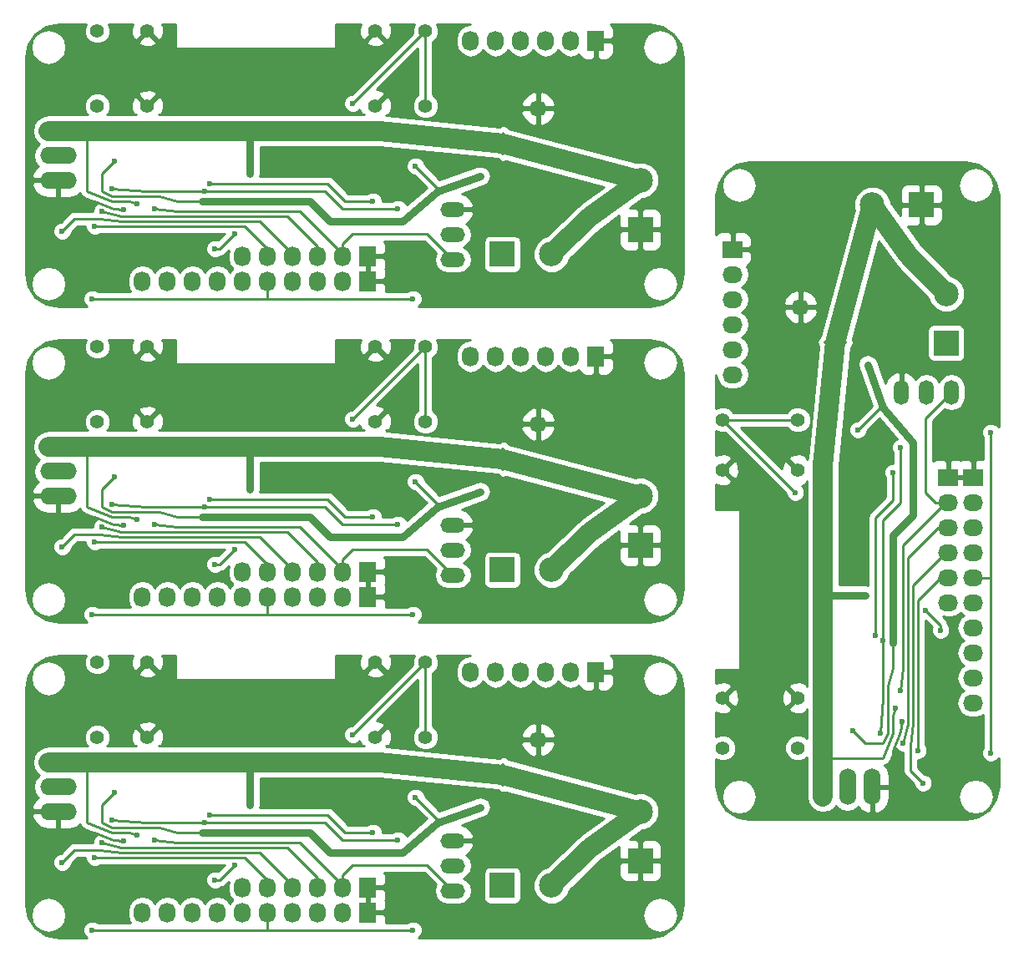
<source format=gbl>
G04 #@! TF.FileFunction,Copper,L2,Bot,Signal*
%FSLAX46Y46*%
G04 Gerber Fmt 4.6, Leading zero omitted, Abs format (unit mm)*
G04 Created by KiCad (PCBNEW 4.0.2-stable) date Saturday, November 26, 2016 'pmt' 01:20:35 pm*
%MOMM*%
G01*
G04 APERTURE LIST*
%ADD10C,0.100000*%
%ADD11R,2.032000X1.727200*%
%ADD12O,2.032000X1.727200*%
%ADD13C,1.397000*%
%ADD14O,1.501140X2.499360*%
%ADD15R,2.500000X2.500000*%
%ADD16C,2.500000*%
%ADD17O,1.700000X3.700000*%
%ADD18C,1.700000*%
%ADD19O,3.700000X1.700000*%
%ADD20R,1.727200X2.032000*%
%ADD21O,1.727200X2.032000*%
%ADD22O,2.499360X1.501140*%
%ADD23C,0.600000*%
%ADD24C,0.250000*%
%ADD25C,2.000000*%
%ADD26C,0.800000*%
%ADD27C,0.254000*%
G04 APERTURE END LIST*
D10*
D11*
X164738000Y-82622000D03*
D12*
X164738000Y-85162000D03*
X164738000Y-87702000D03*
X164738000Y-90242000D03*
X164738000Y-92782000D03*
X164738000Y-95322000D03*
X164738000Y-97862000D03*
X164738000Y-100402000D03*
X164738000Y-102942000D03*
X164738000Y-105482000D03*
D13*
X139338000Y-81860000D03*
X139338000Y-76780000D03*
X146958000Y-81860000D03*
X146958000Y-76780000D03*
X146958000Y-104974000D03*
X146958000Y-110054000D03*
X139338000Y-104974000D03*
X139338000Y-110054000D03*
D14*
X160000000Y-74000000D03*
X162540000Y-74000000D03*
X157460000Y-74000000D03*
D15*
X162000000Y-69000000D03*
D16*
X162000000Y-64000000D03*
D11*
X162198000Y-82622000D03*
D12*
X162198000Y-85162000D03*
X162198000Y-87702000D03*
X162198000Y-90242000D03*
X162198000Y-92782000D03*
X162198000Y-95322000D03*
D11*
X140354000Y-59508000D03*
D12*
X140354000Y-62048000D03*
X140354000Y-64588000D03*
X140354000Y-67128000D03*
X140354000Y-69668000D03*
X140354000Y-72208000D03*
D17*
X154500000Y-114000000D03*
X152000000Y-114000000D03*
X149500000Y-114000000D03*
D15*
X159500000Y-55000000D03*
D16*
X154500000Y-55000000D03*
D18*
X147232466Y-65370466D03*
D10*
G36*
X151970082Y-68906000D02*
X150768000Y-70108082D01*
X149565918Y-68906000D01*
X150768000Y-67703918D01*
X151970082Y-68906000D01*
X151970082Y-68906000D01*
G37*
D18*
X120629534Y-109232466D03*
D10*
G36*
X117094000Y-113970082D02*
X115891918Y-112768000D01*
X117094000Y-111565918D01*
X118296082Y-112768000D01*
X117094000Y-113970082D01*
X117094000Y-113970082D01*
G37*
D15*
X131000000Y-121500000D03*
D16*
X131000000Y-116500000D03*
D19*
X72000000Y-116500000D03*
X72000000Y-114000000D03*
X72000000Y-111500000D03*
D20*
X126492000Y-102354000D03*
D21*
X123952000Y-102354000D03*
X121412000Y-102354000D03*
X118872000Y-102354000D03*
X116332000Y-102354000D03*
X113792000Y-102354000D03*
D20*
X103378000Y-124198000D03*
D21*
X100838000Y-124198000D03*
X98298000Y-124198000D03*
X95758000Y-124198000D03*
X93218000Y-124198000D03*
X90678000Y-124198000D03*
D15*
X117000000Y-124000000D03*
D16*
X122000000Y-124000000D03*
D22*
X112000000Y-122000000D03*
X112000000Y-124540000D03*
X112000000Y-119460000D03*
D13*
X81026000Y-108958000D03*
X75946000Y-108958000D03*
X81026000Y-101338000D03*
X75946000Y-101338000D03*
X104140000Y-101338000D03*
X109220000Y-101338000D03*
X104140000Y-108958000D03*
X109220000Y-108958000D03*
D20*
X103378000Y-126738000D03*
D21*
X100838000Y-126738000D03*
X98298000Y-126738000D03*
X95758000Y-126738000D03*
X93218000Y-126738000D03*
X90678000Y-126738000D03*
X88138000Y-126738000D03*
X85598000Y-126738000D03*
X83058000Y-126738000D03*
X80518000Y-126738000D03*
D20*
X103378000Y-94738000D03*
D21*
X100838000Y-94738000D03*
X98298000Y-94738000D03*
X95758000Y-94738000D03*
X93218000Y-94738000D03*
X90678000Y-94738000D03*
X88138000Y-94738000D03*
X85598000Y-94738000D03*
X83058000Y-94738000D03*
X80518000Y-94738000D03*
D13*
X104140000Y-69338000D03*
X109220000Y-69338000D03*
X104140000Y-76958000D03*
X109220000Y-76958000D03*
X81026000Y-76958000D03*
X75946000Y-76958000D03*
X81026000Y-69338000D03*
X75946000Y-69338000D03*
D22*
X112000000Y-90000000D03*
X112000000Y-92540000D03*
X112000000Y-87460000D03*
D15*
X117000000Y-92000000D03*
D16*
X122000000Y-92000000D03*
D20*
X103378000Y-92198000D03*
D21*
X100838000Y-92198000D03*
X98298000Y-92198000D03*
X95758000Y-92198000D03*
X93218000Y-92198000D03*
X90678000Y-92198000D03*
D20*
X126492000Y-70354000D03*
D21*
X123952000Y-70354000D03*
X121412000Y-70354000D03*
X118872000Y-70354000D03*
X116332000Y-70354000D03*
X113792000Y-70354000D03*
D19*
X72000000Y-84500000D03*
X72000000Y-82000000D03*
X72000000Y-79500000D03*
D15*
X131000000Y-89500000D03*
D16*
X131000000Y-84500000D03*
D18*
X120629534Y-77232466D03*
D10*
G36*
X117094000Y-81970082D02*
X115891918Y-80768000D01*
X117094000Y-79565918D01*
X118296082Y-80768000D01*
X117094000Y-81970082D01*
X117094000Y-81970082D01*
G37*
D18*
X120629534Y-45232466D03*
D10*
G36*
X117094000Y-49970082D02*
X115891918Y-48768000D01*
X117094000Y-47565918D01*
X118296082Y-48768000D01*
X117094000Y-49970082D01*
X117094000Y-49970082D01*
G37*
D15*
X131000000Y-57500000D03*
D16*
X131000000Y-52500000D03*
D19*
X72000000Y-52500000D03*
X72000000Y-50000000D03*
X72000000Y-47500000D03*
D20*
X126492000Y-38354000D03*
D21*
X123952000Y-38354000D03*
X121412000Y-38354000D03*
X118872000Y-38354000D03*
X116332000Y-38354000D03*
X113792000Y-38354000D03*
D20*
X103378000Y-60198000D03*
D21*
X100838000Y-60198000D03*
X98298000Y-60198000D03*
X95758000Y-60198000D03*
X93218000Y-60198000D03*
X90678000Y-60198000D03*
D15*
X117000000Y-60000000D03*
D16*
X122000000Y-60000000D03*
D22*
X112000000Y-58000000D03*
X112000000Y-60540000D03*
X112000000Y-55460000D03*
D13*
X81026000Y-44958000D03*
X75946000Y-44958000D03*
X81026000Y-37338000D03*
X75946000Y-37338000D03*
X104140000Y-37338000D03*
X109220000Y-37338000D03*
X104140000Y-44958000D03*
X109220000Y-44958000D03*
D20*
X103378000Y-62738000D03*
D21*
X100838000Y-62738000D03*
X98298000Y-62738000D03*
X95758000Y-62738000D03*
X93218000Y-62738000D03*
X90678000Y-62738000D03*
X88138000Y-62738000D03*
X85598000Y-62738000D03*
X83058000Y-62738000D03*
X80518000Y-62738000D03*
D23*
X160674000Y-104212000D03*
X161436000Y-100402000D03*
X157499000Y-107387000D03*
X155086000Y-78050000D03*
X143910000Y-74494000D03*
X143910000Y-79066000D03*
X143910000Y-83892000D03*
X143910000Y-90750000D03*
X143910000Y-95830000D03*
X142894000Y-107768000D03*
X141624000Y-107768000D03*
X141624000Y-112086000D03*
X161944000Y-116150000D03*
X161944000Y-113356000D03*
X163722000Y-111578000D03*
X164992000Y-108530000D03*
X163722000Y-108530000D03*
X160928000Y-109546000D03*
X153308000Y-89226000D03*
X96774000Y-115308000D03*
X76454000Y-122928000D03*
X77470000Y-125722000D03*
X77470000Y-126992000D03*
X74422000Y-125722000D03*
X72644000Y-123944000D03*
X69850000Y-123944000D03*
X73914000Y-103624000D03*
X78232000Y-103624000D03*
X78232000Y-104894000D03*
X90170000Y-105910000D03*
X95250000Y-105910000D03*
X102108000Y-105910000D03*
X106934000Y-105910000D03*
X111506000Y-105910000D03*
X107950000Y-117086000D03*
X78613000Y-119499000D03*
X85598000Y-123436000D03*
X81788000Y-122674000D03*
X81788000Y-90674000D03*
X85598000Y-91436000D03*
X78613000Y-87499000D03*
X107950000Y-85086000D03*
X111506000Y-73910000D03*
X106934000Y-73910000D03*
X102108000Y-73910000D03*
X95250000Y-73910000D03*
X90170000Y-73910000D03*
X78232000Y-72894000D03*
X78232000Y-71624000D03*
X73914000Y-71624000D03*
X69850000Y-91944000D03*
X72644000Y-91944000D03*
X74422000Y-93722000D03*
X77470000Y-94992000D03*
X77470000Y-93722000D03*
X76454000Y-90928000D03*
X96774000Y-83308000D03*
X96774000Y-51308000D03*
X76454000Y-58928000D03*
X77470000Y-61722000D03*
X77470000Y-62992000D03*
X74422000Y-61722000D03*
X72644000Y-59944000D03*
X69850000Y-59944000D03*
X73914000Y-39624000D03*
X78232000Y-39624000D03*
X78232000Y-40894000D03*
X90170000Y-41910000D03*
X95250000Y-41910000D03*
X102108000Y-41910000D03*
X106934000Y-41910000D03*
X111506000Y-41910000D03*
X107950000Y-53086000D03*
X78613000Y-55499000D03*
X85598000Y-59436000D03*
X81788000Y-58674000D03*
X153816000Y-94560000D03*
X156864000Y-105990000D03*
X80010000Y-118864000D03*
X91440000Y-115816000D03*
X91440000Y-83816000D03*
X80010000Y-86864000D03*
X80010000Y-54864000D03*
X91440000Y-51816000D03*
X154070000Y-71192000D03*
X156610000Y-99386000D03*
X153054000Y-77796000D03*
X152546000Y-108276000D03*
X77724000Y-114546000D03*
X108204000Y-115054000D03*
X86614000Y-118610000D03*
X114808000Y-116070000D03*
X114808000Y-84070000D03*
X86614000Y-86610000D03*
X108204000Y-83054000D03*
X77724000Y-82546000D03*
X77724000Y-50546000D03*
X108204000Y-51054000D03*
X86614000Y-54610000D03*
X114808000Y-52070000D03*
X159150000Y-110308000D03*
X75692000Y-121150000D03*
X75692000Y-89150000D03*
X75692000Y-57150000D03*
X166516000Y-78050000D03*
X166516000Y-110562000D03*
X75438000Y-128516000D03*
X107950000Y-128516000D03*
X107950000Y-96516000D03*
X75438000Y-96516000D03*
X75438000Y-64516000D03*
X107950000Y-64516000D03*
X157626000Y-109546000D03*
X76454000Y-119626000D03*
X76454000Y-87626000D03*
X76454000Y-55626000D03*
X159658000Y-113610000D03*
X72390000Y-121658000D03*
X72390000Y-89658000D03*
X72390000Y-57658000D03*
X146704000Y-84146000D03*
X101854000Y-108704000D03*
X101854000Y-76704000D03*
X101854000Y-44704000D03*
X157372000Y-104212000D03*
X81788000Y-119372000D03*
X81788000Y-87372000D03*
X81788000Y-55372000D03*
X154832000Y-98624000D03*
X156610000Y-82114000D03*
X103886000Y-118610000D03*
X87376000Y-116832000D03*
X87376000Y-84832000D03*
X103886000Y-86610000D03*
X103886000Y-54610000D03*
X87376000Y-52832000D03*
X157372000Y-79574000D03*
X155340000Y-108530000D03*
X155594000Y-99132000D03*
X86868000Y-117594000D03*
X77470000Y-117340000D03*
X106426000Y-119372000D03*
X106426000Y-87372000D03*
X77470000Y-85340000D03*
X86868000Y-85594000D03*
X86868000Y-53594000D03*
X77470000Y-53340000D03*
X106426000Y-55372000D03*
X159912000Y-96084000D03*
X161436000Y-98116000D03*
X87884000Y-123436000D03*
X89916000Y-121912000D03*
X89916000Y-89912000D03*
X87884000Y-91436000D03*
X87884000Y-59436000D03*
X89916000Y-57912000D03*
D24*
X155000000Y-115000000D02*
X154500000Y-115000000D01*
X155000000Y-115000000D02*
X154500000Y-115000000D01*
X155000000Y-115000000D02*
X154500000Y-115000000D01*
X155000000Y-115000000D02*
X154500000Y-115000000D01*
X157372000Y-108403000D02*
X156610000Y-110308000D01*
X156610000Y-110308000D02*
X156610000Y-113356000D01*
X157499000Y-107387000D02*
X157372000Y-108403000D01*
X144651534Y-65370466D02*
X143910000Y-66112000D01*
X143910000Y-66112000D02*
X143910000Y-74494000D01*
X143910000Y-79066000D02*
X144926000Y-80082000D01*
X144926000Y-80082000D02*
X145180000Y-80082000D01*
X145180000Y-80082000D02*
X146958000Y-81860000D01*
X147232466Y-65370466D02*
X144651534Y-65370466D01*
X143910000Y-83892000D02*
X143910000Y-90750000D01*
X143910000Y-95830000D02*
X142894000Y-96846000D01*
X142894000Y-96846000D02*
X142894000Y-107768000D01*
X141624000Y-107768000D02*
X141624000Y-112086000D01*
X161944000Y-116150000D02*
X161944000Y-113356000D01*
X163722000Y-111578000D02*
X164992000Y-110308000D01*
X164992000Y-110308000D02*
X164992000Y-108530000D01*
X163722000Y-108530000D02*
X162706000Y-109546000D01*
X162706000Y-109546000D02*
X160928000Y-109546000D01*
X76454000Y-124706000D02*
X76454000Y-122928000D01*
X77470000Y-125722000D02*
X76454000Y-124706000D01*
X75692000Y-126992000D02*
X77470000Y-126992000D01*
X74422000Y-125722000D02*
X75692000Y-126992000D01*
X69850000Y-123944000D02*
X72644000Y-123944000D01*
X78232000Y-103624000D02*
X73914000Y-103624000D01*
X89154000Y-104894000D02*
X78232000Y-104894000D01*
X90170000Y-105910000D02*
X89154000Y-104894000D01*
X102108000Y-105910000D02*
X95250000Y-105910000D01*
X120629534Y-109232466D02*
X120629534Y-106651534D01*
X105918000Y-107180000D02*
X104140000Y-108958000D01*
X105918000Y-106926000D02*
X105918000Y-107180000D01*
X106934000Y-105910000D02*
X105918000Y-106926000D01*
X119888000Y-105910000D02*
X111506000Y-105910000D01*
X120629534Y-106651534D02*
X119888000Y-105910000D01*
X78613000Y-119499000D02*
X77597000Y-119372000D01*
X75692000Y-118610000D02*
X72644000Y-118610000D01*
X77597000Y-119372000D02*
X75692000Y-118610000D01*
X71000000Y-117000000D02*
X71000000Y-116500000D01*
X71000000Y-117000000D02*
X71000000Y-116500000D01*
X71000000Y-117000000D02*
X71000000Y-116500000D01*
X71000000Y-117000000D02*
X71000000Y-116500000D01*
X71000000Y-85000000D02*
X71000000Y-84500000D01*
X71000000Y-85000000D02*
X71000000Y-84500000D01*
X71000000Y-85000000D02*
X71000000Y-84500000D01*
X71000000Y-85000000D02*
X71000000Y-84500000D01*
X77597000Y-87372000D02*
X75692000Y-86610000D01*
X75692000Y-86610000D02*
X72644000Y-86610000D01*
X78613000Y-87499000D02*
X77597000Y-87372000D01*
X120629534Y-74651534D02*
X119888000Y-73910000D01*
X119888000Y-73910000D02*
X111506000Y-73910000D01*
X106934000Y-73910000D02*
X105918000Y-74926000D01*
X105918000Y-74926000D02*
X105918000Y-75180000D01*
X105918000Y-75180000D02*
X104140000Y-76958000D01*
X120629534Y-77232466D02*
X120629534Y-74651534D01*
X102108000Y-73910000D02*
X95250000Y-73910000D01*
X90170000Y-73910000D02*
X89154000Y-72894000D01*
X89154000Y-72894000D02*
X78232000Y-72894000D01*
X78232000Y-71624000D02*
X73914000Y-71624000D01*
X69850000Y-91944000D02*
X72644000Y-91944000D01*
X74422000Y-93722000D02*
X75692000Y-94992000D01*
X75692000Y-94992000D02*
X77470000Y-94992000D01*
X77470000Y-93722000D02*
X76454000Y-92706000D01*
X76454000Y-92706000D02*
X76454000Y-90928000D01*
X76454000Y-60706000D02*
X76454000Y-58928000D01*
X77470000Y-61722000D02*
X76454000Y-60706000D01*
X75692000Y-62992000D02*
X77470000Y-62992000D01*
X74422000Y-61722000D02*
X75692000Y-62992000D01*
X69850000Y-59944000D02*
X72644000Y-59944000D01*
X78232000Y-39624000D02*
X73914000Y-39624000D01*
X89154000Y-40894000D02*
X78232000Y-40894000D01*
X90170000Y-41910000D02*
X89154000Y-40894000D01*
X102108000Y-41910000D02*
X95250000Y-41910000D01*
X120629534Y-45232466D02*
X120629534Y-42651534D01*
X105918000Y-43180000D02*
X104140000Y-44958000D01*
X105918000Y-42926000D02*
X105918000Y-43180000D01*
X106934000Y-41910000D02*
X105918000Y-42926000D01*
X119888000Y-41910000D02*
X111506000Y-41910000D01*
X120629534Y-42651534D02*
X119888000Y-41910000D01*
X78613000Y-55499000D02*
X77597000Y-55372000D01*
X75692000Y-54610000D02*
X72644000Y-54610000D01*
X77597000Y-55372000D02*
X75692000Y-54610000D01*
X71000000Y-53000000D02*
X71000000Y-52500000D01*
X71000000Y-53000000D02*
X71000000Y-52500000D01*
X71000000Y-53000000D02*
X71000000Y-52500000D01*
X71000000Y-53000000D02*
X71000000Y-52500000D01*
D25*
X150768000Y-68906000D02*
X149498000Y-81352000D01*
X149499766Y-111070000D02*
X149500000Y-115000000D01*
X149498785Y-94560045D02*
X149499766Y-111070000D01*
X149498000Y-81352000D02*
X149498785Y-94560045D01*
X154500000Y-55000000D02*
X150768000Y-68906000D01*
X158134000Y-60016000D02*
X162000000Y-64000000D01*
X154500000Y-55000000D02*
X158134000Y-60016000D01*
D26*
X153815955Y-94560045D02*
X149498785Y-94560045D01*
X153816000Y-94560000D02*
X153815955Y-94560045D01*
D24*
X155594000Y-111070000D02*
X149499766Y-111070000D01*
X156610000Y-108530000D02*
X155594000Y-111070000D01*
X156610000Y-106752000D02*
X156610000Y-108530000D01*
X156864000Y-105990000D02*
X156610000Y-106752000D01*
X80010000Y-118864000D02*
X79248000Y-118610000D01*
X79248000Y-118610000D02*
X77470000Y-118610000D01*
X77470000Y-118610000D02*
X74930000Y-117594000D01*
X74930000Y-117594000D02*
X74930000Y-111499766D01*
D26*
X91440000Y-115816000D02*
X91439955Y-115815955D01*
X91439955Y-115815955D02*
X91439955Y-111498785D01*
D25*
X131000000Y-116500000D02*
X125984000Y-120134000D01*
X125984000Y-120134000D02*
X122000000Y-124000000D01*
X131000000Y-116500000D02*
X117094000Y-112768000D01*
X104648000Y-111498000D02*
X91439955Y-111498785D01*
X91439955Y-111498785D02*
X74930000Y-111499766D01*
X74930000Y-111499766D02*
X71000000Y-111500000D01*
X117094000Y-112768000D02*
X104648000Y-111498000D01*
X117094000Y-80768000D02*
X104648000Y-79498000D01*
X74930000Y-79499766D02*
X71000000Y-79500000D01*
X91439955Y-79498785D02*
X74930000Y-79499766D01*
X104648000Y-79498000D02*
X91439955Y-79498785D01*
X131000000Y-84500000D02*
X117094000Y-80768000D01*
X125984000Y-88134000D02*
X122000000Y-92000000D01*
X131000000Y-84500000D02*
X125984000Y-88134000D01*
D26*
X91439955Y-83815955D02*
X91439955Y-79498785D01*
X91440000Y-83816000D02*
X91439955Y-83815955D01*
D24*
X74930000Y-85594000D02*
X74930000Y-79499766D01*
X77470000Y-86610000D02*
X74930000Y-85594000D01*
X79248000Y-86610000D02*
X77470000Y-86610000D01*
X80010000Y-86864000D02*
X79248000Y-86610000D01*
X80010000Y-54864000D02*
X79248000Y-54610000D01*
X79248000Y-54610000D02*
X77470000Y-54610000D01*
X77470000Y-54610000D02*
X74930000Y-53594000D01*
X74930000Y-53594000D02*
X74930000Y-47499766D01*
D26*
X91440000Y-51816000D02*
X91439955Y-51815955D01*
X91439955Y-51815955D02*
X91439955Y-47498785D01*
D25*
X131000000Y-52500000D02*
X125984000Y-56134000D01*
X125984000Y-56134000D02*
X122000000Y-60000000D01*
X131000000Y-52500000D02*
X117094000Y-48768000D01*
X104648000Y-47498000D02*
X91439955Y-47498785D01*
X91439955Y-47498785D02*
X74930000Y-47499766D01*
X74930000Y-47499766D02*
X71000000Y-47500000D01*
X117094000Y-48768000D02*
X104648000Y-47498000D01*
D26*
X154070000Y-71192000D02*
X155594000Y-75510000D01*
X158642000Y-86432000D02*
X156610000Y-88464000D01*
X158642000Y-79066000D02*
X158642000Y-86432000D01*
X155594000Y-75510000D02*
X158642000Y-79066000D01*
X156610000Y-88464000D02*
X156610000Y-99386000D01*
D24*
X153054000Y-77796000D02*
X155340000Y-75510000D01*
X155340000Y-75510000D02*
X155594000Y-75510000D01*
X152546000Y-108276000D02*
X153816000Y-109546000D01*
X153816000Y-109546000D02*
X155594000Y-109546000D01*
X155594000Y-109546000D02*
X156102000Y-108530000D01*
X156610000Y-101926000D02*
X156610000Y-99386000D01*
X156102000Y-103704000D02*
X156610000Y-101926000D01*
X156102000Y-107260000D02*
X156102000Y-103704000D01*
X156102000Y-108530000D02*
X156102000Y-107260000D01*
X77470000Y-118102000D02*
X78740000Y-118102000D01*
X78740000Y-118102000D02*
X82296000Y-118102000D01*
X82296000Y-118102000D02*
X84074000Y-118610000D01*
X84074000Y-118610000D02*
X86614000Y-118610000D01*
X76454000Y-117594000D02*
X77470000Y-118102000D01*
X76454000Y-115816000D02*
X76454000Y-117594000D01*
X77724000Y-114546000D02*
X76454000Y-115816000D01*
X110490000Y-117340000D02*
X110490000Y-117594000D01*
X108204000Y-115054000D02*
X110490000Y-117340000D01*
D26*
X97536000Y-118610000D02*
X86614000Y-118610000D01*
X110490000Y-117594000D02*
X106934000Y-120642000D01*
X106934000Y-120642000D02*
X99568000Y-120642000D01*
X99568000Y-120642000D02*
X97536000Y-118610000D01*
X114808000Y-116070000D02*
X110490000Y-117594000D01*
X114808000Y-84070000D02*
X110490000Y-85594000D01*
X99568000Y-88642000D02*
X97536000Y-86610000D01*
X106934000Y-88642000D02*
X99568000Y-88642000D01*
X110490000Y-85594000D02*
X106934000Y-88642000D01*
X97536000Y-86610000D02*
X86614000Y-86610000D01*
D24*
X108204000Y-83054000D02*
X110490000Y-85340000D01*
X110490000Y-85340000D02*
X110490000Y-85594000D01*
X77724000Y-82546000D02*
X76454000Y-83816000D01*
X76454000Y-83816000D02*
X76454000Y-85594000D01*
X76454000Y-85594000D02*
X77470000Y-86102000D01*
X84074000Y-86610000D02*
X86614000Y-86610000D01*
X82296000Y-86102000D02*
X84074000Y-86610000D01*
X78740000Y-86102000D02*
X82296000Y-86102000D01*
X77470000Y-86102000D02*
X78740000Y-86102000D01*
X77470000Y-54102000D02*
X78740000Y-54102000D01*
X78740000Y-54102000D02*
X82296000Y-54102000D01*
X82296000Y-54102000D02*
X84074000Y-54610000D01*
X84074000Y-54610000D02*
X86614000Y-54610000D01*
X76454000Y-53594000D02*
X77470000Y-54102000D01*
X76454000Y-51816000D02*
X76454000Y-53594000D01*
X77724000Y-50546000D02*
X76454000Y-51816000D01*
X110490000Y-53340000D02*
X110490000Y-53594000D01*
X108204000Y-51054000D02*
X110490000Y-53340000D01*
D26*
X97536000Y-54610000D02*
X86614000Y-54610000D01*
X110490000Y-53594000D02*
X106934000Y-56642000D01*
X106934000Y-56642000D02*
X99568000Y-56642000D01*
X99568000Y-56642000D02*
X97536000Y-54610000D01*
X114808000Y-52070000D02*
X110490000Y-53594000D01*
D24*
X161944000Y-92782000D02*
X161436000Y-92782000D01*
X159150000Y-95068000D02*
X159150000Y-110308000D01*
X161436000Y-92782000D02*
X159150000Y-95068000D01*
X93218000Y-123436000D02*
X90932000Y-121150000D01*
X90932000Y-121150000D02*
X75692000Y-121150000D01*
X93218000Y-123944000D02*
X93218000Y-123436000D01*
X93218000Y-91944000D02*
X93218000Y-91436000D01*
X90932000Y-89150000D02*
X75692000Y-89150000D01*
X93218000Y-91436000D02*
X90932000Y-89150000D01*
X93218000Y-59436000D02*
X90932000Y-57150000D01*
X90932000Y-57150000D02*
X75692000Y-57150000D01*
X93218000Y-59944000D02*
X93218000Y-59436000D01*
X166516000Y-92782000D02*
X166516000Y-110562000D01*
X166516000Y-78050000D02*
X166516000Y-92782000D01*
X164738000Y-92782000D02*
X166516000Y-92782000D01*
X93218000Y-126738000D02*
X93218000Y-128516000D01*
X107950000Y-128516000D02*
X93218000Y-128516000D01*
X93218000Y-128516000D02*
X75438000Y-128516000D01*
X93218000Y-96516000D02*
X75438000Y-96516000D01*
X107950000Y-96516000D02*
X93218000Y-96516000D01*
X93218000Y-94738000D02*
X93218000Y-96516000D01*
X93218000Y-62738000D02*
X93218000Y-64516000D01*
X107950000Y-64516000D02*
X93218000Y-64516000D01*
X93218000Y-64516000D02*
X75438000Y-64516000D01*
X158134000Y-107641000D02*
X157626000Y-109546000D01*
X158134000Y-90750000D02*
X158134000Y-107641000D01*
X161182000Y-87702000D02*
X158134000Y-90750000D01*
X161944000Y-87702000D02*
X161182000Y-87702000D01*
X98298000Y-123944000D02*
X98298000Y-123182000D01*
X98298000Y-123182000D02*
X95250000Y-120134000D01*
X95250000Y-120134000D02*
X78359000Y-120134000D01*
X78359000Y-120134000D02*
X76454000Y-119626000D01*
X78359000Y-88134000D02*
X76454000Y-87626000D01*
X95250000Y-88134000D02*
X78359000Y-88134000D01*
X98298000Y-91182000D02*
X95250000Y-88134000D01*
X98298000Y-91944000D02*
X98298000Y-91182000D01*
X98298000Y-59944000D02*
X98298000Y-59182000D01*
X98298000Y-59182000D02*
X95250000Y-56134000D01*
X95250000Y-56134000D02*
X78359000Y-56134000D01*
X78359000Y-56134000D02*
X76454000Y-55626000D01*
X158388000Y-109800000D02*
X158388000Y-112340000D01*
X158642000Y-107514000D02*
X158388000Y-109800000D01*
X158642000Y-93544000D02*
X158642000Y-107514000D01*
X158388000Y-112340000D02*
X159658000Y-113610000D01*
X161944000Y-90242000D02*
X158642000Y-93544000D01*
X95758000Y-123944000D02*
X92456000Y-120642000D01*
X73660000Y-120388000D02*
X72390000Y-121658000D01*
X92456000Y-120642000D02*
X78486000Y-120642000D01*
X78486000Y-120642000D02*
X76200000Y-120388000D01*
X76200000Y-120388000D02*
X73660000Y-120388000D01*
X76200000Y-88388000D02*
X73660000Y-88388000D01*
X78486000Y-88642000D02*
X76200000Y-88388000D01*
X92456000Y-88642000D02*
X78486000Y-88642000D01*
X73660000Y-88388000D02*
X72390000Y-89658000D01*
X95758000Y-91944000D02*
X92456000Y-88642000D01*
X95758000Y-59944000D02*
X92456000Y-56642000D01*
X73660000Y-56388000D02*
X72390000Y-57658000D01*
X92456000Y-56642000D02*
X78486000Y-56642000D01*
X78486000Y-56642000D02*
X76200000Y-56388000D01*
X76200000Y-56388000D02*
X73660000Y-56388000D01*
X146958000Y-76780000D02*
X139338000Y-76780000D01*
X146704000Y-84146000D02*
X139338000Y-76780000D01*
X101854000Y-108704000D02*
X109220000Y-101338000D01*
X109220000Y-108958000D02*
X109220000Y-101338000D01*
X109220000Y-76958000D02*
X109220000Y-69338000D01*
X101854000Y-76704000D02*
X109220000Y-69338000D01*
X101854000Y-44704000D02*
X109220000Y-37338000D01*
X109220000Y-44958000D02*
X109220000Y-37338000D01*
X159912000Y-76628000D02*
X162540000Y-74000000D01*
X159912000Y-84146000D02*
X159912000Y-76628000D01*
X160928000Y-85162000D02*
X159912000Y-84146000D01*
X161944000Y-85162000D02*
X160928000Y-85162000D01*
X157372000Y-104212000D02*
X157626000Y-101926000D01*
X157626000Y-101926000D02*
X157626000Y-89480000D01*
X157626000Y-89480000D02*
X161944000Y-85162000D01*
X96520000Y-119626000D02*
X100838000Y-123944000D01*
X84074000Y-119626000D02*
X96520000Y-119626000D01*
X81788000Y-119372000D02*
X84074000Y-119626000D01*
X100838000Y-123944000D02*
X100838000Y-122928000D01*
X100838000Y-122928000D02*
X101854000Y-121912000D01*
X101854000Y-121912000D02*
X109372000Y-121912000D01*
X109372000Y-121912000D02*
X112000000Y-124540000D01*
X109372000Y-89912000D02*
X112000000Y-92540000D01*
X101854000Y-89912000D02*
X109372000Y-89912000D01*
X100838000Y-90928000D02*
X101854000Y-89912000D01*
X100838000Y-91944000D02*
X100838000Y-90928000D01*
X81788000Y-87372000D02*
X84074000Y-87626000D01*
X84074000Y-87626000D02*
X96520000Y-87626000D01*
X96520000Y-87626000D02*
X100838000Y-91944000D01*
X96520000Y-55626000D02*
X100838000Y-59944000D01*
X84074000Y-55626000D02*
X96520000Y-55626000D01*
X81788000Y-55372000D02*
X84074000Y-55626000D01*
X100838000Y-59944000D02*
X100838000Y-58928000D01*
X100838000Y-58928000D02*
X101854000Y-57912000D01*
X101854000Y-57912000D02*
X109372000Y-57912000D01*
X109372000Y-57912000D02*
X112000000Y-60540000D01*
X154832000Y-98624000D02*
X154832000Y-91766000D01*
X154832000Y-91766000D02*
X154832000Y-86686000D01*
X156610000Y-84908000D02*
X156610000Y-82114000D01*
X154832000Y-86686000D02*
X156610000Y-84908000D01*
X99314000Y-116832000D02*
X101092000Y-118610000D01*
X101092000Y-118610000D02*
X103886000Y-118610000D01*
X94234000Y-116832000D02*
X99314000Y-116832000D01*
X87376000Y-116832000D02*
X94234000Y-116832000D01*
X87376000Y-84832000D02*
X94234000Y-84832000D01*
X94234000Y-84832000D02*
X99314000Y-84832000D01*
X101092000Y-86610000D02*
X103886000Y-86610000D01*
X99314000Y-84832000D02*
X101092000Y-86610000D01*
X99314000Y-52832000D02*
X101092000Y-54610000D01*
X101092000Y-54610000D02*
X103886000Y-54610000D01*
X94234000Y-52832000D02*
X99314000Y-52832000D01*
X87376000Y-52832000D02*
X94234000Y-52832000D01*
X157372000Y-82368000D02*
X157372000Y-79574000D01*
X157372000Y-85162000D02*
X157372000Y-82368000D01*
X155594000Y-86940000D02*
X157372000Y-85162000D01*
X155594000Y-98624000D02*
X155594000Y-86940000D01*
X155594000Y-99132000D02*
X155594000Y-98624000D01*
X155594000Y-104974000D02*
X155340000Y-108530000D01*
X155594000Y-99132000D02*
X155594000Y-104974000D01*
X155594000Y-99132000D02*
X155594000Y-98624000D01*
X86868000Y-117594000D02*
X87376000Y-117594000D01*
X86868000Y-117594000D02*
X81026000Y-117594000D01*
X81026000Y-117594000D02*
X77470000Y-117340000D01*
X86868000Y-117594000D02*
X87376000Y-117594000D01*
X87376000Y-117594000D02*
X99060000Y-117594000D01*
X99060000Y-117594000D02*
X100838000Y-119372000D01*
X100838000Y-119372000D02*
X103632000Y-119372000D01*
X103632000Y-119372000D02*
X106426000Y-119372000D01*
X103632000Y-87372000D02*
X106426000Y-87372000D01*
X100838000Y-87372000D02*
X103632000Y-87372000D01*
X99060000Y-85594000D02*
X100838000Y-87372000D01*
X87376000Y-85594000D02*
X99060000Y-85594000D01*
X86868000Y-85594000D02*
X87376000Y-85594000D01*
X81026000Y-85594000D02*
X77470000Y-85340000D01*
X86868000Y-85594000D02*
X81026000Y-85594000D01*
X86868000Y-85594000D02*
X87376000Y-85594000D01*
X86868000Y-53594000D02*
X87376000Y-53594000D01*
X86868000Y-53594000D02*
X81026000Y-53594000D01*
X81026000Y-53594000D02*
X77470000Y-53340000D01*
X86868000Y-53594000D02*
X87376000Y-53594000D01*
X87376000Y-53594000D02*
X99060000Y-53594000D01*
X99060000Y-53594000D02*
X100838000Y-55372000D01*
X100838000Y-55372000D02*
X103632000Y-55372000D01*
X103632000Y-55372000D02*
X106426000Y-55372000D01*
X159912000Y-96084000D02*
X161436000Y-97608000D01*
X161436000Y-97608000D02*
X161436000Y-98116000D01*
X88392000Y-123436000D02*
X87884000Y-123436000D01*
X89916000Y-121912000D02*
X88392000Y-123436000D01*
X89916000Y-89912000D02*
X88392000Y-91436000D01*
X88392000Y-91436000D02*
X87884000Y-91436000D01*
X88392000Y-59436000D02*
X87884000Y-59436000D01*
X89916000Y-57912000D02*
X88392000Y-59436000D01*
D27*
G36*
X113218511Y-36784729D02*
X112732330Y-37109585D01*
X112407474Y-37595766D01*
X112293400Y-38169255D01*
X112293400Y-38538745D01*
X112407474Y-39112234D01*
X112732330Y-39598415D01*
X113218511Y-39923271D01*
X113792000Y-40037345D01*
X114365489Y-39923271D01*
X114851670Y-39598415D01*
X115062000Y-39283634D01*
X115272330Y-39598415D01*
X115758511Y-39923271D01*
X116332000Y-40037345D01*
X116905489Y-39923271D01*
X117391670Y-39598415D01*
X117602000Y-39283634D01*
X117812330Y-39598415D01*
X118298511Y-39923271D01*
X118872000Y-40037345D01*
X119445489Y-39923271D01*
X119931670Y-39598415D01*
X120142000Y-39283634D01*
X120352330Y-39598415D01*
X120838511Y-39923271D01*
X121412000Y-40037345D01*
X121985489Y-39923271D01*
X122471670Y-39598415D01*
X122682000Y-39283634D01*
X122892330Y-39598415D01*
X123378511Y-39923271D01*
X123952000Y-40037345D01*
X124525489Y-39923271D01*
X124782940Y-39751248D01*
X124842527Y-39895104D01*
X125103297Y-40155873D01*
X125444008Y-40297000D01*
X126133250Y-40297000D01*
X126365000Y-40065250D01*
X126365000Y-38481000D01*
X126619000Y-38481000D01*
X126619000Y-40065250D01*
X126850750Y-40297000D01*
X127539992Y-40297000D01*
X127880703Y-40155873D01*
X128141473Y-39895104D01*
X128282600Y-39554392D01*
X128282600Y-39000000D01*
X131196966Y-39000000D01*
X131334214Y-39689991D01*
X131725062Y-40274938D01*
X132310009Y-40665786D01*
X133000000Y-40803034D01*
X133689991Y-40665786D01*
X134274938Y-40274938D01*
X134665786Y-39689991D01*
X134803034Y-39000000D01*
X134665786Y-38310009D01*
X134274938Y-37725062D01*
X133689991Y-37334214D01*
X133000000Y-37196966D01*
X132310009Y-37334214D01*
X131725062Y-37725062D01*
X131334214Y-38310009D01*
X131196966Y-39000000D01*
X128282600Y-39000000D01*
X128282600Y-38712750D01*
X128050850Y-38481000D01*
X126619000Y-38481000D01*
X126365000Y-38481000D01*
X126345000Y-38481000D01*
X126345000Y-38227000D01*
X126365000Y-38227000D01*
X126365000Y-38207000D01*
X126619000Y-38207000D01*
X126619000Y-38227000D01*
X128050850Y-38227000D01*
X128282600Y-37995250D01*
X128282600Y-37153608D01*
X128141473Y-36812896D01*
X128013577Y-36685000D01*
X131932533Y-36685000D01*
X133263459Y-36949738D01*
X134334568Y-37665429D01*
X135050262Y-38736540D01*
X135315000Y-40067467D01*
X135315000Y-61932533D01*
X135050262Y-63263460D01*
X134334568Y-64334571D01*
X133263459Y-65050262D01*
X131932533Y-65315000D01*
X108464705Y-65315000D01*
X108478943Y-65309117D01*
X108742192Y-65046327D01*
X108884838Y-64702799D01*
X108885162Y-64330833D01*
X108743117Y-63987057D01*
X108480327Y-63723808D01*
X108136799Y-63581162D01*
X107764833Y-63580838D01*
X107421057Y-63722883D01*
X107387882Y-63756000D01*
X105168600Y-63756000D01*
X105168600Y-63096750D01*
X105071850Y-63000000D01*
X131196966Y-63000000D01*
X131334214Y-63689991D01*
X131725062Y-64274938D01*
X132310009Y-64665786D01*
X133000000Y-64803034D01*
X133689991Y-64665786D01*
X134274938Y-64274938D01*
X134665786Y-63689991D01*
X134803034Y-63000000D01*
X134665786Y-62310009D01*
X134274938Y-61725062D01*
X133689991Y-61334214D01*
X133000000Y-61196966D01*
X132310009Y-61334214D01*
X131725062Y-61725062D01*
X131334214Y-62310009D01*
X131196966Y-63000000D01*
X105071850Y-63000000D01*
X104936850Y-62865000D01*
X103505000Y-62865000D01*
X103505000Y-62885000D01*
X103251000Y-62885000D01*
X103251000Y-62865000D01*
X103231000Y-62865000D01*
X103231000Y-62611000D01*
X103251000Y-62611000D01*
X103251000Y-60325000D01*
X103505000Y-60325000D01*
X103505000Y-62611000D01*
X104936850Y-62611000D01*
X105168600Y-62379250D01*
X105168600Y-61537608D01*
X105139768Y-61468000D01*
X105168600Y-61398392D01*
X105168600Y-60556750D01*
X104936850Y-60325000D01*
X103505000Y-60325000D01*
X103251000Y-60325000D01*
X103231000Y-60325000D01*
X103231000Y-60071000D01*
X103251000Y-60071000D01*
X103251000Y-60051000D01*
X103505000Y-60051000D01*
X103505000Y-60071000D01*
X104936850Y-60071000D01*
X105168600Y-59839250D01*
X105168600Y-58997608D01*
X105033729Y-58672000D01*
X109057198Y-58672000D01*
X110268420Y-59883222D01*
X110183867Y-60009765D01*
X110078397Y-60540000D01*
X110183867Y-61070235D01*
X110484221Y-61519746D01*
X110933732Y-61820100D01*
X111463967Y-61925570D01*
X112536033Y-61925570D01*
X113066268Y-61820100D01*
X113515779Y-61519746D01*
X113816133Y-61070235D01*
X113921603Y-60540000D01*
X113816133Y-60009765D01*
X113515779Y-59560254D01*
X113081384Y-59270000D01*
X113515779Y-58979746D01*
X113669290Y-58750000D01*
X115102560Y-58750000D01*
X115102560Y-61250000D01*
X115146838Y-61485317D01*
X115285910Y-61701441D01*
X115498110Y-61846431D01*
X115750000Y-61897440D01*
X118250000Y-61897440D01*
X118485317Y-61853162D01*
X118701441Y-61714090D01*
X118846431Y-61501890D01*
X118897440Y-61250000D01*
X118897440Y-58750000D01*
X118853162Y-58514683D01*
X118714090Y-58298559D01*
X118501890Y-58153569D01*
X118250000Y-58102560D01*
X115750000Y-58102560D01*
X115514683Y-58146838D01*
X115298559Y-58285910D01*
X115153569Y-58498110D01*
X115102560Y-58750000D01*
X113669290Y-58750000D01*
X113816133Y-58530235D01*
X113921603Y-58000000D01*
X113816133Y-57469765D01*
X113515779Y-57020254D01*
X113336247Y-56900294D01*
X113775134Y-56556419D01*
X114097584Y-55984646D01*
X114131404Y-55847113D01*
X113939341Y-55587000D01*
X112127000Y-55587000D01*
X112127000Y-55607000D01*
X111873000Y-55607000D01*
X111873000Y-55587000D01*
X111853000Y-55587000D01*
X111853000Y-55333000D01*
X111873000Y-55333000D01*
X111873000Y-55313000D01*
X112127000Y-55313000D01*
X112127000Y-55333000D01*
X113939341Y-55333000D01*
X114131404Y-55072887D01*
X114097584Y-54935354D01*
X113775134Y-54363581D01*
X113258421Y-53958728D01*
X112871808Y-53850934D01*
X115152469Y-53045995D01*
X115499744Y-52839879D01*
X115741709Y-52516557D01*
X115841524Y-52125249D01*
X115783995Y-51725531D01*
X115577879Y-51378256D01*
X115254557Y-51136291D01*
X114863249Y-51036476D01*
X114463531Y-51094005D01*
X110660909Y-52436107D01*
X109139122Y-50914320D01*
X109139162Y-50868833D01*
X108997117Y-50525057D01*
X108734327Y-50261808D01*
X108390799Y-50119162D01*
X108018833Y-50118838D01*
X107675057Y-50260883D01*
X107411808Y-50523673D01*
X107269162Y-50867201D01*
X107268838Y-51239167D01*
X107410883Y-51582943D01*
X107673673Y-51846192D01*
X108017201Y-51988838D01*
X108064077Y-51988879D01*
X109314012Y-53238814D01*
X107277512Y-54984385D01*
X107219117Y-54843057D01*
X106956327Y-54579808D01*
X106612799Y-54437162D01*
X106240833Y-54436838D01*
X105897057Y-54578883D01*
X105863882Y-54612000D01*
X104820999Y-54612000D01*
X104821162Y-54424833D01*
X104679117Y-54081057D01*
X104416327Y-53817808D01*
X104072799Y-53675162D01*
X103700833Y-53674838D01*
X103357057Y-53816883D01*
X103323882Y-53850000D01*
X101406802Y-53850000D01*
X99851401Y-52294599D01*
X99604839Y-52129852D01*
X99314000Y-52072000D01*
X92424079Y-52072000D01*
X92475001Y-51816000D01*
X92474955Y-51815769D01*
X92474955Y-49133723D01*
X104564844Y-49133005D01*
X116565903Y-50357603D01*
X116636191Y-50427891D01*
X116833894Y-50562976D01*
X117085056Y-50617460D01*
X117337627Y-50569936D01*
X117384534Y-50538828D01*
X127261440Y-53189526D01*
X125024758Y-54809961D01*
X124944512Y-54896535D01*
X124845387Y-54960635D01*
X121571633Y-58137425D01*
X120933628Y-58401043D01*
X120402907Y-58930839D01*
X120115328Y-59623405D01*
X120114674Y-60373305D01*
X120401043Y-61066372D01*
X120930839Y-61597093D01*
X121623405Y-61884672D01*
X122373305Y-61885326D01*
X123066372Y-61598957D01*
X123597093Y-61069161D01*
X123834036Y-60498539D01*
X126554398Y-57858750D01*
X128823000Y-57858750D01*
X128823000Y-58934392D01*
X128964127Y-59275104D01*
X129224897Y-59535873D01*
X129565608Y-59677000D01*
X130641250Y-59677000D01*
X130873000Y-59445250D01*
X130873000Y-57627000D01*
X131127000Y-57627000D01*
X131127000Y-59445250D01*
X131358750Y-59677000D01*
X132434392Y-59677000D01*
X132775103Y-59535873D01*
X133035873Y-59275104D01*
X133177000Y-58934392D01*
X133177000Y-57858750D01*
X132945250Y-57627000D01*
X131127000Y-57627000D01*
X130873000Y-57627000D01*
X129054750Y-57627000D01*
X128823000Y-57858750D01*
X126554398Y-57858750D01*
X127038339Y-57389143D01*
X128823000Y-56096189D01*
X128823000Y-57141250D01*
X129054750Y-57373000D01*
X130873000Y-57373000D01*
X130873000Y-55554750D01*
X131127000Y-55554750D01*
X131127000Y-57373000D01*
X132945250Y-57373000D01*
X133177000Y-57141250D01*
X133177000Y-56065608D01*
X133035873Y-55724896D01*
X132775103Y-55464127D01*
X132434392Y-55323000D01*
X131358750Y-55323000D01*
X131127000Y-55554750D01*
X130873000Y-55554750D01*
X130641250Y-55323000D01*
X129890230Y-55323000D01*
X131184726Y-54385162D01*
X131373305Y-54385326D01*
X132066372Y-54098957D01*
X132597093Y-53569161D01*
X132884672Y-52876595D01*
X132885326Y-52126695D01*
X132598957Y-51433628D01*
X132069161Y-50902907D01*
X131376595Y-50615328D01*
X130626695Y-50614674D01*
X130491293Y-50670621D01*
X117674684Y-47230984D01*
X117551809Y-47108109D01*
X117354106Y-46973024D01*
X117102944Y-46918540D01*
X116850373Y-46966064D01*
X116675805Y-47081837D01*
X105280677Y-45919069D01*
X105233845Y-45872237D01*
X105551527Y-45826553D01*
X105776461Y-45220272D01*
X105752260Y-44574061D01*
X105551527Y-44089447D01*
X105233843Y-44043763D01*
X104319605Y-44958000D01*
X104333748Y-44972142D01*
X104154142Y-45151748D01*
X104140000Y-45137605D01*
X104125858Y-45151748D01*
X103946252Y-44972142D01*
X103960395Y-44958000D01*
X103946252Y-44943858D01*
X104125858Y-44764252D01*
X104140000Y-44778395D01*
X105054237Y-43864157D01*
X105008553Y-43546473D01*
X104402272Y-43321539D01*
X104307722Y-43325080D01*
X108460000Y-39172802D01*
X108460000Y-43832464D01*
X108090173Y-44201647D01*
X107886732Y-44691587D01*
X107886269Y-45222086D01*
X108088854Y-45712380D01*
X108463647Y-46087827D01*
X108953587Y-46291268D01*
X109484086Y-46291731D01*
X109974380Y-46089146D01*
X110349827Y-45714353D01*
X110380437Y-45640635D01*
X118864297Y-45640635D01*
X119154867Y-46285092D01*
X119669942Y-46769296D01*
X120221365Y-46997703D01*
X120502534Y-46807417D01*
X120502534Y-45359466D01*
X120756534Y-45359466D01*
X120756534Y-46807417D01*
X121037703Y-46997703D01*
X121682160Y-46707133D01*
X122166364Y-46192058D01*
X122394771Y-45640635D01*
X122204485Y-45359466D01*
X120756534Y-45359466D01*
X120502534Y-45359466D01*
X119054583Y-45359466D01*
X118864297Y-45640635D01*
X110380437Y-45640635D01*
X110553268Y-45224413D01*
X110553617Y-44824297D01*
X118864297Y-44824297D01*
X119054583Y-45105466D01*
X120502534Y-45105466D01*
X120502534Y-43657515D01*
X120756534Y-43657515D01*
X120756534Y-45105466D01*
X122204485Y-45105466D01*
X122394771Y-44824297D01*
X122104201Y-44179840D01*
X121589126Y-43695636D01*
X121037703Y-43467229D01*
X120756534Y-43657515D01*
X120502534Y-43657515D01*
X120221365Y-43467229D01*
X119576908Y-43757799D01*
X119092704Y-44272874D01*
X118864297Y-44824297D01*
X110553617Y-44824297D01*
X110553731Y-44693914D01*
X110351146Y-44203620D01*
X109980000Y-43831826D01*
X109980000Y-38463536D01*
X110349827Y-38094353D01*
X110553268Y-37604413D01*
X110553731Y-37073914D01*
X110393035Y-36685000D01*
X113719883Y-36685000D01*
X113218511Y-36784729D01*
X113218511Y-36784729D01*
G37*
X113218511Y-36784729D02*
X112732330Y-37109585D01*
X112407474Y-37595766D01*
X112293400Y-38169255D01*
X112293400Y-38538745D01*
X112407474Y-39112234D01*
X112732330Y-39598415D01*
X113218511Y-39923271D01*
X113792000Y-40037345D01*
X114365489Y-39923271D01*
X114851670Y-39598415D01*
X115062000Y-39283634D01*
X115272330Y-39598415D01*
X115758511Y-39923271D01*
X116332000Y-40037345D01*
X116905489Y-39923271D01*
X117391670Y-39598415D01*
X117602000Y-39283634D01*
X117812330Y-39598415D01*
X118298511Y-39923271D01*
X118872000Y-40037345D01*
X119445489Y-39923271D01*
X119931670Y-39598415D01*
X120142000Y-39283634D01*
X120352330Y-39598415D01*
X120838511Y-39923271D01*
X121412000Y-40037345D01*
X121985489Y-39923271D01*
X122471670Y-39598415D01*
X122682000Y-39283634D01*
X122892330Y-39598415D01*
X123378511Y-39923271D01*
X123952000Y-40037345D01*
X124525489Y-39923271D01*
X124782940Y-39751248D01*
X124842527Y-39895104D01*
X125103297Y-40155873D01*
X125444008Y-40297000D01*
X126133250Y-40297000D01*
X126365000Y-40065250D01*
X126365000Y-38481000D01*
X126619000Y-38481000D01*
X126619000Y-40065250D01*
X126850750Y-40297000D01*
X127539992Y-40297000D01*
X127880703Y-40155873D01*
X128141473Y-39895104D01*
X128282600Y-39554392D01*
X128282600Y-39000000D01*
X131196966Y-39000000D01*
X131334214Y-39689991D01*
X131725062Y-40274938D01*
X132310009Y-40665786D01*
X133000000Y-40803034D01*
X133689991Y-40665786D01*
X134274938Y-40274938D01*
X134665786Y-39689991D01*
X134803034Y-39000000D01*
X134665786Y-38310009D01*
X134274938Y-37725062D01*
X133689991Y-37334214D01*
X133000000Y-37196966D01*
X132310009Y-37334214D01*
X131725062Y-37725062D01*
X131334214Y-38310009D01*
X131196966Y-39000000D01*
X128282600Y-39000000D01*
X128282600Y-38712750D01*
X128050850Y-38481000D01*
X126619000Y-38481000D01*
X126365000Y-38481000D01*
X126345000Y-38481000D01*
X126345000Y-38227000D01*
X126365000Y-38227000D01*
X126365000Y-38207000D01*
X126619000Y-38207000D01*
X126619000Y-38227000D01*
X128050850Y-38227000D01*
X128282600Y-37995250D01*
X128282600Y-37153608D01*
X128141473Y-36812896D01*
X128013577Y-36685000D01*
X131932533Y-36685000D01*
X133263459Y-36949738D01*
X134334568Y-37665429D01*
X135050262Y-38736540D01*
X135315000Y-40067467D01*
X135315000Y-61932533D01*
X135050262Y-63263460D01*
X134334568Y-64334571D01*
X133263459Y-65050262D01*
X131932533Y-65315000D01*
X108464705Y-65315000D01*
X108478943Y-65309117D01*
X108742192Y-65046327D01*
X108884838Y-64702799D01*
X108885162Y-64330833D01*
X108743117Y-63987057D01*
X108480327Y-63723808D01*
X108136799Y-63581162D01*
X107764833Y-63580838D01*
X107421057Y-63722883D01*
X107387882Y-63756000D01*
X105168600Y-63756000D01*
X105168600Y-63096750D01*
X105071850Y-63000000D01*
X131196966Y-63000000D01*
X131334214Y-63689991D01*
X131725062Y-64274938D01*
X132310009Y-64665786D01*
X133000000Y-64803034D01*
X133689991Y-64665786D01*
X134274938Y-64274938D01*
X134665786Y-63689991D01*
X134803034Y-63000000D01*
X134665786Y-62310009D01*
X134274938Y-61725062D01*
X133689991Y-61334214D01*
X133000000Y-61196966D01*
X132310009Y-61334214D01*
X131725062Y-61725062D01*
X131334214Y-62310009D01*
X131196966Y-63000000D01*
X105071850Y-63000000D01*
X104936850Y-62865000D01*
X103505000Y-62865000D01*
X103505000Y-62885000D01*
X103251000Y-62885000D01*
X103251000Y-62865000D01*
X103231000Y-62865000D01*
X103231000Y-62611000D01*
X103251000Y-62611000D01*
X103251000Y-60325000D01*
X103505000Y-60325000D01*
X103505000Y-62611000D01*
X104936850Y-62611000D01*
X105168600Y-62379250D01*
X105168600Y-61537608D01*
X105139768Y-61468000D01*
X105168600Y-61398392D01*
X105168600Y-60556750D01*
X104936850Y-60325000D01*
X103505000Y-60325000D01*
X103251000Y-60325000D01*
X103231000Y-60325000D01*
X103231000Y-60071000D01*
X103251000Y-60071000D01*
X103251000Y-60051000D01*
X103505000Y-60051000D01*
X103505000Y-60071000D01*
X104936850Y-60071000D01*
X105168600Y-59839250D01*
X105168600Y-58997608D01*
X105033729Y-58672000D01*
X109057198Y-58672000D01*
X110268420Y-59883222D01*
X110183867Y-60009765D01*
X110078397Y-60540000D01*
X110183867Y-61070235D01*
X110484221Y-61519746D01*
X110933732Y-61820100D01*
X111463967Y-61925570D01*
X112536033Y-61925570D01*
X113066268Y-61820100D01*
X113515779Y-61519746D01*
X113816133Y-61070235D01*
X113921603Y-60540000D01*
X113816133Y-60009765D01*
X113515779Y-59560254D01*
X113081384Y-59270000D01*
X113515779Y-58979746D01*
X113669290Y-58750000D01*
X115102560Y-58750000D01*
X115102560Y-61250000D01*
X115146838Y-61485317D01*
X115285910Y-61701441D01*
X115498110Y-61846431D01*
X115750000Y-61897440D01*
X118250000Y-61897440D01*
X118485317Y-61853162D01*
X118701441Y-61714090D01*
X118846431Y-61501890D01*
X118897440Y-61250000D01*
X118897440Y-58750000D01*
X118853162Y-58514683D01*
X118714090Y-58298559D01*
X118501890Y-58153569D01*
X118250000Y-58102560D01*
X115750000Y-58102560D01*
X115514683Y-58146838D01*
X115298559Y-58285910D01*
X115153569Y-58498110D01*
X115102560Y-58750000D01*
X113669290Y-58750000D01*
X113816133Y-58530235D01*
X113921603Y-58000000D01*
X113816133Y-57469765D01*
X113515779Y-57020254D01*
X113336247Y-56900294D01*
X113775134Y-56556419D01*
X114097584Y-55984646D01*
X114131404Y-55847113D01*
X113939341Y-55587000D01*
X112127000Y-55587000D01*
X112127000Y-55607000D01*
X111873000Y-55607000D01*
X111873000Y-55587000D01*
X111853000Y-55587000D01*
X111853000Y-55333000D01*
X111873000Y-55333000D01*
X111873000Y-55313000D01*
X112127000Y-55313000D01*
X112127000Y-55333000D01*
X113939341Y-55333000D01*
X114131404Y-55072887D01*
X114097584Y-54935354D01*
X113775134Y-54363581D01*
X113258421Y-53958728D01*
X112871808Y-53850934D01*
X115152469Y-53045995D01*
X115499744Y-52839879D01*
X115741709Y-52516557D01*
X115841524Y-52125249D01*
X115783995Y-51725531D01*
X115577879Y-51378256D01*
X115254557Y-51136291D01*
X114863249Y-51036476D01*
X114463531Y-51094005D01*
X110660909Y-52436107D01*
X109139122Y-50914320D01*
X109139162Y-50868833D01*
X108997117Y-50525057D01*
X108734327Y-50261808D01*
X108390799Y-50119162D01*
X108018833Y-50118838D01*
X107675057Y-50260883D01*
X107411808Y-50523673D01*
X107269162Y-50867201D01*
X107268838Y-51239167D01*
X107410883Y-51582943D01*
X107673673Y-51846192D01*
X108017201Y-51988838D01*
X108064077Y-51988879D01*
X109314012Y-53238814D01*
X107277512Y-54984385D01*
X107219117Y-54843057D01*
X106956327Y-54579808D01*
X106612799Y-54437162D01*
X106240833Y-54436838D01*
X105897057Y-54578883D01*
X105863882Y-54612000D01*
X104820999Y-54612000D01*
X104821162Y-54424833D01*
X104679117Y-54081057D01*
X104416327Y-53817808D01*
X104072799Y-53675162D01*
X103700833Y-53674838D01*
X103357057Y-53816883D01*
X103323882Y-53850000D01*
X101406802Y-53850000D01*
X99851401Y-52294599D01*
X99604839Y-52129852D01*
X99314000Y-52072000D01*
X92424079Y-52072000D01*
X92475001Y-51816000D01*
X92474955Y-51815769D01*
X92474955Y-49133723D01*
X104564844Y-49133005D01*
X116565903Y-50357603D01*
X116636191Y-50427891D01*
X116833894Y-50562976D01*
X117085056Y-50617460D01*
X117337627Y-50569936D01*
X117384534Y-50538828D01*
X127261440Y-53189526D01*
X125024758Y-54809961D01*
X124944512Y-54896535D01*
X124845387Y-54960635D01*
X121571633Y-58137425D01*
X120933628Y-58401043D01*
X120402907Y-58930839D01*
X120115328Y-59623405D01*
X120114674Y-60373305D01*
X120401043Y-61066372D01*
X120930839Y-61597093D01*
X121623405Y-61884672D01*
X122373305Y-61885326D01*
X123066372Y-61598957D01*
X123597093Y-61069161D01*
X123834036Y-60498539D01*
X126554398Y-57858750D01*
X128823000Y-57858750D01*
X128823000Y-58934392D01*
X128964127Y-59275104D01*
X129224897Y-59535873D01*
X129565608Y-59677000D01*
X130641250Y-59677000D01*
X130873000Y-59445250D01*
X130873000Y-57627000D01*
X131127000Y-57627000D01*
X131127000Y-59445250D01*
X131358750Y-59677000D01*
X132434392Y-59677000D01*
X132775103Y-59535873D01*
X133035873Y-59275104D01*
X133177000Y-58934392D01*
X133177000Y-57858750D01*
X132945250Y-57627000D01*
X131127000Y-57627000D01*
X130873000Y-57627000D01*
X129054750Y-57627000D01*
X128823000Y-57858750D01*
X126554398Y-57858750D01*
X127038339Y-57389143D01*
X128823000Y-56096189D01*
X128823000Y-57141250D01*
X129054750Y-57373000D01*
X130873000Y-57373000D01*
X130873000Y-55554750D01*
X131127000Y-55554750D01*
X131127000Y-57373000D01*
X132945250Y-57373000D01*
X133177000Y-57141250D01*
X133177000Y-56065608D01*
X133035873Y-55724896D01*
X132775103Y-55464127D01*
X132434392Y-55323000D01*
X131358750Y-55323000D01*
X131127000Y-55554750D01*
X130873000Y-55554750D01*
X130641250Y-55323000D01*
X129890230Y-55323000D01*
X131184726Y-54385162D01*
X131373305Y-54385326D01*
X132066372Y-54098957D01*
X132597093Y-53569161D01*
X132884672Y-52876595D01*
X132885326Y-52126695D01*
X132598957Y-51433628D01*
X132069161Y-50902907D01*
X131376595Y-50615328D01*
X130626695Y-50614674D01*
X130491293Y-50670621D01*
X117674684Y-47230984D01*
X117551809Y-47108109D01*
X117354106Y-46973024D01*
X117102944Y-46918540D01*
X116850373Y-46966064D01*
X116675805Y-47081837D01*
X105280677Y-45919069D01*
X105233845Y-45872237D01*
X105551527Y-45826553D01*
X105776461Y-45220272D01*
X105752260Y-44574061D01*
X105551527Y-44089447D01*
X105233843Y-44043763D01*
X104319605Y-44958000D01*
X104333748Y-44972142D01*
X104154142Y-45151748D01*
X104140000Y-45137605D01*
X104125858Y-45151748D01*
X103946252Y-44972142D01*
X103960395Y-44958000D01*
X103946252Y-44943858D01*
X104125858Y-44764252D01*
X104140000Y-44778395D01*
X105054237Y-43864157D01*
X105008553Y-43546473D01*
X104402272Y-43321539D01*
X104307722Y-43325080D01*
X108460000Y-39172802D01*
X108460000Y-43832464D01*
X108090173Y-44201647D01*
X107886732Y-44691587D01*
X107886269Y-45222086D01*
X108088854Y-45712380D01*
X108463647Y-46087827D01*
X108953587Y-46291268D01*
X109484086Y-46291731D01*
X109974380Y-46089146D01*
X110349827Y-45714353D01*
X110380437Y-45640635D01*
X118864297Y-45640635D01*
X119154867Y-46285092D01*
X119669942Y-46769296D01*
X120221365Y-46997703D01*
X120502534Y-46807417D01*
X120502534Y-45359466D01*
X120756534Y-45359466D01*
X120756534Y-46807417D01*
X121037703Y-46997703D01*
X121682160Y-46707133D01*
X122166364Y-46192058D01*
X122394771Y-45640635D01*
X122204485Y-45359466D01*
X120756534Y-45359466D01*
X120502534Y-45359466D01*
X119054583Y-45359466D01*
X118864297Y-45640635D01*
X110380437Y-45640635D01*
X110553268Y-45224413D01*
X110553617Y-44824297D01*
X118864297Y-44824297D01*
X119054583Y-45105466D01*
X120502534Y-45105466D01*
X120502534Y-43657515D01*
X120756534Y-43657515D01*
X120756534Y-45105466D01*
X122204485Y-45105466D01*
X122394771Y-44824297D01*
X122104201Y-44179840D01*
X121589126Y-43695636D01*
X121037703Y-43467229D01*
X120756534Y-43657515D01*
X120502534Y-43657515D01*
X120221365Y-43467229D01*
X119576908Y-43757799D01*
X119092704Y-44272874D01*
X118864297Y-44824297D01*
X110553617Y-44824297D01*
X110553731Y-44693914D01*
X110351146Y-44203620D01*
X109980000Y-43831826D01*
X109980000Y-38463536D01*
X110349827Y-38094353D01*
X110553268Y-37604413D01*
X110553731Y-37073914D01*
X110393035Y-36685000D01*
X113719883Y-36685000D01*
X113218511Y-36784729D01*
G36*
X74612732Y-37071587D02*
X74612269Y-37602086D01*
X74814854Y-38092380D01*
X75189647Y-38467827D01*
X75679587Y-38671268D01*
X76210086Y-38671731D01*
X76700380Y-38469146D01*
X76737748Y-38431843D01*
X80111763Y-38431843D01*
X80157447Y-38749527D01*
X80763728Y-38974461D01*
X81409939Y-38950260D01*
X81894553Y-38749527D01*
X81940237Y-38431843D01*
X81026000Y-37517605D01*
X80111763Y-38431843D01*
X76737748Y-38431843D01*
X77075827Y-38094353D01*
X77279268Y-37604413D01*
X77279731Y-37073914D01*
X77119035Y-36685000D01*
X79534502Y-36685000D01*
X79389539Y-37075728D01*
X79413740Y-37721939D01*
X79614473Y-38206553D01*
X79932157Y-38252237D01*
X80846395Y-37338000D01*
X80832252Y-37323858D01*
X81011858Y-37144252D01*
X81026000Y-37158395D01*
X81040142Y-37144252D01*
X81219748Y-37323858D01*
X81205605Y-37338000D01*
X82119843Y-38252237D01*
X82437527Y-38206553D01*
X82662461Y-37600272D01*
X82638260Y-36954061D01*
X82526812Y-36685000D01*
X83873000Y-36685000D01*
X83873000Y-39000000D01*
X83881685Y-39046159D01*
X83908965Y-39088553D01*
X83950590Y-39116994D01*
X84000000Y-39127000D01*
X100000000Y-39127000D01*
X100046159Y-39118315D01*
X100088553Y-39091035D01*
X100116994Y-39049410D01*
X100127000Y-39000000D01*
X100127000Y-38431843D01*
X103225763Y-38431843D01*
X103271447Y-38749527D01*
X103877728Y-38974461D01*
X104523939Y-38950260D01*
X105008553Y-38749527D01*
X105054237Y-38431843D01*
X104140000Y-37517605D01*
X103225763Y-38431843D01*
X100127000Y-38431843D01*
X100127000Y-36685000D01*
X102648502Y-36685000D01*
X102503539Y-37075728D01*
X102527740Y-37721939D01*
X102728473Y-38206553D01*
X103046157Y-38252237D01*
X103960395Y-37338000D01*
X103946252Y-37323858D01*
X104125858Y-37144252D01*
X104140000Y-37158395D01*
X104154142Y-37144252D01*
X104333748Y-37323858D01*
X104319605Y-37338000D01*
X105233843Y-38252237D01*
X105551527Y-38206553D01*
X105776461Y-37600272D01*
X105752260Y-36954061D01*
X105640812Y-36685000D01*
X108047257Y-36685000D01*
X107886732Y-37071587D01*
X107886274Y-37596924D01*
X101714320Y-43768878D01*
X101668833Y-43768838D01*
X101325057Y-43910883D01*
X101061808Y-44173673D01*
X100919162Y-44517201D01*
X100918838Y-44889167D01*
X101060883Y-45232943D01*
X101323673Y-45496192D01*
X101667201Y-45638838D01*
X102039167Y-45639162D01*
X102382943Y-45497117D01*
X102530856Y-45349462D01*
X102728473Y-45826553D01*
X102982612Y-45863099D01*
X91439858Y-45863785D01*
X82174789Y-45864336D01*
X82437527Y-45826553D01*
X82662461Y-45220272D01*
X82638260Y-44574061D01*
X82437527Y-44089447D01*
X82119843Y-44043763D01*
X81205605Y-44958000D01*
X81219748Y-44972142D01*
X81040142Y-45151748D01*
X81026000Y-45137605D01*
X81011858Y-45151748D01*
X80832252Y-44972142D01*
X80846395Y-44958000D01*
X79932157Y-44043763D01*
X79614473Y-44089447D01*
X79389539Y-44695728D01*
X79413740Y-45341939D01*
X79614473Y-45826553D01*
X79878159Y-45864472D01*
X76925270Y-45864647D01*
X77075827Y-45714353D01*
X77279268Y-45224413D01*
X77279731Y-44693914D01*
X77077146Y-44203620D01*
X76738275Y-43864157D01*
X80111763Y-43864157D01*
X81026000Y-44778395D01*
X81940237Y-43864157D01*
X81894553Y-43546473D01*
X81288272Y-43321539D01*
X80642061Y-43345740D01*
X80157447Y-43546473D01*
X80111763Y-43864157D01*
X76738275Y-43864157D01*
X76702353Y-43828173D01*
X76212413Y-43624732D01*
X75681914Y-43624269D01*
X75191620Y-43826854D01*
X74816173Y-44201647D01*
X74612732Y-44691587D01*
X74612269Y-45222086D01*
X74814854Y-45712380D01*
X74966972Y-45864764D01*
X74929903Y-45864766D01*
X70999903Y-45865000D01*
X70374223Y-45989494D01*
X69843811Y-46343949D01*
X69489420Y-46874403D01*
X69365000Y-47500097D01*
X69489494Y-48125777D01*
X69843949Y-48656189D01*
X70092441Y-48822204D01*
X69901262Y-48949946D01*
X69579355Y-49431715D01*
X69466316Y-50000000D01*
X69579355Y-50568285D01*
X69901262Y-51050054D01*
X69964175Y-51092091D01*
X69653669Y-51333274D01*
X69309666Y-51937304D01*
X69269233Y-52097290D01*
X69459978Y-52373000D01*
X71873000Y-52373000D01*
X71873000Y-52353000D01*
X72127000Y-52353000D01*
X72127000Y-52373000D01*
X72147000Y-52373000D01*
X72147000Y-52627000D01*
X72127000Y-52627000D01*
X72127000Y-54277000D01*
X73127000Y-54277000D01*
X73797361Y-54093133D01*
X74206128Y-53775627D01*
X74227852Y-53884839D01*
X74230473Y-53888761D01*
X74231450Y-53893379D01*
X74312745Y-54011891D01*
X74392599Y-54131401D01*
X74396524Y-54134024D01*
X74399192Y-54137913D01*
X74519649Y-54216293D01*
X74639161Y-54296148D01*
X74643788Y-54297068D01*
X74647743Y-54299642D01*
X75952499Y-54821544D01*
X75925057Y-54832883D01*
X75661808Y-55095673D01*
X75519162Y-55439201D01*
X75518998Y-55628000D01*
X73660000Y-55628000D01*
X73369160Y-55685852D01*
X73122599Y-55850599D01*
X72250320Y-56722878D01*
X72204833Y-56722838D01*
X71861057Y-56864883D01*
X71597808Y-57127673D01*
X71455162Y-57471201D01*
X71454838Y-57843167D01*
X71596883Y-58186943D01*
X71859673Y-58450192D01*
X72203201Y-58592838D01*
X72575167Y-58593162D01*
X72918943Y-58451117D01*
X73182192Y-58188327D01*
X73324838Y-57844799D01*
X73324879Y-57797923D01*
X73974802Y-57148000D01*
X74757001Y-57148000D01*
X74756838Y-57335167D01*
X74898883Y-57678943D01*
X75161673Y-57942192D01*
X75505201Y-58084838D01*
X75877167Y-58085162D01*
X76220943Y-57943117D01*
X76254118Y-57910000D01*
X88843198Y-57910000D01*
X88198860Y-58554338D01*
X88070799Y-58501162D01*
X87698833Y-58500838D01*
X87355057Y-58642883D01*
X87091808Y-58905673D01*
X86949162Y-59249201D01*
X86948838Y-59621167D01*
X87090883Y-59964943D01*
X87353673Y-60228192D01*
X87697201Y-60370838D01*
X88069167Y-60371162D01*
X88412943Y-60229117D01*
X88459585Y-60182556D01*
X88682839Y-60138148D01*
X88929401Y-59973401D01*
X89251371Y-59651431D01*
X89179400Y-60013255D01*
X89179400Y-60382745D01*
X89293474Y-60956234D01*
X89618330Y-61442415D01*
X89656621Y-61468000D01*
X89618330Y-61493585D01*
X89408000Y-61808366D01*
X89197670Y-61493585D01*
X88711489Y-61168729D01*
X88138000Y-61054655D01*
X87564511Y-61168729D01*
X87078330Y-61493585D01*
X86868000Y-61808366D01*
X86657670Y-61493585D01*
X86171489Y-61168729D01*
X85598000Y-61054655D01*
X85024511Y-61168729D01*
X84538330Y-61493585D01*
X84328000Y-61808366D01*
X84117670Y-61493585D01*
X83631489Y-61168729D01*
X83058000Y-61054655D01*
X82484511Y-61168729D01*
X81998330Y-61493585D01*
X81788000Y-61808366D01*
X81577670Y-61493585D01*
X81091489Y-61168729D01*
X80518000Y-61054655D01*
X79944511Y-61168729D01*
X79458330Y-61493585D01*
X79133474Y-61979766D01*
X79019400Y-62553255D01*
X79019400Y-62922745D01*
X79133474Y-63496234D01*
X79307044Y-63756000D01*
X76000463Y-63756000D01*
X75968327Y-63723808D01*
X75624799Y-63581162D01*
X75252833Y-63580838D01*
X74909057Y-63722883D01*
X74645808Y-63985673D01*
X74503162Y-64329201D01*
X74502838Y-64701167D01*
X74644883Y-65044943D01*
X74907673Y-65308192D01*
X74924068Y-65315000D01*
X72067467Y-65315000D01*
X70736540Y-65050262D01*
X69665429Y-64334568D01*
X68949738Y-63263459D01*
X68897333Y-63000000D01*
X69196966Y-63000000D01*
X69334214Y-63689991D01*
X69725062Y-64274938D01*
X70310009Y-64665786D01*
X71000000Y-64803034D01*
X71689991Y-64665786D01*
X72274938Y-64274938D01*
X72665786Y-63689991D01*
X72803034Y-63000000D01*
X72665786Y-62310009D01*
X72274938Y-61725062D01*
X71689991Y-61334214D01*
X71000000Y-61196966D01*
X70310009Y-61334214D01*
X69725062Y-61725062D01*
X69334214Y-62310009D01*
X69196966Y-63000000D01*
X68897333Y-63000000D01*
X68685000Y-61932533D01*
X68685000Y-52902710D01*
X69269233Y-52902710D01*
X69309666Y-53062696D01*
X69653669Y-53666726D01*
X70202639Y-54093133D01*
X70873000Y-54277000D01*
X71873000Y-54277000D01*
X71873000Y-52627000D01*
X69459978Y-52627000D01*
X69269233Y-52902710D01*
X68685000Y-52902710D01*
X68685000Y-40067467D01*
X68897332Y-39000000D01*
X69196966Y-39000000D01*
X69334214Y-39689991D01*
X69725062Y-40274938D01*
X70310009Y-40665786D01*
X71000000Y-40803034D01*
X71689991Y-40665786D01*
X72274938Y-40274938D01*
X72665786Y-39689991D01*
X72803034Y-39000000D01*
X72665786Y-38310009D01*
X72274938Y-37725062D01*
X71689991Y-37334214D01*
X71000000Y-37196966D01*
X70310009Y-37334214D01*
X69725062Y-37725062D01*
X69334214Y-38310009D01*
X69196966Y-39000000D01*
X68897332Y-39000000D01*
X68949738Y-38736541D01*
X69665429Y-37665432D01*
X70736540Y-36949738D01*
X72067467Y-36685000D01*
X74773257Y-36685000D01*
X74612732Y-37071587D01*
X74612732Y-37071587D01*
G37*
X74612732Y-37071587D02*
X74612269Y-37602086D01*
X74814854Y-38092380D01*
X75189647Y-38467827D01*
X75679587Y-38671268D01*
X76210086Y-38671731D01*
X76700380Y-38469146D01*
X76737748Y-38431843D01*
X80111763Y-38431843D01*
X80157447Y-38749527D01*
X80763728Y-38974461D01*
X81409939Y-38950260D01*
X81894553Y-38749527D01*
X81940237Y-38431843D01*
X81026000Y-37517605D01*
X80111763Y-38431843D01*
X76737748Y-38431843D01*
X77075827Y-38094353D01*
X77279268Y-37604413D01*
X77279731Y-37073914D01*
X77119035Y-36685000D01*
X79534502Y-36685000D01*
X79389539Y-37075728D01*
X79413740Y-37721939D01*
X79614473Y-38206553D01*
X79932157Y-38252237D01*
X80846395Y-37338000D01*
X80832252Y-37323858D01*
X81011858Y-37144252D01*
X81026000Y-37158395D01*
X81040142Y-37144252D01*
X81219748Y-37323858D01*
X81205605Y-37338000D01*
X82119843Y-38252237D01*
X82437527Y-38206553D01*
X82662461Y-37600272D01*
X82638260Y-36954061D01*
X82526812Y-36685000D01*
X83873000Y-36685000D01*
X83873000Y-39000000D01*
X83881685Y-39046159D01*
X83908965Y-39088553D01*
X83950590Y-39116994D01*
X84000000Y-39127000D01*
X100000000Y-39127000D01*
X100046159Y-39118315D01*
X100088553Y-39091035D01*
X100116994Y-39049410D01*
X100127000Y-39000000D01*
X100127000Y-38431843D01*
X103225763Y-38431843D01*
X103271447Y-38749527D01*
X103877728Y-38974461D01*
X104523939Y-38950260D01*
X105008553Y-38749527D01*
X105054237Y-38431843D01*
X104140000Y-37517605D01*
X103225763Y-38431843D01*
X100127000Y-38431843D01*
X100127000Y-36685000D01*
X102648502Y-36685000D01*
X102503539Y-37075728D01*
X102527740Y-37721939D01*
X102728473Y-38206553D01*
X103046157Y-38252237D01*
X103960395Y-37338000D01*
X103946252Y-37323858D01*
X104125858Y-37144252D01*
X104140000Y-37158395D01*
X104154142Y-37144252D01*
X104333748Y-37323858D01*
X104319605Y-37338000D01*
X105233843Y-38252237D01*
X105551527Y-38206553D01*
X105776461Y-37600272D01*
X105752260Y-36954061D01*
X105640812Y-36685000D01*
X108047257Y-36685000D01*
X107886732Y-37071587D01*
X107886274Y-37596924D01*
X101714320Y-43768878D01*
X101668833Y-43768838D01*
X101325057Y-43910883D01*
X101061808Y-44173673D01*
X100919162Y-44517201D01*
X100918838Y-44889167D01*
X101060883Y-45232943D01*
X101323673Y-45496192D01*
X101667201Y-45638838D01*
X102039167Y-45639162D01*
X102382943Y-45497117D01*
X102530856Y-45349462D01*
X102728473Y-45826553D01*
X102982612Y-45863099D01*
X91439858Y-45863785D01*
X82174789Y-45864336D01*
X82437527Y-45826553D01*
X82662461Y-45220272D01*
X82638260Y-44574061D01*
X82437527Y-44089447D01*
X82119843Y-44043763D01*
X81205605Y-44958000D01*
X81219748Y-44972142D01*
X81040142Y-45151748D01*
X81026000Y-45137605D01*
X81011858Y-45151748D01*
X80832252Y-44972142D01*
X80846395Y-44958000D01*
X79932157Y-44043763D01*
X79614473Y-44089447D01*
X79389539Y-44695728D01*
X79413740Y-45341939D01*
X79614473Y-45826553D01*
X79878159Y-45864472D01*
X76925270Y-45864647D01*
X77075827Y-45714353D01*
X77279268Y-45224413D01*
X77279731Y-44693914D01*
X77077146Y-44203620D01*
X76738275Y-43864157D01*
X80111763Y-43864157D01*
X81026000Y-44778395D01*
X81940237Y-43864157D01*
X81894553Y-43546473D01*
X81288272Y-43321539D01*
X80642061Y-43345740D01*
X80157447Y-43546473D01*
X80111763Y-43864157D01*
X76738275Y-43864157D01*
X76702353Y-43828173D01*
X76212413Y-43624732D01*
X75681914Y-43624269D01*
X75191620Y-43826854D01*
X74816173Y-44201647D01*
X74612732Y-44691587D01*
X74612269Y-45222086D01*
X74814854Y-45712380D01*
X74966972Y-45864764D01*
X74929903Y-45864766D01*
X70999903Y-45865000D01*
X70374223Y-45989494D01*
X69843811Y-46343949D01*
X69489420Y-46874403D01*
X69365000Y-47500097D01*
X69489494Y-48125777D01*
X69843949Y-48656189D01*
X70092441Y-48822204D01*
X69901262Y-48949946D01*
X69579355Y-49431715D01*
X69466316Y-50000000D01*
X69579355Y-50568285D01*
X69901262Y-51050054D01*
X69964175Y-51092091D01*
X69653669Y-51333274D01*
X69309666Y-51937304D01*
X69269233Y-52097290D01*
X69459978Y-52373000D01*
X71873000Y-52373000D01*
X71873000Y-52353000D01*
X72127000Y-52353000D01*
X72127000Y-52373000D01*
X72147000Y-52373000D01*
X72147000Y-52627000D01*
X72127000Y-52627000D01*
X72127000Y-54277000D01*
X73127000Y-54277000D01*
X73797361Y-54093133D01*
X74206128Y-53775627D01*
X74227852Y-53884839D01*
X74230473Y-53888761D01*
X74231450Y-53893379D01*
X74312745Y-54011891D01*
X74392599Y-54131401D01*
X74396524Y-54134024D01*
X74399192Y-54137913D01*
X74519649Y-54216293D01*
X74639161Y-54296148D01*
X74643788Y-54297068D01*
X74647743Y-54299642D01*
X75952499Y-54821544D01*
X75925057Y-54832883D01*
X75661808Y-55095673D01*
X75519162Y-55439201D01*
X75518998Y-55628000D01*
X73660000Y-55628000D01*
X73369160Y-55685852D01*
X73122599Y-55850599D01*
X72250320Y-56722878D01*
X72204833Y-56722838D01*
X71861057Y-56864883D01*
X71597808Y-57127673D01*
X71455162Y-57471201D01*
X71454838Y-57843167D01*
X71596883Y-58186943D01*
X71859673Y-58450192D01*
X72203201Y-58592838D01*
X72575167Y-58593162D01*
X72918943Y-58451117D01*
X73182192Y-58188327D01*
X73324838Y-57844799D01*
X73324879Y-57797923D01*
X73974802Y-57148000D01*
X74757001Y-57148000D01*
X74756838Y-57335167D01*
X74898883Y-57678943D01*
X75161673Y-57942192D01*
X75505201Y-58084838D01*
X75877167Y-58085162D01*
X76220943Y-57943117D01*
X76254118Y-57910000D01*
X88843198Y-57910000D01*
X88198860Y-58554338D01*
X88070799Y-58501162D01*
X87698833Y-58500838D01*
X87355057Y-58642883D01*
X87091808Y-58905673D01*
X86949162Y-59249201D01*
X86948838Y-59621167D01*
X87090883Y-59964943D01*
X87353673Y-60228192D01*
X87697201Y-60370838D01*
X88069167Y-60371162D01*
X88412943Y-60229117D01*
X88459585Y-60182556D01*
X88682839Y-60138148D01*
X88929401Y-59973401D01*
X89251371Y-59651431D01*
X89179400Y-60013255D01*
X89179400Y-60382745D01*
X89293474Y-60956234D01*
X89618330Y-61442415D01*
X89656621Y-61468000D01*
X89618330Y-61493585D01*
X89408000Y-61808366D01*
X89197670Y-61493585D01*
X88711489Y-61168729D01*
X88138000Y-61054655D01*
X87564511Y-61168729D01*
X87078330Y-61493585D01*
X86868000Y-61808366D01*
X86657670Y-61493585D01*
X86171489Y-61168729D01*
X85598000Y-61054655D01*
X85024511Y-61168729D01*
X84538330Y-61493585D01*
X84328000Y-61808366D01*
X84117670Y-61493585D01*
X83631489Y-61168729D01*
X83058000Y-61054655D01*
X82484511Y-61168729D01*
X81998330Y-61493585D01*
X81788000Y-61808366D01*
X81577670Y-61493585D01*
X81091489Y-61168729D01*
X80518000Y-61054655D01*
X79944511Y-61168729D01*
X79458330Y-61493585D01*
X79133474Y-61979766D01*
X79019400Y-62553255D01*
X79019400Y-62922745D01*
X79133474Y-63496234D01*
X79307044Y-63756000D01*
X76000463Y-63756000D01*
X75968327Y-63723808D01*
X75624799Y-63581162D01*
X75252833Y-63580838D01*
X74909057Y-63722883D01*
X74645808Y-63985673D01*
X74503162Y-64329201D01*
X74502838Y-64701167D01*
X74644883Y-65044943D01*
X74907673Y-65308192D01*
X74924068Y-65315000D01*
X72067467Y-65315000D01*
X70736540Y-65050262D01*
X69665429Y-64334568D01*
X68949738Y-63263459D01*
X68897333Y-63000000D01*
X69196966Y-63000000D01*
X69334214Y-63689991D01*
X69725062Y-64274938D01*
X70310009Y-64665786D01*
X71000000Y-64803034D01*
X71689991Y-64665786D01*
X72274938Y-64274938D01*
X72665786Y-63689991D01*
X72803034Y-63000000D01*
X72665786Y-62310009D01*
X72274938Y-61725062D01*
X71689991Y-61334214D01*
X71000000Y-61196966D01*
X70310009Y-61334214D01*
X69725062Y-61725062D01*
X69334214Y-62310009D01*
X69196966Y-63000000D01*
X68897333Y-63000000D01*
X68685000Y-61932533D01*
X68685000Y-52902710D01*
X69269233Y-52902710D01*
X69309666Y-53062696D01*
X69653669Y-53666726D01*
X70202639Y-54093133D01*
X70873000Y-54277000D01*
X71873000Y-54277000D01*
X71873000Y-52627000D01*
X69459978Y-52627000D01*
X69269233Y-52902710D01*
X68685000Y-52902710D01*
X68685000Y-40067467D01*
X68897332Y-39000000D01*
X69196966Y-39000000D01*
X69334214Y-39689991D01*
X69725062Y-40274938D01*
X70310009Y-40665786D01*
X71000000Y-40803034D01*
X71689991Y-40665786D01*
X72274938Y-40274938D01*
X72665786Y-39689991D01*
X72803034Y-39000000D01*
X72665786Y-38310009D01*
X72274938Y-37725062D01*
X71689991Y-37334214D01*
X71000000Y-37196966D01*
X70310009Y-37334214D01*
X69725062Y-37725062D01*
X69334214Y-38310009D01*
X69196966Y-39000000D01*
X68897332Y-39000000D01*
X68949738Y-38736541D01*
X69665429Y-37665432D01*
X70736540Y-36949738D01*
X72067467Y-36685000D01*
X74773257Y-36685000D01*
X74612732Y-37071587D01*
G36*
X113218511Y-68784729D02*
X112732330Y-69109585D01*
X112407474Y-69595766D01*
X112293400Y-70169255D01*
X112293400Y-70538745D01*
X112407474Y-71112234D01*
X112732330Y-71598415D01*
X113218511Y-71923271D01*
X113792000Y-72037345D01*
X114365489Y-71923271D01*
X114851670Y-71598415D01*
X115062000Y-71283634D01*
X115272330Y-71598415D01*
X115758511Y-71923271D01*
X116332000Y-72037345D01*
X116905489Y-71923271D01*
X117391670Y-71598415D01*
X117602000Y-71283634D01*
X117812330Y-71598415D01*
X118298511Y-71923271D01*
X118872000Y-72037345D01*
X119445489Y-71923271D01*
X119931670Y-71598415D01*
X120142000Y-71283634D01*
X120352330Y-71598415D01*
X120838511Y-71923271D01*
X121412000Y-72037345D01*
X121985489Y-71923271D01*
X122471670Y-71598415D01*
X122682000Y-71283634D01*
X122892330Y-71598415D01*
X123378511Y-71923271D01*
X123952000Y-72037345D01*
X124525489Y-71923271D01*
X124782940Y-71751248D01*
X124842527Y-71895104D01*
X125103297Y-72155873D01*
X125444008Y-72297000D01*
X126133250Y-72297000D01*
X126365000Y-72065250D01*
X126365000Y-70481000D01*
X126619000Y-70481000D01*
X126619000Y-72065250D01*
X126850750Y-72297000D01*
X127539992Y-72297000D01*
X127880703Y-72155873D01*
X128141473Y-71895104D01*
X128282600Y-71554392D01*
X128282600Y-71000000D01*
X131196966Y-71000000D01*
X131334214Y-71689991D01*
X131725062Y-72274938D01*
X132310009Y-72665786D01*
X133000000Y-72803034D01*
X133689991Y-72665786D01*
X134274938Y-72274938D01*
X134665786Y-71689991D01*
X134803034Y-71000000D01*
X134665786Y-70310009D01*
X134274938Y-69725062D01*
X133689991Y-69334214D01*
X133000000Y-69196966D01*
X132310009Y-69334214D01*
X131725062Y-69725062D01*
X131334214Y-70310009D01*
X131196966Y-71000000D01*
X128282600Y-71000000D01*
X128282600Y-70712750D01*
X128050850Y-70481000D01*
X126619000Y-70481000D01*
X126365000Y-70481000D01*
X126345000Y-70481000D01*
X126345000Y-70227000D01*
X126365000Y-70227000D01*
X126365000Y-70207000D01*
X126619000Y-70207000D01*
X126619000Y-70227000D01*
X128050850Y-70227000D01*
X128282600Y-69995250D01*
X128282600Y-69153608D01*
X128141473Y-68812896D01*
X128013577Y-68685000D01*
X131932533Y-68685000D01*
X133263459Y-68949738D01*
X134334568Y-69665429D01*
X135050262Y-70736540D01*
X135315000Y-72067467D01*
X135315000Y-93932533D01*
X135050262Y-95263460D01*
X134334568Y-96334571D01*
X133263459Y-97050262D01*
X131932533Y-97315000D01*
X108464705Y-97315000D01*
X108478943Y-97309117D01*
X108742192Y-97046327D01*
X108884838Y-96702799D01*
X108885162Y-96330833D01*
X108743117Y-95987057D01*
X108480327Y-95723808D01*
X108136799Y-95581162D01*
X107764833Y-95580838D01*
X107421057Y-95722883D01*
X107387882Y-95756000D01*
X105168600Y-95756000D01*
X105168600Y-95096750D01*
X105071850Y-95000000D01*
X131196966Y-95000000D01*
X131334214Y-95689991D01*
X131725062Y-96274938D01*
X132310009Y-96665786D01*
X133000000Y-96803034D01*
X133689991Y-96665786D01*
X134274938Y-96274938D01*
X134665786Y-95689991D01*
X134803034Y-95000000D01*
X134665786Y-94310009D01*
X134274938Y-93725062D01*
X133689991Y-93334214D01*
X133000000Y-93196966D01*
X132310009Y-93334214D01*
X131725062Y-93725062D01*
X131334214Y-94310009D01*
X131196966Y-95000000D01*
X105071850Y-95000000D01*
X104936850Y-94865000D01*
X103505000Y-94865000D01*
X103505000Y-94885000D01*
X103251000Y-94885000D01*
X103251000Y-94865000D01*
X103231000Y-94865000D01*
X103231000Y-94611000D01*
X103251000Y-94611000D01*
X103251000Y-92325000D01*
X103505000Y-92325000D01*
X103505000Y-94611000D01*
X104936850Y-94611000D01*
X105168600Y-94379250D01*
X105168600Y-93537608D01*
X105139768Y-93468000D01*
X105168600Y-93398392D01*
X105168600Y-92556750D01*
X104936850Y-92325000D01*
X103505000Y-92325000D01*
X103251000Y-92325000D01*
X103231000Y-92325000D01*
X103231000Y-92071000D01*
X103251000Y-92071000D01*
X103251000Y-92051000D01*
X103505000Y-92051000D01*
X103505000Y-92071000D01*
X104936850Y-92071000D01*
X105168600Y-91839250D01*
X105168600Y-90997608D01*
X105033729Y-90672000D01*
X109057198Y-90672000D01*
X110268420Y-91883222D01*
X110183867Y-92009765D01*
X110078397Y-92540000D01*
X110183867Y-93070235D01*
X110484221Y-93519746D01*
X110933732Y-93820100D01*
X111463967Y-93925570D01*
X112536033Y-93925570D01*
X113066268Y-93820100D01*
X113515779Y-93519746D01*
X113816133Y-93070235D01*
X113921603Y-92540000D01*
X113816133Y-92009765D01*
X113515779Y-91560254D01*
X113081384Y-91270000D01*
X113515779Y-90979746D01*
X113669290Y-90750000D01*
X115102560Y-90750000D01*
X115102560Y-93250000D01*
X115146838Y-93485317D01*
X115285910Y-93701441D01*
X115498110Y-93846431D01*
X115750000Y-93897440D01*
X118250000Y-93897440D01*
X118485317Y-93853162D01*
X118701441Y-93714090D01*
X118846431Y-93501890D01*
X118897440Y-93250000D01*
X118897440Y-90750000D01*
X118853162Y-90514683D01*
X118714090Y-90298559D01*
X118501890Y-90153569D01*
X118250000Y-90102560D01*
X115750000Y-90102560D01*
X115514683Y-90146838D01*
X115298559Y-90285910D01*
X115153569Y-90498110D01*
X115102560Y-90750000D01*
X113669290Y-90750000D01*
X113816133Y-90530235D01*
X113921603Y-90000000D01*
X113816133Y-89469765D01*
X113515779Y-89020254D01*
X113336247Y-88900294D01*
X113775134Y-88556419D01*
X114097584Y-87984646D01*
X114131404Y-87847113D01*
X113939341Y-87587000D01*
X112127000Y-87587000D01*
X112127000Y-87607000D01*
X111873000Y-87607000D01*
X111873000Y-87587000D01*
X111853000Y-87587000D01*
X111853000Y-87333000D01*
X111873000Y-87333000D01*
X111873000Y-87313000D01*
X112127000Y-87313000D01*
X112127000Y-87333000D01*
X113939341Y-87333000D01*
X114131404Y-87072887D01*
X114097584Y-86935354D01*
X113775134Y-86363581D01*
X113258421Y-85958728D01*
X112871808Y-85850934D01*
X115152469Y-85045995D01*
X115499744Y-84839879D01*
X115741709Y-84516557D01*
X115841524Y-84125249D01*
X115783995Y-83725531D01*
X115577879Y-83378256D01*
X115254557Y-83136291D01*
X114863249Y-83036476D01*
X114463531Y-83094005D01*
X110660909Y-84436107D01*
X109139122Y-82914320D01*
X109139162Y-82868833D01*
X108997117Y-82525057D01*
X108734327Y-82261808D01*
X108390799Y-82119162D01*
X108018833Y-82118838D01*
X107675057Y-82260883D01*
X107411808Y-82523673D01*
X107269162Y-82867201D01*
X107268838Y-83239167D01*
X107410883Y-83582943D01*
X107673673Y-83846192D01*
X108017201Y-83988838D01*
X108064077Y-83988879D01*
X109314012Y-85238814D01*
X107277512Y-86984385D01*
X107219117Y-86843057D01*
X106956327Y-86579808D01*
X106612799Y-86437162D01*
X106240833Y-86436838D01*
X105897057Y-86578883D01*
X105863882Y-86612000D01*
X104820999Y-86612000D01*
X104821162Y-86424833D01*
X104679117Y-86081057D01*
X104416327Y-85817808D01*
X104072799Y-85675162D01*
X103700833Y-85674838D01*
X103357057Y-85816883D01*
X103323882Y-85850000D01*
X101406802Y-85850000D01*
X99851401Y-84294599D01*
X99604839Y-84129852D01*
X99314000Y-84072000D01*
X92424079Y-84072000D01*
X92475001Y-83816000D01*
X92474955Y-83815769D01*
X92474955Y-81133723D01*
X104564844Y-81133005D01*
X116565903Y-82357603D01*
X116636191Y-82427891D01*
X116833894Y-82562976D01*
X117085056Y-82617460D01*
X117337627Y-82569936D01*
X117384534Y-82538828D01*
X127261440Y-85189526D01*
X125024758Y-86809961D01*
X124944512Y-86896535D01*
X124845387Y-86960635D01*
X121571633Y-90137425D01*
X120933628Y-90401043D01*
X120402907Y-90930839D01*
X120115328Y-91623405D01*
X120114674Y-92373305D01*
X120401043Y-93066372D01*
X120930839Y-93597093D01*
X121623405Y-93884672D01*
X122373305Y-93885326D01*
X123066372Y-93598957D01*
X123597093Y-93069161D01*
X123834036Y-92498539D01*
X126554398Y-89858750D01*
X128823000Y-89858750D01*
X128823000Y-90934392D01*
X128964127Y-91275104D01*
X129224897Y-91535873D01*
X129565608Y-91677000D01*
X130641250Y-91677000D01*
X130873000Y-91445250D01*
X130873000Y-89627000D01*
X131127000Y-89627000D01*
X131127000Y-91445250D01*
X131358750Y-91677000D01*
X132434392Y-91677000D01*
X132775103Y-91535873D01*
X133035873Y-91275104D01*
X133177000Y-90934392D01*
X133177000Y-89858750D01*
X132945250Y-89627000D01*
X131127000Y-89627000D01*
X130873000Y-89627000D01*
X129054750Y-89627000D01*
X128823000Y-89858750D01*
X126554398Y-89858750D01*
X127038339Y-89389143D01*
X128823000Y-88096189D01*
X128823000Y-89141250D01*
X129054750Y-89373000D01*
X130873000Y-89373000D01*
X130873000Y-87554750D01*
X131127000Y-87554750D01*
X131127000Y-89373000D01*
X132945250Y-89373000D01*
X133177000Y-89141250D01*
X133177000Y-88065608D01*
X133035873Y-87724896D01*
X132775103Y-87464127D01*
X132434392Y-87323000D01*
X131358750Y-87323000D01*
X131127000Y-87554750D01*
X130873000Y-87554750D01*
X130641250Y-87323000D01*
X129890230Y-87323000D01*
X131184726Y-86385162D01*
X131373305Y-86385326D01*
X132066372Y-86098957D01*
X132597093Y-85569161D01*
X132884672Y-84876595D01*
X132885326Y-84126695D01*
X132598957Y-83433628D01*
X132069161Y-82902907D01*
X131376595Y-82615328D01*
X130626695Y-82614674D01*
X130491293Y-82670621D01*
X117674684Y-79230984D01*
X117551809Y-79108109D01*
X117354106Y-78973024D01*
X117102944Y-78918540D01*
X116850373Y-78966064D01*
X116675805Y-79081837D01*
X105280677Y-77919069D01*
X105233845Y-77872237D01*
X105551527Y-77826553D01*
X105776461Y-77220272D01*
X105752260Y-76574061D01*
X105551527Y-76089447D01*
X105233843Y-76043763D01*
X104319605Y-76958000D01*
X104333748Y-76972142D01*
X104154142Y-77151748D01*
X104140000Y-77137605D01*
X104125858Y-77151748D01*
X103946252Y-76972142D01*
X103960395Y-76958000D01*
X103946252Y-76943858D01*
X104125858Y-76764252D01*
X104140000Y-76778395D01*
X105054237Y-75864157D01*
X105008553Y-75546473D01*
X104402272Y-75321539D01*
X104307722Y-75325080D01*
X108460000Y-71172802D01*
X108460000Y-75832464D01*
X108090173Y-76201647D01*
X107886732Y-76691587D01*
X107886269Y-77222086D01*
X108088854Y-77712380D01*
X108463647Y-78087827D01*
X108953587Y-78291268D01*
X109484086Y-78291731D01*
X109974380Y-78089146D01*
X110349827Y-77714353D01*
X110380437Y-77640635D01*
X118864297Y-77640635D01*
X119154867Y-78285092D01*
X119669942Y-78769296D01*
X120221365Y-78997703D01*
X120502534Y-78807417D01*
X120502534Y-77359466D01*
X120756534Y-77359466D01*
X120756534Y-78807417D01*
X121037703Y-78997703D01*
X121682160Y-78707133D01*
X122166364Y-78192058D01*
X122394771Y-77640635D01*
X122204485Y-77359466D01*
X120756534Y-77359466D01*
X120502534Y-77359466D01*
X119054583Y-77359466D01*
X118864297Y-77640635D01*
X110380437Y-77640635D01*
X110553268Y-77224413D01*
X110553617Y-76824297D01*
X118864297Y-76824297D01*
X119054583Y-77105466D01*
X120502534Y-77105466D01*
X120502534Y-75657515D01*
X120756534Y-75657515D01*
X120756534Y-77105466D01*
X122204485Y-77105466D01*
X122394771Y-76824297D01*
X122104201Y-76179840D01*
X121589126Y-75695636D01*
X121037703Y-75467229D01*
X120756534Y-75657515D01*
X120502534Y-75657515D01*
X120221365Y-75467229D01*
X119576908Y-75757799D01*
X119092704Y-76272874D01*
X118864297Y-76824297D01*
X110553617Y-76824297D01*
X110553731Y-76693914D01*
X110351146Y-76203620D01*
X109980000Y-75831826D01*
X109980000Y-70463536D01*
X110349827Y-70094353D01*
X110553268Y-69604413D01*
X110553731Y-69073914D01*
X110393035Y-68685000D01*
X113719883Y-68685000D01*
X113218511Y-68784729D01*
X113218511Y-68784729D01*
G37*
X113218511Y-68784729D02*
X112732330Y-69109585D01*
X112407474Y-69595766D01*
X112293400Y-70169255D01*
X112293400Y-70538745D01*
X112407474Y-71112234D01*
X112732330Y-71598415D01*
X113218511Y-71923271D01*
X113792000Y-72037345D01*
X114365489Y-71923271D01*
X114851670Y-71598415D01*
X115062000Y-71283634D01*
X115272330Y-71598415D01*
X115758511Y-71923271D01*
X116332000Y-72037345D01*
X116905489Y-71923271D01*
X117391670Y-71598415D01*
X117602000Y-71283634D01*
X117812330Y-71598415D01*
X118298511Y-71923271D01*
X118872000Y-72037345D01*
X119445489Y-71923271D01*
X119931670Y-71598415D01*
X120142000Y-71283634D01*
X120352330Y-71598415D01*
X120838511Y-71923271D01*
X121412000Y-72037345D01*
X121985489Y-71923271D01*
X122471670Y-71598415D01*
X122682000Y-71283634D01*
X122892330Y-71598415D01*
X123378511Y-71923271D01*
X123952000Y-72037345D01*
X124525489Y-71923271D01*
X124782940Y-71751248D01*
X124842527Y-71895104D01*
X125103297Y-72155873D01*
X125444008Y-72297000D01*
X126133250Y-72297000D01*
X126365000Y-72065250D01*
X126365000Y-70481000D01*
X126619000Y-70481000D01*
X126619000Y-72065250D01*
X126850750Y-72297000D01*
X127539992Y-72297000D01*
X127880703Y-72155873D01*
X128141473Y-71895104D01*
X128282600Y-71554392D01*
X128282600Y-71000000D01*
X131196966Y-71000000D01*
X131334214Y-71689991D01*
X131725062Y-72274938D01*
X132310009Y-72665786D01*
X133000000Y-72803034D01*
X133689991Y-72665786D01*
X134274938Y-72274938D01*
X134665786Y-71689991D01*
X134803034Y-71000000D01*
X134665786Y-70310009D01*
X134274938Y-69725062D01*
X133689991Y-69334214D01*
X133000000Y-69196966D01*
X132310009Y-69334214D01*
X131725062Y-69725062D01*
X131334214Y-70310009D01*
X131196966Y-71000000D01*
X128282600Y-71000000D01*
X128282600Y-70712750D01*
X128050850Y-70481000D01*
X126619000Y-70481000D01*
X126365000Y-70481000D01*
X126345000Y-70481000D01*
X126345000Y-70227000D01*
X126365000Y-70227000D01*
X126365000Y-70207000D01*
X126619000Y-70207000D01*
X126619000Y-70227000D01*
X128050850Y-70227000D01*
X128282600Y-69995250D01*
X128282600Y-69153608D01*
X128141473Y-68812896D01*
X128013577Y-68685000D01*
X131932533Y-68685000D01*
X133263459Y-68949738D01*
X134334568Y-69665429D01*
X135050262Y-70736540D01*
X135315000Y-72067467D01*
X135315000Y-93932533D01*
X135050262Y-95263460D01*
X134334568Y-96334571D01*
X133263459Y-97050262D01*
X131932533Y-97315000D01*
X108464705Y-97315000D01*
X108478943Y-97309117D01*
X108742192Y-97046327D01*
X108884838Y-96702799D01*
X108885162Y-96330833D01*
X108743117Y-95987057D01*
X108480327Y-95723808D01*
X108136799Y-95581162D01*
X107764833Y-95580838D01*
X107421057Y-95722883D01*
X107387882Y-95756000D01*
X105168600Y-95756000D01*
X105168600Y-95096750D01*
X105071850Y-95000000D01*
X131196966Y-95000000D01*
X131334214Y-95689991D01*
X131725062Y-96274938D01*
X132310009Y-96665786D01*
X133000000Y-96803034D01*
X133689991Y-96665786D01*
X134274938Y-96274938D01*
X134665786Y-95689991D01*
X134803034Y-95000000D01*
X134665786Y-94310009D01*
X134274938Y-93725062D01*
X133689991Y-93334214D01*
X133000000Y-93196966D01*
X132310009Y-93334214D01*
X131725062Y-93725062D01*
X131334214Y-94310009D01*
X131196966Y-95000000D01*
X105071850Y-95000000D01*
X104936850Y-94865000D01*
X103505000Y-94865000D01*
X103505000Y-94885000D01*
X103251000Y-94885000D01*
X103251000Y-94865000D01*
X103231000Y-94865000D01*
X103231000Y-94611000D01*
X103251000Y-94611000D01*
X103251000Y-92325000D01*
X103505000Y-92325000D01*
X103505000Y-94611000D01*
X104936850Y-94611000D01*
X105168600Y-94379250D01*
X105168600Y-93537608D01*
X105139768Y-93468000D01*
X105168600Y-93398392D01*
X105168600Y-92556750D01*
X104936850Y-92325000D01*
X103505000Y-92325000D01*
X103251000Y-92325000D01*
X103231000Y-92325000D01*
X103231000Y-92071000D01*
X103251000Y-92071000D01*
X103251000Y-92051000D01*
X103505000Y-92051000D01*
X103505000Y-92071000D01*
X104936850Y-92071000D01*
X105168600Y-91839250D01*
X105168600Y-90997608D01*
X105033729Y-90672000D01*
X109057198Y-90672000D01*
X110268420Y-91883222D01*
X110183867Y-92009765D01*
X110078397Y-92540000D01*
X110183867Y-93070235D01*
X110484221Y-93519746D01*
X110933732Y-93820100D01*
X111463967Y-93925570D01*
X112536033Y-93925570D01*
X113066268Y-93820100D01*
X113515779Y-93519746D01*
X113816133Y-93070235D01*
X113921603Y-92540000D01*
X113816133Y-92009765D01*
X113515779Y-91560254D01*
X113081384Y-91270000D01*
X113515779Y-90979746D01*
X113669290Y-90750000D01*
X115102560Y-90750000D01*
X115102560Y-93250000D01*
X115146838Y-93485317D01*
X115285910Y-93701441D01*
X115498110Y-93846431D01*
X115750000Y-93897440D01*
X118250000Y-93897440D01*
X118485317Y-93853162D01*
X118701441Y-93714090D01*
X118846431Y-93501890D01*
X118897440Y-93250000D01*
X118897440Y-90750000D01*
X118853162Y-90514683D01*
X118714090Y-90298559D01*
X118501890Y-90153569D01*
X118250000Y-90102560D01*
X115750000Y-90102560D01*
X115514683Y-90146838D01*
X115298559Y-90285910D01*
X115153569Y-90498110D01*
X115102560Y-90750000D01*
X113669290Y-90750000D01*
X113816133Y-90530235D01*
X113921603Y-90000000D01*
X113816133Y-89469765D01*
X113515779Y-89020254D01*
X113336247Y-88900294D01*
X113775134Y-88556419D01*
X114097584Y-87984646D01*
X114131404Y-87847113D01*
X113939341Y-87587000D01*
X112127000Y-87587000D01*
X112127000Y-87607000D01*
X111873000Y-87607000D01*
X111873000Y-87587000D01*
X111853000Y-87587000D01*
X111853000Y-87333000D01*
X111873000Y-87333000D01*
X111873000Y-87313000D01*
X112127000Y-87313000D01*
X112127000Y-87333000D01*
X113939341Y-87333000D01*
X114131404Y-87072887D01*
X114097584Y-86935354D01*
X113775134Y-86363581D01*
X113258421Y-85958728D01*
X112871808Y-85850934D01*
X115152469Y-85045995D01*
X115499744Y-84839879D01*
X115741709Y-84516557D01*
X115841524Y-84125249D01*
X115783995Y-83725531D01*
X115577879Y-83378256D01*
X115254557Y-83136291D01*
X114863249Y-83036476D01*
X114463531Y-83094005D01*
X110660909Y-84436107D01*
X109139122Y-82914320D01*
X109139162Y-82868833D01*
X108997117Y-82525057D01*
X108734327Y-82261808D01*
X108390799Y-82119162D01*
X108018833Y-82118838D01*
X107675057Y-82260883D01*
X107411808Y-82523673D01*
X107269162Y-82867201D01*
X107268838Y-83239167D01*
X107410883Y-83582943D01*
X107673673Y-83846192D01*
X108017201Y-83988838D01*
X108064077Y-83988879D01*
X109314012Y-85238814D01*
X107277512Y-86984385D01*
X107219117Y-86843057D01*
X106956327Y-86579808D01*
X106612799Y-86437162D01*
X106240833Y-86436838D01*
X105897057Y-86578883D01*
X105863882Y-86612000D01*
X104820999Y-86612000D01*
X104821162Y-86424833D01*
X104679117Y-86081057D01*
X104416327Y-85817808D01*
X104072799Y-85675162D01*
X103700833Y-85674838D01*
X103357057Y-85816883D01*
X103323882Y-85850000D01*
X101406802Y-85850000D01*
X99851401Y-84294599D01*
X99604839Y-84129852D01*
X99314000Y-84072000D01*
X92424079Y-84072000D01*
X92475001Y-83816000D01*
X92474955Y-83815769D01*
X92474955Y-81133723D01*
X104564844Y-81133005D01*
X116565903Y-82357603D01*
X116636191Y-82427891D01*
X116833894Y-82562976D01*
X117085056Y-82617460D01*
X117337627Y-82569936D01*
X117384534Y-82538828D01*
X127261440Y-85189526D01*
X125024758Y-86809961D01*
X124944512Y-86896535D01*
X124845387Y-86960635D01*
X121571633Y-90137425D01*
X120933628Y-90401043D01*
X120402907Y-90930839D01*
X120115328Y-91623405D01*
X120114674Y-92373305D01*
X120401043Y-93066372D01*
X120930839Y-93597093D01*
X121623405Y-93884672D01*
X122373305Y-93885326D01*
X123066372Y-93598957D01*
X123597093Y-93069161D01*
X123834036Y-92498539D01*
X126554398Y-89858750D01*
X128823000Y-89858750D01*
X128823000Y-90934392D01*
X128964127Y-91275104D01*
X129224897Y-91535873D01*
X129565608Y-91677000D01*
X130641250Y-91677000D01*
X130873000Y-91445250D01*
X130873000Y-89627000D01*
X131127000Y-89627000D01*
X131127000Y-91445250D01*
X131358750Y-91677000D01*
X132434392Y-91677000D01*
X132775103Y-91535873D01*
X133035873Y-91275104D01*
X133177000Y-90934392D01*
X133177000Y-89858750D01*
X132945250Y-89627000D01*
X131127000Y-89627000D01*
X130873000Y-89627000D01*
X129054750Y-89627000D01*
X128823000Y-89858750D01*
X126554398Y-89858750D01*
X127038339Y-89389143D01*
X128823000Y-88096189D01*
X128823000Y-89141250D01*
X129054750Y-89373000D01*
X130873000Y-89373000D01*
X130873000Y-87554750D01*
X131127000Y-87554750D01*
X131127000Y-89373000D01*
X132945250Y-89373000D01*
X133177000Y-89141250D01*
X133177000Y-88065608D01*
X133035873Y-87724896D01*
X132775103Y-87464127D01*
X132434392Y-87323000D01*
X131358750Y-87323000D01*
X131127000Y-87554750D01*
X130873000Y-87554750D01*
X130641250Y-87323000D01*
X129890230Y-87323000D01*
X131184726Y-86385162D01*
X131373305Y-86385326D01*
X132066372Y-86098957D01*
X132597093Y-85569161D01*
X132884672Y-84876595D01*
X132885326Y-84126695D01*
X132598957Y-83433628D01*
X132069161Y-82902907D01*
X131376595Y-82615328D01*
X130626695Y-82614674D01*
X130491293Y-82670621D01*
X117674684Y-79230984D01*
X117551809Y-79108109D01*
X117354106Y-78973024D01*
X117102944Y-78918540D01*
X116850373Y-78966064D01*
X116675805Y-79081837D01*
X105280677Y-77919069D01*
X105233845Y-77872237D01*
X105551527Y-77826553D01*
X105776461Y-77220272D01*
X105752260Y-76574061D01*
X105551527Y-76089447D01*
X105233843Y-76043763D01*
X104319605Y-76958000D01*
X104333748Y-76972142D01*
X104154142Y-77151748D01*
X104140000Y-77137605D01*
X104125858Y-77151748D01*
X103946252Y-76972142D01*
X103960395Y-76958000D01*
X103946252Y-76943858D01*
X104125858Y-76764252D01*
X104140000Y-76778395D01*
X105054237Y-75864157D01*
X105008553Y-75546473D01*
X104402272Y-75321539D01*
X104307722Y-75325080D01*
X108460000Y-71172802D01*
X108460000Y-75832464D01*
X108090173Y-76201647D01*
X107886732Y-76691587D01*
X107886269Y-77222086D01*
X108088854Y-77712380D01*
X108463647Y-78087827D01*
X108953587Y-78291268D01*
X109484086Y-78291731D01*
X109974380Y-78089146D01*
X110349827Y-77714353D01*
X110380437Y-77640635D01*
X118864297Y-77640635D01*
X119154867Y-78285092D01*
X119669942Y-78769296D01*
X120221365Y-78997703D01*
X120502534Y-78807417D01*
X120502534Y-77359466D01*
X120756534Y-77359466D01*
X120756534Y-78807417D01*
X121037703Y-78997703D01*
X121682160Y-78707133D01*
X122166364Y-78192058D01*
X122394771Y-77640635D01*
X122204485Y-77359466D01*
X120756534Y-77359466D01*
X120502534Y-77359466D01*
X119054583Y-77359466D01*
X118864297Y-77640635D01*
X110380437Y-77640635D01*
X110553268Y-77224413D01*
X110553617Y-76824297D01*
X118864297Y-76824297D01*
X119054583Y-77105466D01*
X120502534Y-77105466D01*
X120502534Y-75657515D01*
X120756534Y-75657515D01*
X120756534Y-77105466D01*
X122204485Y-77105466D01*
X122394771Y-76824297D01*
X122104201Y-76179840D01*
X121589126Y-75695636D01*
X121037703Y-75467229D01*
X120756534Y-75657515D01*
X120502534Y-75657515D01*
X120221365Y-75467229D01*
X119576908Y-75757799D01*
X119092704Y-76272874D01*
X118864297Y-76824297D01*
X110553617Y-76824297D01*
X110553731Y-76693914D01*
X110351146Y-76203620D01*
X109980000Y-75831826D01*
X109980000Y-70463536D01*
X110349827Y-70094353D01*
X110553268Y-69604413D01*
X110553731Y-69073914D01*
X110393035Y-68685000D01*
X113719883Y-68685000D01*
X113218511Y-68784729D01*
G36*
X74612732Y-69071587D02*
X74612269Y-69602086D01*
X74814854Y-70092380D01*
X75189647Y-70467827D01*
X75679587Y-70671268D01*
X76210086Y-70671731D01*
X76700380Y-70469146D01*
X76737748Y-70431843D01*
X80111763Y-70431843D01*
X80157447Y-70749527D01*
X80763728Y-70974461D01*
X81409939Y-70950260D01*
X81894553Y-70749527D01*
X81940237Y-70431843D01*
X81026000Y-69517605D01*
X80111763Y-70431843D01*
X76737748Y-70431843D01*
X77075827Y-70094353D01*
X77279268Y-69604413D01*
X77279731Y-69073914D01*
X77119035Y-68685000D01*
X79534502Y-68685000D01*
X79389539Y-69075728D01*
X79413740Y-69721939D01*
X79614473Y-70206553D01*
X79932157Y-70252237D01*
X80846395Y-69338000D01*
X80832252Y-69323858D01*
X81011858Y-69144252D01*
X81026000Y-69158395D01*
X81040142Y-69144252D01*
X81219748Y-69323858D01*
X81205605Y-69338000D01*
X82119843Y-70252237D01*
X82437527Y-70206553D01*
X82662461Y-69600272D01*
X82638260Y-68954061D01*
X82526812Y-68685000D01*
X83873000Y-68685000D01*
X83873000Y-71000000D01*
X83881685Y-71046159D01*
X83908965Y-71088553D01*
X83950590Y-71116994D01*
X84000000Y-71127000D01*
X100000000Y-71127000D01*
X100046159Y-71118315D01*
X100088553Y-71091035D01*
X100116994Y-71049410D01*
X100127000Y-71000000D01*
X100127000Y-70431843D01*
X103225763Y-70431843D01*
X103271447Y-70749527D01*
X103877728Y-70974461D01*
X104523939Y-70950260D01*
X105008553Y-70749527D01*
X105054237Y-70431843D01*
X104140000Y-69517605D01*
X103225763Y-70431843D01*
X100127000Y-70431843D01*
X100127000Y-68685000D01*
X102648502Y-68685000D01*
X102503539Y-69075728D01*
X102527740Y-69721939D01*
X102728473Y-70206553D01*
X103046157Y-70252237D01*
X103960395Y-69338000D01*
X103946252Y-69323858D01*
X104125858Y-69144252D01*
X104140000Y-69158395D01*
X104154142Y-69144252D01*
X104333748Y-69323858D01*
X104319605Y-69338000D01*
X105233843Y-70252237D01*
X105551527Y-70206553D01*
X105776461Y-69600272D01*
X105752260Y-68954061D01*
X105640812Y-68685000D01*
X108047257Y-68685000D01*
X107886732Y-69071587D01*
X107886274Y-69596924D01*
X101714320Y-75768878D01*
X101668833Y-75768838D01*
X101325057Y-75910883D01*
X101061808Y-76173673D01*
X100919162Y-76517201D01*
X100918838Y-76889167D01*
X101060883Y-77232943D01*
X101323673Y-77496192D01*
X101667201Y-77638838D01*
X102039167Y-77639162D01*
X102382943Y-77497117D01*
X102530856Y-77349462D01*
X102728473Y-77826553D01*
X102982612Y-77863099D01*
X91439858Y-77863785D01*
X82174789Y-77864336D01*
X82437527Y-77826553D01*
X82662461Y-77220272D01*
X82638260Y-76574061D01*
X82437527Y-76089447D01*
X82119843Y-76043763D01*
X81205605Y-76958000D01*
X81219748Y-76972142D01*
X81040142Y-77151748D01*
X81026000Y-77137605D01*
X81011858Y-77151748D01*
X80832252Y-76972142D01*
X80846395Y-76958000D01*
X79932157Y-76043763D01*
X79614473Y-76089447D01*
X79389539Y-76695728D01*
X79413740Y-77341939D01*
X79614473Y-77826553D01*
X79878159Y-77864472D01*
X76925270Y-77864647D01*
X77075827Y-77714353D01*
X77279268Y-77224413D01*
X77279731Y-76693914D01*
X77077146Y-76203620D01*
X76738275Y-75864157D01*
X80111763Y-75864157D01*
X81026000Y-76778395D01*
X81940237Y-75864157D01*
X81894553Y-75546473D01*
X81288272Y-75321539D01*
X80642061Y-75345740D01*
X80157447Y-75546473D01*
X80111763Y-75864157D01*
X76738275Y-75864157D01*
X76702353Y-75828173D01*
X76212413Y-75624732D01*
X75681914Y-75624269D01*
X75191620Y-75826854D01*
X74816173Y-76201647D01*
X74612732Y-76691587D01*
X74612269Y-77222086D01*
X74814854Y-77712380D01*
X74966972Y-77864764D01*
X74929903Y-77864766D01*
X70999903Y-77865000D01*
X70374223Y-77989494D01*
X69843811Y-78343949D01*
X69489420Y-78874403D01*
X69365000Y-79500097D01*
X69489494Y-80125777D01*
X69843949Y-80656189D01*
X70092441Y-80822204D01*
X69901262Y-80949946D01*
X69579355Y-81431715D01*
X69466316Y-82000000D01*
X69579355Y-82568285D01*
X69901262Y-83050054D01*
X69964175Y-83092091D01*
X69653669Y-83333274D01*
X69309666Y-83937304D01*
X69269233Y-84097290D01*
X69459978Y-84373000D01*
X71873000Y-84373000D01*
X71873000Y-84353000D01*
X72127000Y-84353000D01*
X72127000Y-84373000D01*
X72147000Y-84373000D01*
X72147000Y-84627000D01*
X72127000Y-84627000D01*
X72127000Y-86277000D01*
X73127000Y-86277000D01*
X73797361Y-86093133D01*
X74206128Y-85775627D01*
X74227852Y-85884839D01*
X74230473Y-85888761D01*
X74231450Y-85893379D01*
X74312745Y-86011891D01*
X74392599Y-86131401D01*
X74396524Y-86134024D01*
X74399192Y-86137913D01*
X74519649Y-86216293D01*
X74639161Y-86296148D01*
X74643788Y-86297068D01*
X74647743Y-86299642D01*
X75952499Y-86821544D01*
X75925057Y-86832883D01*
X75661808Y-87095673D01*
X75519162Y-87439201D01*
X75518998Y-87628000D01*
X73660000Y-87628000D01*
X73369160Y-87685852D01*
X73122599Y-87850599D01*
X72250320Y-88722878D01*
X72204833Y-88722838D01*
X71861057Y-88864883D01*
X71597808Y-89127673D01*
X71455162Y-89471201D01*
X71454838Y-89843167D01*
X71596883Y-90186943D01*
X71859673Y-90450192D01*
X72203201Y-90592838D01*
X72575167Y-90593162D01*
X72918943Y-90451117D01*
X73182192Y-90188327D01*
X73324838Y-89844799D01*
X73324879Y-89797923D01*
X73974802Y-89148000D01*
X74757001Y-89148000D01*
X74756838Y-89335167D01*
X74898883Y-89678943D01*
X75161673Y-89942192D01*
X75505201Y-90084838D01*
X75877167Y-90085162D01*
X76220943Y-89943117D01*
X76254118Y-89910000D01*
X88843198Y-89910000D01*
X88198860Y-90554338D01*
X88070799Y-90501162D01*
X87698833Y-90500838D01*
X87355057Y-90642883D01*
X87091808Y-90905673D01*
X86949162Y-91249201D01*
X86948838Y-91621167D01*
X87090883Y-91964943D01*
X87353673Y-92228192D01*
X87697201Y-92370838D01*
X88069167Y-92371162D01*
X88412943Y-92229117D01*
X88459585Y-92182556D01*
X88682839Y-92138148D01*
X88929401Y-91973401D01*
X89251371Y-91651431D01*
X89179400Y-92013255D01*
X89179400Y-92382745D01*
X89293474Y-92956234D01*
X89618330Y-93442415D01*
X89656621Y-93468000D01*
X89618330Y-93493585D01*
X89408000Y-93808366D01*
X89197670Y-93493585D01*
X88711489Y-93168729D01*
X88138000Y-93054655D01*
X87564511Y-93168729D01*
X87078330Y-93493585D01*
X86868000Y-93808366D01*
X86657670Y-93493585D01*
X86171489Y-93168729D01*
X85598000Y-93054655D01*
X85024511Y-93168729D01*
X84538330Y-93493585D01*
X84328000Y-93808366D01*
X84117670Y-93493585D01*
X83631489Y-93168729D01*
X83058000Y-93054655D01*
X82484511Y-93168729D01*
X81998330Y-93493585D01*
X81788000Y-93808366D01*
X81577670Y-93493585D01*
X81091489Y-93168729D01*
X80518000Y-93054655D01*
X79944511Y-93168729D01*
X79458330Y-93493585D01*
X79133474Y-93979766D01*
X79019400Y-94553255D01*
X79019400Y-94922745D01*
X79133474Y-95496234D01*
X79307044Y-95756000D01*
X76000463Y-95756000D01*
X75968327Y-95723808D01*
X75624799Y-95581162D01*
X75252833Y-95580838D01*
X74909057Y-95722883D01*
X74645808Y-95985673D01*
X74503162Y-96329201D01*
X74502838Y-96701167D01*
X74644883Y-97044943D01*
X74907673Y-97308192D01*
X74924068Y-97315000D01*
X72067467Y-97315000D01*
X70736540Y-97050262D01*
X69665429Y-96334568D01*
X68949738Y-95263459D01*
X68897333Y-95000000D01*
X69196966Y-95000000D01*
X69334214Y-95689991D01*
X69725062Y-96274938D01*
X70310009Y-96665786D01*
X71000000Y-96803034D01*
X71689991Y-96665786D01*
X72274938Y-96274938D01*
X72665786Y-95689991D01*
X72803034Y-95000000D01*
X72665786Y-94310009D01*
X72274938Y-93725062D01*
X71689991Y-93334214D01*
X71000000Y-93196966D01*
X70310009Y-93334214D01*
X69725062Y-93725062D01*
X69334214Y-94310009D01*
X69196966Y-95000000D01*
X68897333Y-95000000D01*
X68685000Y-93932533D01*
X68685000Y-84902710D01*
X69269233Y-84902710D01*
X69309666Y-85062696D01*
X69653669Y-85666726D01*
X70202639Y-86093133D01*
X70873000Y-86277000D01*
X71873000Y-86277000D01*
X71873000Y-84627000D01*
X69459978Y-84627000D01*
X69269233Y-84902710D01*
X68685000Y-84902710D01*
X68685000Y-72067467D01*
X68897332Y-71000000D01*
X69196966Y-71000000D01*
X69334214Y-71689991D01*
X69725062Y-72274938D01*
X70310009Y-72665786D01*
X71000000Y-72803034D01*
X71689991Y-72665786D01*
X72274938Y-72274938D01*
X72665786Y-71689991D01*
X72803034Y-71000000D01*
X72665786Y-70310009D01*
X72274938Y-69725062D01*
X71689991Y-69334214D01*
X71000000Y-69196966D01*
X70310009Y-69334214D01*
X69725062Y-69725062D01*
X69334214Y-70310009D01*
X69196966Y-71000000D01*
X68897332Y-71000000D01*
X68949738Y-70736541D01*
X69665429Y-69665432D01*
X70736540Y-68949738D01*
X72067467Y-68685000D01*
X74773257Y-68685000D01*
X74612732Y-69071587D01*
X74612732Y-69071587D01*
G37*
X74612732Y-69071587D02*
X74612269Y-69602086D01*
X74814854Y-70092380D01*
X75189647Y-70467827D01*
X75679587Y-70671268D01*
X76210086Y-70671731D01*
X76700380Y-70469146D01*
X76737748Y-70431843D01*
X80111763Y-70431843D01*
X80157447Y-70749527D01*
X80763728Y-70974461D01*
X81409939Y-70950260D01*
X81894553Y-70749527D01*
X81940237Y-70431843D01*
X81026000Y-69517605D01*
X80111763Y-70431843D01*
X76737748Y-70431843D01*
X77075827Y-70094353D01*
X77279268Y-69604413D01*
X77279731Y-69073914D01*
X77119035Y-68685000D01*
X79534502Y-68685000D01*
X79389539Y-69075728D01*
X79413740Y-69721939D01*
X79614473Y-70206553D01*
X79932157Y-70252237D01*
X80846395Y-69338000D01*
X80832252Y-69323858D01*
X81011858Y-69144252D01*
X81026000Y-69158395D01*
X81040142Y-69144252D01*
X81219748Y-69323858D01*
X81205605Y-69338000D01*
X82119843Y-70252237D01*
X82437527Y-70206553D01*
X82662461Y-69600272D01*
X82638260Y-68954061D01*
X82526812Y-68685000D01*
X83873000Y-68685000D01*
X83873000Y-71000000D01*
X83881685Y-71046159D01*
X83908965Y-71088553D01*
X83950590Y-71116994D01*
X84000000Y-71127000D01*
X100000000Y-71127000D01*
X100046159Y-71118315D01*
X100088553Y-71091035D01*
X100116994Y-71049410D01*
X100127000Y-71000000D01*
X100127000Y-70431843D01*
X103225763Y-70431843D01*
X103271447Y-70749527D01*
X103877728Y-70974461D01*
X104523939Y-70950260D01*
X105008553Y-70749527D01*
X105054237Y-70431843D01*
X104140000Y-69517605D01*
X103225763Y-70431843D01*
X100127000Y-70431843D01*
X100127000Y-68685000D01*
X102648502Y-68685000D01*
X102503539Y-69075728D01*
X102527740Y-69721939D01*
X102728473Y-70206553D01*
X103046157Y-70252237D01*
X103960395Y-69338000D01*
X103946252Y-69323858D01*
X104125858Y-69144252D01*
X104140000Y-69158395D01*
X104154142Y-69144252D01*
X104333748Y-69323858D01*
X104319605Y-69338000D01*
X105233843Y-70252237D01*
X105551527Y-70206553D01*
X105776461Y-69600272D01*
X105752260Y-68954061D01*
X105640812Y-68685000D01*
X108047257Y-68685000D01*
X107886732Y-69071587D01*
X107886274Y-69596924D01*
X101714320Y-75768878D01*
X101668833Y-75768838D01*
X101325057Y-75910883D01*
X101061808Y-76173673D01*
X100919162Y-76517201D01*
X100918838Y-76889167D01*
X101060883Y-77232943D01*
X101323673Y-77496192D01*
X101667201Y-77638838D01*
X102039167Y-77639162D01*
X102382943Y-77497117D01*
X102530856Y-77349462D01*
X102728473Y-77826553D01*
X102982612Y-77863099D01*
X91439858Y-77863785D01*
X82174789Y-77864336D01*
X82437527Y-77826553D01*
X82662461Y-77220272D01*
X82638260Y-76574061D01*
X82437527Y-76089447D01*
X82119843Y-76043763D01*
X81205605Y-76958000D01*
X81219748Y-76972142D01*
X81040142Y-77151748D01*
X81026000Y-77137605D01*
X81011858Y-77151748D01*
X80832252Y-76972142D01*
X80846395Y-76958000D01*
X79932157Y-76043763D01*
X79614473Y-76089447D01*
X79389539Y-76695728D01*
X79413740Y-77341939D01*
X79614473Y-77826553D01*
X79878159Y-77864472D01*
X76925270Y-77864647D01*
X77075827Y-77714353D01*
X77279268Y-77224413D01*
X77279731Y-76693914D01*
X77077146Y-76203620D01*
X76738275Y-75864157D01*
X80111763Y-75864157D01*
X81026000Y-76778395D01*
X81940237Y-75864157D01*
X81894553Y-75546473D01*
X81288272Y-75321539D01*
X80642061Y-75345740D01*
X80157447Y-75546473D01*
X80111763Y-75864157D01*
X76738275Y-75864157D01*
X76702353Y-75828173D01*
X76212413Y-75624732D01*
X75681914Y-75624269D01*
X75191620Y-75826854D01*
X74816173Y-76201647D01*
X74612732Y-76691587D01*
X74612269Y-77222086D01*
X74814854Y-77712380D01*
X74966972Y-77864764D01*
X74929903Y-77864766D01*
X70999903Y-77865000D01*
X70374223Y-77989494D01*
X69843811Y-78343949D01*
X69489420Y-78874403D01*
X69365000Y-79500097D01*
X69489494Y-80125777D01*
X69843949Y-80656189D01*
X70092441Y-80822204D01*
X69901262Y-80949946D01*
X69579355Y-81431715D01*
X69466316Y-82000000D01*
X69579355Y-82568285D01*
X69901262Y-83050054D01*
X69964175Y-83092091D01*
X69653669Y-83333274D01*
X69309666Y-83937304D01*
X69269233Y-84097290D01*
X69459978Y-84373000D01*
X71873000Y-84373000D01*
X71873000Y-84353000D01*
X72127000Y-84353000D01*
X72127000Y-84373000D01*
X72147000Y-84373000D01*
X72147000Y-84627000D01*
X72127000Y-84627000D01*
X72127000Y-86277000D01*
X73127000Y-86277000D01*
X73797361Y-86093133D01*
X74206128Y-85775627D01*
X74227852Y-85884839D01*
X74230473Y-85888761D01*
X74231450Y-85893379D01*
X74312745Y-86011891D01*
X74392599Y-86131401D01*
X74396524Y-86134024D01*
X74399192Y-86137913D01*
X74519649Y-86216293D01*
X74639161Y-86296148D01*
X74643788Y-86297068D01*
X74647743Y-86299642D01*
X75952499Y-86821544D01*
X75925057Y-86832883D01*
X75661808Y-87095673D01*
X75519162Y-87439201D01*
X75518998Y-87628000D01*
X73660000Y-87628000D01*
X73369160Y-87685852D01*
X73122599Y-87850599D01*
X72250320Y-88722878D01*
X72204833Y-88722838D01*
X71861057Y-88864883D01*
X71597808Y-89127673D01*
X71455162Y-89471201D01*
X71454838Y-89843167D01*
X71596883Y-90186943D01*
X71859673Y-90450192D01*
X72203201Y-90592838D01*
X72575167Y-90593162D01*
X72918943Y-90451117D01*
X73182192Y-90188327D01*
X73324838Y-89844799D01*
X73324879Y-89797923D01*
X73974802Y-89148000D01*
X74757001Y-89148000D01*
X74756838Y-89335167D01*
X74898883Y-89678943D01*
X75161673Y-89942192D01*
X75505201Y-90084838D01*
X75877167Y-90085162D01*
X76220943Y-89943117D01*
X76254118Y-89910000D01*
X88843198Y-89910000D01*
X88198860Y-90554338D01*
X88070799Y-90501162D01*
X87698833Y-90500838D01*
X87355057Y-90642883D01*
X87091808Y-90905673D01*
X86949162Y-91249201D01*
X86948838Y-91621167D01*
X87090883Y-91964943D01*
X87353673Y-92228192D01*
X87697201Y-92370838D01*
X88069167Y-92371162D01*
X88412943Y-92229117D01*
X88459585Y-92182556D01*
X88682839Y-92138148D01*
X88929401Y-91973401D01*
X89251371Y-91651431D01*
X89179400Y-92013255D01*
X89179400Y-92382745D01*
X89293474Y-92956234D01*
X89618330Y-93442415D01*
X89656621Y-93468000D01*
X89618330Y-93493585D01*
X89408000Y-93808366D01*
X89197670Y-93493585D01*
X88711489Y-93168729D01*
X88138000Y-93054655D01*
X87564511Y-93168729D01*
X87078330Y-93493585D01*
X86868000Y-93808366D01*
X86657670Y-93493585D01*
X86171489Y-93168729D01*
X85598000Y-93054655D01*
X85024511Y-93168729D01*
X84538330Y-93493585D01*
X84328000Y-93808366D01*
X84117670Y-93493585D01*
X83631489Y-93168729D01*
X83058000Y-93054655D01*
X82484511Y-93168729D01*
X81998330Y-93493585D01*
X81788000Y-93808366D01*
X81577670Y-93493585D01*
X81091489Y-93168729D01*
X80518000Y-93054655D01*
X79944511Y-93168729D01*
X79458330Y-93493585D01*
X79133474Y-93979766D01*
X79019400Y-94553255D01*
X79019400Y-94922745D01*
X79133474Y-95496234D01*
X79307044Y-95756000D01*
X76000463Y-95756000D01*
X75968327Y-95723808D01*
X75624799Y-95581162D01*
X75252833Y-95580838D01*
X74909057Y-95722883D01*
X74645808Y-95985673D01*
X74503162Y-96329201D01*
X74502838Y-96701167D01*
X74644883Y-97044943D01*
X74907673Y-97308192D01*
X74924068Y-97315000D01*
X72067467Y-97315000D01*
X70736540Y-97050262D01*
X69665429Y-96334568D01*
X68949738Y-95263459D01*
X68897333Y-95000000D01*
X69196966Y-95000000D01*
X69334214Y-95689991D01*
X69725062Y-96274938D01*
X70310009Y-96665786D01*
X71000000Y-96803034D01*
X71689991Y-96665786D01*
X72274938Y-96274938D01*
X72665786Y-95689991D01*
X72803034Y-95000000D01*
X72665786Y-94310009D01*
X72274938Y-93725062D01*
X71689991Y-93334214D01*
X71000000Y-93196966D01*
X70310009Y-93334214D01*
X69725062Y-93725062D01*
X69334214Y-94310009D01*
X69196966Y-95000000D01*
X68897333Y-95000000D01*
X68685000Y-93932533D01*
X68685000Y-84902710D01*
X69269233Y-84902710D01*
X69309666Y-85062696D01*
X69653669Y-85666726D01*
X70202639Y-86093133D01*
X70873000Y-86277000D01*
X71873000Y-86277000D01*
X71873000Y-84627000D01*
X69459978Y-84627000D01*
X69269233Y-84902710D01*
X68685000Y-84902710D01*
X68685000Y-72067467D01*
X68897332Y-71000000D01*
X69196966Y-71000000D01*
X69334214Y-71689991D01*
X69725062Y-72274938D01*
X70310009Y-72665786D01*
X71000000Y-72803034D01*
X71689991Y-72665786D01*
X72274938Y-72274938D01*
X72665786Y-71689991D01*
X72803034Y-71000000D01*
X72665786Y-70310009D01*
X72274938Y-69725062D01*
X71689991Y-69334214D01*
X71000000Y-69196966D01*
X70310009Y-69334214D01*
X69725062Y-69725062D01*
X69334214Y-70310009D01*
X69196966Y-71000000D01*
X68897332Y-71000000D01*
X68949738Y-70736541D01*
X69665429Y-69665432D01*
X70736540Y-68949738D01*
X72067467Y-68685000D01*
X74773257Y-68685000D01*
X74612732Y-69071587D01*
G36*
X113218511Y-100784729D02*
X112732330Y-101109585D01*
X112407474Y-101595766D01*
X112293400Y-102169255D01*
X112293400Y-102538745D01*
X112407474Y-103112234D01*
X112732330Y-103598415D01*
X113218511Y-103923271D01*
X113792000Y-104037345D01*
X114365489Y-103923271D01*
X114851670Y-103598415D01*
X115062000Y-103283634D01*
X115272330Y-103598415D01*
X115758511Y-103923271D01*
X116332000Y-104037345D01*
X116905489Y-103923271D01*
X117391670Y-103598415D01*
X117602000Y-103283634D01*
X117812330Y-103598415D01*
X118298511Y-103923271D01*
X118872000Y-104037345D01*
X119445489Y-103923271D01*
X119931670Y-103598415D01*
X120142000Y-103283634D01*
X120352330Y-103598415D01*
X120838511Y-103923271D01*
X121412000Y-104037345D01*
X121985489Y-103923271D01*
X122471670Y-103598415D01*
X122682000Y-103283634D01*
X122892330Y-103598415D01*
X123378511Y-103923271D01*
X123952000Y-104037345D01*
X124525489Y-103923271D01*
X124782940Y-103751248D01*
X124842527Y-103895104D01*
X125103297Y-104155873D01*
X125444008Y-104297000D01*
X126133250Y-104297000D01*
X126365000Y-104065250D01*
X126365000Y-102481000D01*
X126619000Y-102481000D01*
X126619000Y-104065250D01*
X126850750Y-104297000D01*
X127539992Y-104297000D01*
X127880703Y-104155873D01*
X128141473Y-103895104D01*
X128282600Y-103554392D01*
X128282600Y-103000000D01*
X131196966Y-103000000D01*
X131334214Y-103689991D01*
X131725062Y-104274938D01*
X132310009Y-104665786D01*
X133000000Y-104803034D01*
X133689991Y-104665786D01*
X134274938Y-104274938D01*
X134665786Y-103689991D01*
X134803034Y-103000000D01*
X134665786Y-102310009D01*
X134274938Y-101725062D01*
X133689991Y-101334214D01*
X133000000Y-101196966D01*
X132310009Y-101334214D01*
X131725062Y-101725062D01*
X131334214Y-102310009D01*
X131196966Y-103000000D01*
X128282600Y-103000000D01*
X128282600Y-102712750D01*
X128050850Y-102481000D01*
X126619000Y-102481000D01*
X126365000Y-102481000D01*
X126345000Y-102481000D01*
X126345000Y-102227000D01*
X126365000Y-102227000D01*
X126365000Y-102207000D01*
X126619000Y-102207000D01*
X126619000Y-102227000D01*
X128050850Y-102227000D01*
X128282600Y-101995250D01*
X128282600Y-101153608D01*
X128141473Y-100812896D01*
X128013577Y-100685000D01*
X131932533Y-100685000D01*
X133263459Y-100949738D01*
X134334568Y-101665429D01*
X135050262Y-102736540D01*
X135315000Y-104067467D01*
X135315000Y-125932533D01*
X135050262Y-127263460D01*
X134334568Y-128334571D01*
X133263459Y-129050262D01*
X131932533Y-129315000D01*
X108464705Y-129315000D01*
X108478943Y-129309117D01*
X108742192Y-129046327D01*
X108884838Y-128702799D01*
X108885162Y-128330833D01*
X108743117Y-127987057D01*
X108480327Y-127723808D01*
X108136799Y-127581162D01*
X107764833Y-127580838D01*
X107421057Y-127722883D01*
X107387882Y-127756000D01*
X105168600Y-127756000D01*
X105168600Y-127096750D01*
X105071850Y-127000000D01*
X131196966Y-127000000D01*
X131334214Y-127689991D01*
X131725062Y-128274938D01*
X132310009Y-128665786D01*
X133000000Y-128803034D01*
X133689991Y-128665786D01*
X134274938Y-128274938D01*
X134665786Y-127689991D01*
X134803034Y-127000000D01*
X134665786Y-126310009D01*
X134274938Y-125725062D01*
X133689991Y-125334214D01*
X133000000Y-125196966D01*
X132310009Y-125334214D01*
X131725062Y-125725062D01*
X131334214Y-126310009D01*
X131196966Y-127000000D01*
X105071850Y-127000000D01*
X104936850Y-126865000D01*
X103505000Y-126865000D01*
X103505000Y-126885000D01*
X103251000Y-126885000D01*
X103251000Y-126865000D01*
X103231000Y-126865000D01*
X103231000Y-126611000D01*
X103251000Y-126611000D01*
X103251000Y-124325000D01*
X103505000Y-124325000D01*
X103505000Y-126611000D01*
X104936850Y-126611000D01*
X105168600Y-126379250D01*
X105168600Y-125537608D01*
X105139768Y-125468000D01*
X105168600Y-125398392D01*
X105168600Y-124556750D01*
X104936850Y-124325000D01*
X103505000Y-124325000D01*
X103251000Y-124325000D01*
X103231000Y-124325000D01*
X103231000Y-124071000D01*
X103251000Y-124071000D01*
X103251000Y-124051000D01*
X103505000Y-124051000D01*
X103505000Y-124071000D01*
X104936850Y-124071000D01*
X105168600Y-123839250D01*
X105168600Y-122997608D01*
X105033729Y-122672000D01*
X109057198Y-122672000D01*
X110268420Y-123883222D01*
X110183867Y-124009765D01*
X110078397Y-124540000D01*
X110183867Y-125070235D01*
X110484221Y-125519746D01*
X110933732Y-125820100D01*
X111463967Y-125925570D01*
X112536033Y-125925570D01*
X113066268Y-125820100D01*
X113515779Y-125519746D01*
X113816133Y-125070235D01*
X113921603Y-124540000D01*
X113816133Y-124009765D01*
X113515779Y-123560254D01*
X113081384Y-123270000D01*
X113515779Y-122979746D01*
X113669290Y-122750000D01*
X115102560Y-122750000D01*
X115102560Y-125250000D01*
X115146838Y-125485317D01*
X115285910Y-125701441D01*
X115498110Y-125846431D01*
X115750000Y-125897440D01*
X118250000Y-125897440D01*
X118485317Y-125853162D01*
X118701441Y-125714090D01*
X118846431Y-125501890D01*
X118897440Y-125250000D01*
X118897440Y-122750000D01*
X118853162Y-122514683D01*
X118714090Y-122298559D01*
X118501890Y-122153569D01*
X118250000Y-122102560D01*
X115750000Y-122102560D01*
X115514683Y-122146838D01*
X115298559Y-122285910D01*
X115153569Y-122498110D01*
X115102560Y-122750000D01*
X113669290Y-122750000D01*
X113816133Y-122530235D01*
X113921603Y-122000000D01*
X113816133Y-121469765D01*
X113515779Y-121020254D01*
X113336247Y-120900294D01*
X113775134Y-120556419D01*
X114097584Y-119984646D01*
X114131404Y-119847113D01*
X113939341Y-119587000D01*
X112127000Y-119587000D01*
X112127000Y-119607000D01*
X111873000Y-119607000D01*
X111873000Y-119587000D01*
X111853000Y-119587000D01*
X111853000Y-119333000D01*
X111873000Y-119333000D01*
X111873000Y-119313000D01*
X112127000Y-119313000D01*
X112127000Y-119333000D01*
X113939341Y-119333000D01*
X114131404Y-119072887D01*
X114097584Y-118935354D01*
X113775134Y-118363581D01*
X113258421Y-117958728D01*
X112871808Y-117850934D01*
X115152469Y-117045995D01*
X115499744Y-116839879D01*
X115741709Y-116516557D01*
X115841524Y-116125249D01*
X115783995Y-115725531D01*
X115577879Y-115378256D01*
X115254557Y-115136291D01*
X114863249Y-115036476D01*
X114463531Y-115094005D01*
X110660909Y-116436107D01*
X109139122Y-114914320D01*
X109139162Y-114868833D01*
X108997117Y-114525057D01*
X108734327Y-114261808D01*
X108390799Y-114119162D01*
X108018833Y-114118838D01*
X107675057Y-114260883D01*
X107411808Y-114523673D01*
X107269162Y-114867201D01*
X107268838Y-115239167D01*
X107410883Y-115582943D01*
X107673673Y-115846192D01*
X108017201Y-115988838D01*
X108064077Y-115988879D01*
X109314012Y-117238814D01*
X107277512Y-118984385D01*
X107219117Y-118843057D01*
X106956327Y-118579808D01*
X106612799Y-118437162D01*
X106240833Y-118436838D01*
X105897057Y-118578883D01*
X105863882Y-118612000D01*
X104820999Y-118612000D01*
X104821162Y-118424833D01*
X104679117Y-118081057D01*
X104416327Y-117817808D01*
X104072799Y-117675162D01*
X103700833Y-117674838D01*
X103357057Y-117816883D01*
X103323882Y-117850000D01*
X101406802Y-117850000D01*
X99851401Y-116294599D01*
X99604839Y-116129852D01*
X99314000Y-116072000D01*
X92424079Y-116072000D01*
X92475001Y-115816000D01*
X92474955Y-115815769D01*
X92474955Y-113133723D01*
X104564844Y-113133005D01*
X116565903Y-114357603D01*
X116636191Y-114427891D01*
X116833894Y-114562976D01*
X117085056Y-114617460D01*
X117337627Y-114569936D01*
X117384534Y-114538828D01*
X127261440Y-117189526D01*
X125024758Y-118809961D01*
X124944512Y-118896535D01*
X124845387Y-118960635D01*
X121571633Y-122137425D01*
X120933628Y-122401043D01*
X120402907Y-122930839D01*
X120115328Y-123623405D01*
X120114674Y-124373305D01*
X120401043Y-125066372D01*
X120930839Y-125597093D01*
X121623405Y-125884672D01*
X122373305Y-125885326D01*
X123066372Y-125598957D01*
X123597093Y-125069161D01*
X123834036Y-124498539D01*
X126554398Y-121858750D01*
X128823000Y-121858750D01*
X128823000Y-122934392D01*
X128964127Y-123275104D01*
X129224897Y-123535873D01*
X129565608Y-123677000D01*
X130641250Y-123677000D01*
X130873000Y-123445250D01*
X130873000Y-121627000D01*
X131127000Y-121627000D01*
X131127000Y-123445250D01*
X131358750Y-123677000D01*
X132434392Y-123677000D01*
X132775103Y-123535873D01*
X133035873Y-123275104D01*
X133177000Y-122934392D01*
X133177000Y-121858750D01*
X132945250Y-121627000D01*
X131127000Y-121627000D01*
X130873000Y-121627000D01*
X129054750Y-121627000D01*
X128823000Y-121858750D01*
X126554398Y-121858750D01*
X127038339Y-121389143D01*
X128823000Y-120096189D01*
X128823000Y-121141250D01*
X129054750Y-121373000D01*
X130873000Y-121373000D01*
X130873000Y-119554750D01*
X131127000Y-119554750D01*
X131127000Y-121373000D01*
X132945250Y-121373000D01*
X133177000Y-121141250D01*
X133177000Y-120065608D01*
X133035873Y-119724896D01*
X132775103Y-119464127D01*
X132434392Y-119323000D01*
X131358750Y-119323000D01*
X131127000Y-119554750D01*
X130873000Y-119554750D01*
X130641250Y-119323000D01*
X129890230Y-119323000D01*
X131184726Y-118385162D01*
X131373305Y-118385326D01*
X132066372Y-118098957D01*
X132597093Y-117569161D01*
X132884672Y-116876595D01*
X132885326Y-116126695D01*
X132598957Y-115433628D01*
X132069161Y-114902907D01*
X131376595Y-114615328D01*
X130626695Y-114614674D01*
X130491293Y-114670621D01*
X117674684Y-111230984D01*
X117551809Y-111108109D01*
X117354106Y-110973024D01*
X117102944Y-110918540D01*
X116850373Y-110966064D01*
X116675805Y-111081837D01*
X105280677Y-109919069D01*
X105233845Y-109872237D01*
X105551527Y-109826553D01*
X105776461Y-109220272D01*
X105752260Y-108574061D01*
X105551527Y-108089447D01*
X105233843Y-108043763D01*
X104319605Y-108958000D01*
X104333748Y-108972142D01*
X104154142Y-109151748D01*
X104140000Y-109137605D01*
X104125858Y-109151748D01*
X103946252Y-108972142D01*
X103960395Y-108958000D01*
X103946252Y-108943858D01*
X104125858Y-108764252D01*
X104140000Y-108778395D01*
X105054237Y-107864157D01*
X105008553Y-107546473D01*
X104402272Y-107321539D01*
X104307722Y-107325080D01*
X108460000Y-103172802D01*
X108460000Y-107832464D01*
X108090173Y-108201647D01*
X107886732Y-108691587D01*
X107886269Y-109222086D01*
X108088854Y-109712380D01*
X108463647Y-110087827D01*
X108953587Y-110291268D01*
X109484086Y-110291731D01*
X109974380Y-110089146D01*
X110349827Y-109714353D01*
X110380437Y-109640635D01*
X118864297Y-109640635D01*
X119154867Y-110285092D01*
X119669942Y-110769296D01*
X120221365Y-110997703D01*
X120502534Y-110807417D01*
X120502534Y-109359466D01*
X120756534Y-109359466D01*
X120756534Y-110807417D01*
X121037703Y-110997703D01*
X121682160Y-110707133D01*
X122166364Y-110192058D01*
X122394771Y-109640635D01*
X122204485Y-109359466D01*
X120756534Y-109359466D01*
X120502534Y-109359466D01*
X119054583Y-109359466D01*
X118864297Y-109640635D01*
X110380437Y-109640635D01*
X110553268Y-109224413D01*
X110553617Y-108824297D01*
X118864297Y-108824297D01*
X119054583Y-109105466D01*
X120502534Y-109105466D01*
X120502534Y-107657515D01*
X120756534Y-107657515D01*
X120756534Y-109105466D01*
X122204485Y-109105466D01*
X122394771Y-108824297D01*
X122104201Y-108179840D01*
X121589126Y-107695636D01*
X121037703Y-107467229D01*
X120756534Y-107657515D01*
X120502534Y-107657515D01*
X120221365Y-107467229D01*
X119576908Y-107757799D01*
X119092704Y-108272874D01*
X118864297Y-108824297D01*
X110553617Y-108824297D01*
X110553731Y-108693914D01*
X110351146Y-108203620D01*
X109980000Y-107831826D01*
X109980000Y-102463536D01*
X110349827Y-102094353D01*
X110553268Y-101604413D01*
X110553731Y-101073914D01*
X110393035Y-100685000D01*
X113719883Y-100685000D01*
X113218511Y-100784729D01*
X113218511Y-100784729D01*
G37*
X113218511Y-100784729D02*
X112732330Y-101109585D01*
X112407474Y-101595766D01*
X112293400Y-102169255D01*
X112293400Y-102538745D01*
X112407474Y-103112234D01*
X112732330Y-103598415D01*
X113218511Y-103923271D01*
X113792000Y-104037345D01*
X114365489Y-103923271D01*
X114851670Y-103598415D01*
X115062000Y-103283634D01*
X115272330Y-103598415D01*
X115758511Y-103923271D01*
X116332000Y-104037345D01*
X116905489Y-103923271D01*
X117391670Y-103598415D01*
X117602000Y-103283634D01*
X117812330Y-103598415D01*
X118298511Y-103923271D01*
X118872000Y-104037345D01*
X119445489Y-103923271D01*
X119931670Y-103598415D01*
X120142000Y-103283634D01*
X120352330Y-103598415D01*
X120838511Y-103923271D01*
X121412000Y-104037345D01*
X121985489Y-103923271D01*
X122471670Y-103598415D01*
X122682000Y-103283634D01*
X122892330Y-103598415D01*
X123378511Y-103923271D01*
X123952000Y-104037345D01*
X124525489Y-103923271D01*
X124782940Y-103751248D01*
X124842527Y-103895104D01*
X125103297Y-104155873D01*
X125444008Y-104297000D01*
X126133250Y-104297000D01*
X126365000Y-104065250D01*
X126365000Y-102481000D01*
X126619000Y-102481000D01*
X126619000Y-104065250D01*
X126850750Y-104297000D01*
X127539992Y-104297000D01*
X127880703Y-104155873D01*
X128141473Y-103895104D01*
X128282600Y-103554392D01*
X128282600Y-103000000D01*
X131196966Y-103000000D01*
X131334214Y-103689991D01*
X131725062Y-104274938D01*
X132310009Y-104665786D01*
X133000000Y-104803034D01*
X133689991Y-104665786D01*
X134274938Y-104274938D01*
X134665786Y-103689991D01*
X134803034Y-103000000D01*
X134665786Y-102310009D01*
X134274938Y-101725062D01*
X133689991Y-101334214D01*
X133000000Y-101196966D01*
X132310009Y-101334214D01*
X131725062Y-101725062D01*
X131334214Y-102310009D01*
X131196966Y-103000000D01*
X128282600Y-103000000D01*
X128282600Y-102712750D01*
X128050850Y-102481000D01*
X126619000Y-102481000D01*
X126365000Y-102481000D01*
X126345000Y-102481000D01*
X126345000Y-102227000D01*
X126365000Y-102227000D01*
X126365000Y-102207000D01*
X126619000Y-102207000D01*
X126619000Y-102227000D01*
X128050850Y-102227000D01*
X128282600Y-101995250D01*
X128282600Y-101153608D01*
X128141473Y-100812896D01*
X128013577Y-100685000D01*
X131932533Y-100685000D01*
X133263459Y-100949738D01*
X134334568Y-101665429D01*
X135050262Y-102736540D01*
X135315000Y-104067467D01*
X135315000Y-125932533D01*
X135050262Y-127263460D01*
X134334568Y-128334571D01*
X133263459Y-129050262D01*
X131932533Y-129315000D01*
X108464705Y-129315000D01*
X108478943Y-129309117D01*
X108742192Y-129046327D01*
X108884838Y-128702799D01*
X108885162Y-128330833D01*
X108743117Y-127987057D01*
X108480327Y-127723808D01*
X108136799Y-127581162D01*
X107764833Y-127580838D01*
X107421057Y-127722883D01*
X107387882Y-127756000D01*
X105168600Y-127756000D01*
X105168600Y-127096750D01*
X105071850Y-127000000D01*
X131196966Y-127000000D01*
X131334214Y-127689991D01*
X131725062Y-128274938D01*
X132310009Y-128665786D01*
X133000000Y-128803034D01*
X133689991Y-128665786D01*
X134274938Y-128274938D01*
X134665786Y-127689991D01*
X134803034Y-127000000D01*
X134665786Y-126310009D01*
X134274938Y-125725062D01*
X133689991Y-125334214D01*
X133000000Y-125196966D01*
X132310009Y-125334214D01*
X131725062Y-125725062D01*
X131334214Y-126310009D01*
X131196966Y-127000000D01*
X105071850Y-127000000D01*
X104936850Y-126865000D01*
X103505000Y-126865000D01*
X103505000Y-126885000D01*
X103251000Y-126885000D01*
X103251000Y-126865000D01*
X103231000Y-126865000D01*
X103231000Y-126611000D01*
X103251000Y-126611000D01*
X103251000Y-124325000D01*
X103505000Y-124325000D01*
X103505000Y-126611000D01*
X104936850Y-126611000D01*
X105168600Y-126379250D01*
X105168600Y-125537608D01*
X105139768Y-125468000D01*
X105168600Y-125398392D01*
X105168600Y-124556750D01*
X104936850Y-124325000D01*
X103505000Y-124325000D01*
X103251000Y-124325000D01*
X103231000Y-124325000D01*
X103231000Y-124071000D01*
X103251000Y-124071000D01*
X103251000Y-124051000D01*
X103505000Y-124051000D01*
X103505000Y-124071000D01*
X104936850Y-124071000D01*
X105168600Y-123839250D01*
X105168600Y-122997608D01*
X105033729Y-122672000D01*
X109057198Y-122672000D01*
X110268420Y-123883222D01*
X110183867Y-124009765D01*
X110078397Y-124540000D01*
X110183867Y-125070235D01*
X110484221Y-125519746D01*
X110933732Y-125820100D01*
X111463967Y-125925570D01*
X112536033Y-125925570D01*
X113066268Y-125820100D01*
X113515779Y-125519746D01*
X113816133Y-125070235D01*
X113921603Y-124540000D01*
X113816133Y-124009765D01*
X113515779Y-123560254D01*
X113081384Y-123270000D01*
X113515779Y-122979746D01*
X113669290Y-122750000D01*
X115102560Y-122750000D01*
X115102560Y-125250000D01*
X115146838Y-125485317D01*
X115285910Y-125701441D01*
X115498110Y-125846431D01*
X115750000Y-125897440D01*
X118250000Y-125897440D01*
X118485317Y-125853162D01*
X118701441Y-125714090D01*
X118846431Y-125501890D01*
X118897440Y-125250000D01*
X118897440Y-122750000D01*
X118853162Y-122514683D01*
X118714090Y-122298559D01*
X118501890Y-122153569D01*
X118250000Y-122102560D01*
X115750000Y-122102560D01*
X115514683Y-122146838D01*
X115298559Y-122285910D01*
X115153569Y-122498110D01*
X115102560Y-122750000D01*
X113669290Y-122750000D01*
X113816133Y-122530235D01*
X113921603Y-122000000D01*
X113816133Y-121469765D01*
X113515779Y-121020254D01*
X113336247Y-120900294D01*
X113775134Y-120556419D01*
X114097584Y-119984646D01*
X114131404Y-119847113D01*
X113939341Y-119587000D01*
X112127000Y-119587000D01*
X112127000Y-119607000D01*
X111873000Y-119607000D01*
X111873000Y-119587000D01*
X111853000Y-119587000D01*
X111853000Y-119333000D01*
X111873000Y-119333000D01*
X111873000Y-119313000D01*
X112127000Y-119313000D01*
X112127000Y-119333000D01*
X113939341Y-119333000D01*
X114131404Y-119072887D01*
X114097584Y-118935354D01*
X113775134Y-118363581D01*
X113258421Y-117958728D01*
X112871808Y-117850934D01*
X115152469Y-117045995D01*
X115499744Y-116839879D01*
X115741709Y-116516557D01*
X115841524Y-116125249D01*
X115783995Y-115725531D01*
X115577879Y-115378256D01*
X115254557Y-115136291D01*
X114863249Y-115036476D01*
X114463531Y-115094005D01*
X110660909Y-116436107D01*
X109139122Y-114914320D01*
X109139162Y-114868833D01*
X108997117Y-114525057D01*
X108734327Y-114261808D01*
X108390799Y-114119162D01*
X108018833Y-114118838D01*
X107675057Y-114260883D01*
X107411808Y-114523673D01*
X107269162Y-114867201D01*
X107268838Y-115239167D01*
X107410883Y-115582943D01*
X107673673Y-115846192D01*
X108017201Y-115988838D01*
X108064077Y-115988879D01*
X109314012Y-117238814D01*
X107277512Y-118984385D01*
X107219117Y-118843057D01*
X106956327Y-118579808D01*
X106612799Y-118437162D01*
X106240833Y-118436838D01*
X105897057Y-118578883D01*
X105863882Y-118612000D01*
X104820999Y-118612000D01*
X104821162Y-118424833D01*
X104679117Y-118081057D01*
X104416327Y-117817808D01*
X104072799Y-117675162D01*
X103700833Y-117674838D01*
X103357057Y-117816883D01*
X103323882Y-117850000D01*
X101406802Y-117850000D01*
X99851401Y-116294599D01*
X99604839Y-116129852D01*
X99314000Y-116072000D01*
X92424079Y-116072000D01*
X92475001Y-115816000D01*
X92474955Y-115815769D01*
X92474955Y-113133723D01*
X104564844Y-113133005D01*
X116565903Y-114357603D01*
X116636191Y-114427891D01*
X116833894Y-114562976D01*
X117085056Y-114617460D01*
X117337627Y-114569936D01*
X117384534Y-114538828D01*
X127261440Y-117189526D01*
X125024758Y-118809961D01*
X124944512Y-118896535D01*
X124845387Y-118960635D01*
X121571633Y-122137425D01*
X120933628Y-122401043D01*
X120402907Y-122930839D01*
X120115328Y-123623405D01*
X120114674Y-124373305D01*
X120401043Y-125066372D01*
X120930839Y-125597093D01*
X121623405Y-125884672D01*
X122373305Y-125885326D01*
X123066372Y-125598957D01*
X123597093Y-125069161D01*
X123834036Y-124498539D01*
X126554398Y-121858750D01*
X128823000Y-121858750D01*
X128823000Y-122934392D01*
X128964127Y-123275104D01*
X129224897Y-123535873D01*
X129565608Y-123677000D01*
X130641250Y-123677000D01*
X130873000Y-123445250D01*
X130873000Y-121627000D01*
X131127000Y-121627000D01*
X131127000Y-123445250D01*
X131358750Y-123677000D01*
X132434392Y-123677000D01*
X132775103Y-123535873D01*
X133035873Y-123275104D01*
X133177000Y-122934392D01*
X133177000Y-121858750D01*
X132945250Y-121627000D01*
X131127000Y-121627000D01*
X130873000Y-121627000D01*
X129054750Y-121627000D01*
X128823000Y-121858750D01*
X126554398Y-121858750D01*
X127038339Y-121389143D01*
X128823000Y-120096189D01*
X128823000Y-121141250D01*
X129054750Y-121373000D01*
X130873000Y-121373000D01*
X130873000Y-119554750D01*
X131127000Y-119554750D01*
X131127000Y-121373000D01*
X132945250Y-121373000D01*
X133177000Y-121141250D01*
X133177000Y-120065608D01*
X133035873Y-119724896D01*
X132775103Y-119464127D01*
X132434392Y-119323000D01*
X131358750Y-119323000D01*
X131127000Y-119554750D01*
X130873000Y-119554750D01*
X130641250Y-119323000D01*
X129890230Y-119323000D01*
X131184726Y-118385162D01*
X131373305Y-118385326D01*
X132066372Y-118098957D01*
X132597093Y-117569161D01*
X132884672Y-116876595D01*
X132885326Y-116126695D01*
X132598957Y-115433628D01*
X132069161Y-114902907D01*
X131376595Y-114615328D01*
X130626695Y-114614674D01*
X130491293Y-114670621D01*
X117674684Y-111230984D01*
X117551809Y-111108109D01*
X117354106Y-110973024D01*
X117102944Y-110918540D01*
X116850373Y-110966064D01*
X116675805Y-111081837D01*
X105280677Y-109919069D01*
X105233845Y-109872237D01*
X105551527Y-109826553D01*
X105776461Y-109220272D01*
X105752260Y-108574061D01*
X105551527Y-108089447D01*
X105233843Y-108043763D01*
X104319605Y-108958000D01*
X104333748Y-108972142D01*
X104154142Y-109151748D01*
X104140000Y-109137605D01*
X104125858Y-109151748D01*
X103946252Y-108972142D01*
X103960395Y-108958000D01*
X103946252Y-108943858D01*
X104125858Y-108764252D01*
X104140000Y-108778395D01*
X105054237Y-107864157D01*
X105008553Y-107546473D01*
X104402272Y-107321539D01*
X104307722Y-107325080D01*
X108460000Y-103172802D01*
X108460000Y-107832464D01*
X108090173Y-108201647D01*
X107886732Y-108691587D01*
X107886269Y-109222086D01*
X108088854Y-109712380D01*
X108463647Y-110087827D01*
X108953587Y-110291268D01*
X109484086Y-110291731D01*
X109974380Y-110089146D01*
X110349827Y-109714353D01*
X110380437Y-109640635D01*
X118864297Y-109640635D01*
X119154867Y-110285092D01*
X119669942Y-110769296D01*
X120221365Y-110997703D01*
X120502534Y-110807417D01*
X120502534Y-109359466D01*
X120756534Y-109359466D01*
X120756534Y-110807417D01*
X121037703Y-110997703D01*
X121682160Y-110707133D01*
X122166364Y-110192058D01*
X122394771Y-109640635D01*
X122204485Y-109359466D01*
X120756534Y-109359466D01*
X120502534Y-109359466D01*
X119054583Y-109359466D01*
X118864297Y-109640635D01*
X110380437Y-109640635D01*
X110553268Y-109224413D01*
X110553617Y-108824297D01*
X118864297Y-108824297D01*
X119054583Y-109105466D01*
X120502534Y-109105466D01*
X120502534Y-107657515D01*
X120756534Y-107657515D01*
X120756534Y-109105466D01*
X122204485Y-109105466D01*
X122394771Y-108824297D01*
X122104201Y-108179840D01*
X121589126Y-107695636D01*
X121037703Y-107467229D01*
X120756534Y-107657515D01*
X120502534Y-107657515D01*
X120221365Y-107467229D01*
X119576908Y-107757799D01*
X119092704Y-108272874D01*
X118864297Y-108824297D01*
X110553617Y-108824297D01*
X110553731Y-108693914D01*
X110351146Y-108203620D01*
X109980000Y-107831826D01*
X109980000Y-102463536D01*
X110349827Y-102094353D01*
X110553268Y-101604413D01*
X110553731Y-101073914D01*
X110393035Y-100685000D01*
X113719883Y-100685000D01*
X113218511Y-100784729D01*
G36*
X74612732Y-101071587D02*
X74612269Y-101602086D01*
X74814854Y-102092380D01*
X75189647Y-102467827D01*
X75679587Y-102671268D01*
X76210086Y-102671731D01*
X76700380Y-102469146D01*
X76737748Y-102431843D01*
X80111763Y-102431843D01*
X80157447Y-102749527D01*
X80763728Y-102974461D01*
X81409939Y-102950260D01*
X81894553Y-102749527D01*
X81940237Y-102431843D01*
X81026000Y-101517605D01*
X80111763Y-102431843D01*
X76737748Y-102431843D01*
X77075827Y-102094353D01*
X77279268Y-101604413D01*
X77279731Y-101073914D01*
X77119035Y-100685000D01*
X79534502Y-100685000D01*
X79389539Y-101075728D01*
X79413740Y-101721939D01*
X79614473Y-102206553D01*
X79932157Y-102252237D01*
X80846395Y-101338000D01*
X80832252Y-101323858D01*
X81011858Y-101144252D01*
X81026000Y-101158395D01*
X81040142Y-101144252D01*
X81219748Y-101323858D01*
X81205605Y-101338000D01*
X82119843Y-102252237D01*
X82437527Y-102206553D01*
X82662461Y-101600272D01*
X82638260Y-100954061D01*
X82526812Y-100685000D01*
X83873000Y-100685000D01*
X83873000Y-103000000D01*
X83881685Y-103046159D01*
X83908965Y-103088553D01*
X83950590Y-103116994D01*
X84000000Y-103127000D01*
X100000000Y-103127000D01*
X100046159Y-103118315D01*
X100088553Y-103091035D01*
X100116994Y-103049410D01*
X100127000Y-103000000D01*
X100127000Y-102431843D01*
X103225763Y-102431843D01*
X103271447Y-102749527D01*
X103877728Y-102974461D01*
X104523939Y-102950260D01*
X105008553Y-102749527D01*
X105054237Y-102431843D01*
X104140000Y-101517605D01*
X103225763Y-102431843D01*
X100127000Y-102431843D01*
X100127000Y-100685000D01*
X102648502Y-100685000D01*
X102503539Y-101075728D01*
X102527740Y-101721939D01*
X102728473Y-102206553D01*
X103046157Y-102252237D01*
X103960395Y-101338000D01*
X103946252Y-101323858D01*
X104125858Y-101144252D01*
X104140000Y-101158395D01*
X104154142Y-101144252D01*
X104333748Y-101323858D01*
X104319605Y-101338000D01*
X105233843Y-102252237D01*
X105551527Y-102206553D01*
X105776461Y-101600272D01*
X105752260Y-100954061D01*
X105640812Y-100685000D01*
X108047257Y-100685000D01*
X107886732Y-101071587D01*
X107886274Y-101596924D01*
X101714320Y-107768878D01*
X101668833Y-107768838D01*
X101325057Y-107910883D01*
X101061808Y-108173673D01*
X100919162Y-108517201D01*
X100918838Y-108889167D01*
X101060883Y-109232943D01*
X101323673Y-109496192D01*
X101667201Y-109638838D01*
X102039167Y-109639162D01*
X102382943Y-109497117D01*
X102530856Y-109349462D01*
X102728473Y-109826553D01*
X102982612Y-109863099D01*
X91439858Y-109863785D01*
X82174789Y-109864336D01*
X82437527Y-109826553D01*
X82662461Y-109220272D01*
X82638260Y-108574061D01*
X82437527Y-108089447D01*
X82119843Y-108043763D01*
X81205605Y-108958000D01*
X81219748Y-108972142D01*
X81040142Y-109151748D01*
X81026000Y-109137605D01*
X81011858Y-109151748D01*
X80832252Y-108972142D01*
X80846395Y-108958000D01*
X79932157Y-108043763D01*
X79614473Y-108089447D01*
X79389539Y-108695728D01*
X79413740Y-109341939D01*
X79614473Y-109826553D01*
X79878159Y-109864472D01*
X76925270Y-109864647D01*
X77075827Y-109714353D01*
X77279268Y-109224413D01*
X77279731Y-108693914D01*
X77077146Y-108203620D01*
X76738275Y-107864157D01*
X80111763Y-107864157D01*
X81026000Y-108778395D01*
X81940237Y-107864157D01*
X81894553Y-107546473D01*
X81288272Y-107321539D01*
X80642061Y-107345740D01*
X80157447Y-107546473D01*
X80111763Y-107864157D01*
X76738275Y-107864157D01*
X76702353Y-107828173D01*
X76212413Y-107624732D01*
X75681914Y-107624269D01*
X75191620Y-107826854D01*
X74816173Y-108201647D01*
X74612732Y-108691587D01*
X74612269Y-109222086D01*
X74814854Y-109712380D01*
X74966972Y-109864764D01*
X74929903Y-109864766D01*
X70999903Y-109865000D01*
X70374223Y-109989494D01*
X69843811Y-110343949D01*
X69489420Y-110874403D01*
X69365000Y-111500097D01*
X69489494Y-112125777D01*
X69843949Y-112656189D01*
X70092441Y-112822204D01*
X69901262Y-112949946D01*
X69579355Y-113431715D01*
X69466316Y-114000000D01*
X69579355Y-114568285D01*
X69901262Y-115050054D01*
X69964175Y-115092091D01*
X69653669Y-115333274D01*
X69309666Y-115937304D01*
X69269233Y-116097290D01*
X69459978Y-116373000D01*
X71873000Y-116373000D01*
X71873000Y-116353000D01*
X72127000Y-116353000D01*
X72127000Y-116373000D01*
X72147000Y-116373000D01*
X72147000Y-116627000D01*
X72127000Y-116627000D01*
X72127000Y-118277000D01*
X73127000Y-118277000D01*
X73797361Y-118093133D01*
X74206128Y-117775627D01*
X74227852Y-117884839D01*
X74230473Y-117888761D01*
X74231450Y-117893379D01*
X74312745Y-118011891D01*
X74392599Y-118131401D01*
X74396524Y-118134024D01*
X74399192Y-118137913D01*
X74519649Y-118216293D01*
X74639161Y-118296148D01*
X74643788Y-118297068D01*
X74647743Y-118299642D01*
X75952499Y-118821544D01*
X75925057Y-118832883D01*
X75661808Y-119095673D01*
X75519162Y-119439201D01*
X75518998Y-119628000D01*
X73660000Y-119628000D01*
X73369160Y-119685852D01*
X73122599Y-119850599D01*
X72250320Y-120722878D01*
X72204833Y-120722838D01*
X71861057Y-120864883D01*
X71597808Y-121127673D01*
X71455162Y-121471201D01*
X71454838Y-121843167D01*
X71596883Y-122186943D01*
X71859673Y-122450192D01*
X72203201Y-122592838D01*
X72575167Y-122593162D01*
X72918943Y-122451117D01*
X73182192Y-122188327D01*
X73324838Y-121844799D01*
X73324879Y-121797923D01*
X73974802Y-121148000D01*
X74757001Y-121148000D01*
X74756838Y-121335167D01*
X74898883Y-121678943D01*
X75161673Y-121942192D01*
X75505201Y-122084838D01*
X75877167Y-122085162D01*
X76220943Y-121943117D01*
X76254118Y-121910000D01*
X88843198Y-121910000D01*
X88198860Y-122554338D01*
X88070799Y-122501162D01*
X87698833Y-122500838D01*
X87355057Y-122642883D01*
X87091808Y-122905673D01*
X86949162Y-123249201D01*
X86948838Y-123621167D01*
X87090883Y-123964943D01*
X87353673Y-124228192D01*
X87697201Y-124370838D01*
X88069167Y-124371162D01*
X88412943Y-124229117D01*
X88459585Y-124182556D01*
X88682839Y-124138148D01*
X88929401Y-123973401D01*
X89251371Y-123651431D01*
X89179400Y-124013255D01*
X89179400Y-124382745D01*
X89293474Y-124956234D01*
X89618330Y-125442415D01*
X89656621Y-125468000D01*
X89618330Y-125493585D01*
X89408000Y-125808366D01*
X89197670Y-125493585D01*
X88711489Y-125168729D01*
X88138000Y-125054655D01*
X87564511Y-125168729D01*
X87078330Y-125493585D01*
X86868000Y-125808366D01*
X86657670Y-125493585D01*
X86171489Y-125168729D01*
X85598000Y-125054655D01*
X85024511Y-125168729D01*
X84538330Y-125493585D01*
X84328000Y-125808366D01*
X84117670Y-125493585D01*
X83631489Y-125168729D01*
X83058000Y-125054655D01*
X82484511Y-125168729D01*
X81998330Y-125493585D01*
X81788000Y-125808366D01*
X81577670Y-125493585D01*
X81091489Y-125168729D01*
X80518000Y-125054655D01*
X79944511Y-125168729D01*
X79458330Y-125493585D01*
X79133474Y-125979766D01*
X79019400Y-126553255D01*
X79019400Y-126922745D01*
X79133474Y-127496234D01*
X79307044Y-127756000D01*
X76000463Y-127756000D01*
X75968327Y-127723808D01*
X75624799Y-127581162D01*
X75252833Y-127580838D01*
X74909057Y-127722883D01*
X74645808Y-127985673D01*
X74503162Y-128329201D01*
X74502838Y-128701167D01*
X74644883Y-129044943D01*
X74907673Y-129308192D01*
X74924068Y-129315000D01*
X72067467Y-129315000D01*
X70736540Y-129050262D01*
X69665429Y-128334568D01*
X68949738Y-127263459D01*
X68897333Y-127000000D01*
X69196966Y-127000000D01*
X69334214Y-127689991D01*
X69725062Y-128274938D01*
X70310009Y-128665786D01*
X71000000Y-128803034D01*
X71689991Y-128665786D01*
X72274938Y-128274938D01*
X72665786Y-127689991D01*
X72803034Y-127000000D01*
X72665786Y-126310009D01*
X72274938Y-125725062D01*
X71689991Y-125334214D01*
X71000000Y-125196966D01*
X70310009Y-125334214D01*
X69725062Y-125725062D01*
X69334214Y-126310009D01*
X69196966Y-127000000D01*
X68897333Y-127000000D01*
X68685000Y-125932533D01*
X68685000Y-116902710D01*
X69269233Y-116902710D01*
X69309666Y-117062696D01*
X69653669Y-117666726D01*
X70202639Y-118093133D01*
X70873000Y-118277000D01*
X71873000Y-118277000D01*
X71873000Y-116627000D01*
X69459978Y-116627000D01*
X69269233Y-116902710D01*
X68685000Y-116902710D01*
X68685000Y-104067467D01*
X68897332Y-103000000D01*
X69196966Y-103000000D01*
X69334214Y-103689991D01*
X69725062Y-104274938D01*
X70310009Y-104665786D01*
X71000000Y-104803034D01*
X71689991Y-104665786D01*
X72274938Y-104274938D01*
X72665786Y-103689991D01*
X72803034Y-103000000D01*
X72665786Y-102310009D01*
X72274938Y-101725062D01*
X71689991Y-101334214D01*
X71000000Y-101196966D01*
X70310009Y-101334214D01*
X69725062Y-101725062D01*
X69334214Y-102310009D01*
X69196966Y-103000000D01*
X68897332Y-103000000D01*
X68949738Y-102736541D01*
X69665429Y-101665432D01*
X70736540Y-100949738D01*
X72067467Y-100685000D01*
X74773257Y-100685000D01*
X74612732Y-101071587D01*
X74612732Y-101071587D01*
G37*
X74612732Y-101071587D02*
X74612269Y-101602086D01*
X74814854Y-102092380D01*
X75189647Y-102467827D01*
X75679587Y-102671268D01*
X76210086Y-102671731D01*
X76700380Y-102469146D01*
X76737748Y-102431843D01*
X80111763Y-102431843D01*
X80157447Y-102749527D01*
X80763728Y-102974461D01*
X81409939Y-102950260D01*
X81894553Y-102749527D01*
X81940237Y-102431843D01*
X81026000Y-101517605D01*
X80111763Y-102431843D01*
X76737748Y-102431843D01*
X77075827Y-102094353D01*
X77279268Y-101604413D01*
X77279731Y-101073914D01*
X77119035Y-100685000D01*
X79534502Y-100685000D01*
X79389539Y-101075728D01*
X79413740Y-101721939D01*
X79614473Y-102206553D01*
X79932157Y-102252237D01*
X80846395Y-101338000D01*
X80832252Y-101323858D01*
X81011858Y-101144252D01*
X81026000Y-101158395D01*
X81040142Y-101144252D01*
X81219748Y-101323858D01*
X81205605Y-101338000D01*
X82119843Y-102252237D01*
X82437527Y-102206553D01*
X82662461Y-101600272D01*
X82638260Y-100954061D01*
X82526812Y-100685000D01*
X83873000Y-100685000D01*
X83873000Y-103000000D01*
X83881685Y-103046159D01*
X83908965Y-103088553D01*
X83950590Y-103116994D01*
X84000000Y-103127000D01*
X100000000Y-103127000D01*
X100046159Y-103118315D01*
X100088553Y-103091035D01*
X100116994Y-103049410D01*
X100127000Y-103000000D01*
X100127000Y-102431843D01*
X103225763Y-102431843D01*
X103271447Y-102749527D01*
X103877728Y-102974461D01*
X104523939Y-102950260D01*
X105008553Y-102749527D01*
X105054237Y-102431843D01*
X104140000Y-101517605D01*
X103225763Y-102431843D01*
X100127000Y-102431843D01*
X100127000Y-100685000D01*
X102648502Y-100685000D01*
X102503539Y-101075728D01*
X102527740Y-101721939D01*
X102728473Y-102206553D01*
X103046157Y-102252237D01*
X103960395Y-101338000D01*
X103946252Y-101323858D01*
X104125858Y-101144252D01*
X104140000Y-101158395D01*
X104154142Y-101144252D01*
X104333748Y-101323858D01*
X104319605Y-101338000D01*
X105233843Y-102252237D01*
X105551527Y-102206553D01*
X105776461Y-101600272D01*
X105752260Y-100954061D01*
X105640812Y-100685000D01*
X108047257Y-100685000D01*
X107886732Y-101071587D01*
X107886274Y-101596924D01*
X101714320Y-107768878D01*
X101668833Y-107768838D01*
X101325057Y-107910883D01*
X101061808Y-108173673D01*
X100919162Y-108517201D01*
X100918838Y-108889167D01*
X101060883Y-109232943D01*
X101323673Y-109496192D01*
X101667201Y-109638838D01*
X102039167Y-109639162D01*
X102382943Y-109497117D01*
X102530856Y-109349462D01*
X102728473Y-109826553D01*
X102982612Y-109863099D01*
X91439858Y-109863785D01*
X82174789Y-109864336D01*
X82437527Y-109826553D01*
X82662461Y-109220272D01*
X82638260Y-108574061D01*
X82437527Y-108089447D01*
X82119843Y-108043763D01*
X81205605Y-108958000D01*
X81219748Y-108972142D01*
X81040142Y-109151748D01*
X81026000Y-109137605D01*
X81011858Y-109151748D01*
X80832252Y-108972142D01*
X80846395Y-108958000D01*
X79932157Y-108043763D01*
X79614473Y-108089447D01*
X79389539Y-108695728D01*
X79413740Y-109341939D01*
X79614473Y-109826553D01*
X79878159Y-109864472D01*
X76925270Y-109864647D01*
X77075827Y-109714353D01*
X77279268Y-109224413D01*
X77279731Y-108693914D01*
X77077146Y-108203620D01*
X76738275Y-107864157D01*
X80111763Y-107864157D01*
X81026000Y-108778395D01*
X81940237Y-107864157D01*
X81894553Y-107546473D01*
X81288272Y-107321539D01*
X80642061Y-107345740D01*
X80157447Y-107546473D01*
X80111763Y-107864157D01*
X76738275Y-107864157D01*
X76702353Y-107828173D01*
X76212413Y-107624732D01*
X75681914Y-107624269D01*
X75191620Y-107826854D01*
X74816173Y-108201647D01*
X74612732Y-108691587D01*
X74612269Y-109222086D01*
X74814854Y-109712380D01*
X74966972Y-109864764D01*
X74929903Y-109864766D01*
X70999903Y-109865000D01*
X70374223Y-109989494D01*
X69843811Y-110343949D01*
X69489420Y-110874403D01*
X69365000Y-111500097D01*
X69489494Y-112125777D01*
X69843949Y-112656189D01*
X70092441Y-112822204D01*
X69901262Y-112949946D01*
X69579355Y-113431715D01*
X69466316Y-114000000D01*
X69579355Y-114568285D01*
X69901262Y-115050054D01*
X69964175Y-115092091D01*
X69653669Y-115333274D01*
X69309666Y-115937304D01*
X69269233Y-116097290D01*
X69459978Y-116373000D01*
X71873000Y-116373000D01*
X71873000Y-116353000D01*
X72127000Y-116353000D01*
X72127000Y-116373000D01*
X72147000Y-116373000D01*
X72147000Y-116627000D01*
X72127000Y-116627000D01*
X72127000Y-118277000D01*
X73127000Y-118277000D01*
X73797361Y-118093133D01*
X74206128Y-117775627D01*
X74227852Y-117884839D01*
X74230473Y-117888761D01*
X74231450Y-117893379D01*
X74312745Y-118011891D01*
X74392599Y-118131401D01*
X74396524Y-118134024D01*
X74399192Y-118137913D01*
X74519649Y-118216293D01*
X74639161Y-118296148D01*
X74643788Y-118297068D01*
X74647743Y-118299642D01*
X75952499Y-118821544D01*
X75925057Y-118832883D01*
X75661808Y-119095673D01*
X75519162Y-119439201D01*
X75518998Y-119628000D01*
X73660000Y-119628000D01*
X73369160Y-119685852D01*
X73122599Y-119850599D01*
X72250320Y-120722878D01*
X72204833Y-120722838D01*
X71861057Y-120864883D01*
X71597808Y-121127673D01*
X71455162Y-121471201D01*
X71454838Y-121843167D01*
X71596883Y-122186943D01*
X71859673Y-122450192D01*
X72203201Y-122592838D01*
X72575167Y-122593162D01*
X72918943Y-122451117D01*
X73182192Y-122188327D01*
X73324838Y-121844799D01*
X73324879Y-121797923D01*
X73974802Y-121148000D01*
X74757001Y-121148000D01*
X74756838Y-121335167D01*
X74898883Y-121678943D01*
X75161673Y-121942192D01*
X75505201Y-122084838D01*
X75877167Y-122085162D01*
X76220943Y-121943117D01*
X76254118Y-121910000D01*
X88843198Y-121910000D01*
X88198860Y-122554338D01*
X88070799Y-122501162D01*
X87698833Y-122500838D01*
X87355057Y-122642883D01*
X87091808Y-122905673D01*
X86949162Y-123249201D01*
X86948838Y-123621167D01*
X87090883Y-123964943D01*
X87353673Y-124228192D01*
X87697201Y-124370838D01*
X88069167Y-124371162D01*
X88412943Y-124229117D01*
X88459585Y-124182556D01*
X88682839Y-124138148D01*
X88929401Y-123973401D01*
X89251371Y-123651431D01*
X89179400Y-124013255D01*
X89179400Y-124382745D01*
X89293474Y-124956234D01*
X89618330Y-125442415D01*
X89656621Y-125468000D01*
X89618330Y-125493585D01*
X89408000Y-125808366D01*
X89197670Y-125493585D01*
X88711489Y-125168729D01*
X88138000Y-125054655D01*
X87564511Y-125168729D01*
X87078330Y-125493585D01*
X86868000Y-125808366D01*
X86657670Y-125493585D01*
X86171489Y-125168729D01*
X85598000Y-125054655D01*
X85024511Y-125168729D01*
X84538330Y-125493585D01*
X84328000Y-125808366D01*
X84117670Y-125493585D01*
X83631489Y-125168729D01*
X83058000Y-125054655D01*
X82484511Y-125168729D01*
X81998330Y-125493585D01*
X81788000Y-125808366D01*
X81577670Y-125493585D01*
X81091489Y-125168729D01*
X80518000Y-125054655D01*
X79944511Y-125168729D01*
X79458330Y-125493585D01*
X79133474Y-125979766D01*
X79019400Y-126553255D01*
X79019400Y-126922745D01*
X79133474Y-127496234D01*
X79307044Y-127756000D01*
X76000463Y-127756000D01*
X75968327Y-127723808D01*
X75624799Y-127581162D01*
X75252833Y-127580838D01*
X74909057Y-127722883D01*
X74645808Y-127985673D01*
X74503162Y-128329201D01*
X74502838Y-128701167D01*
X74644883Y-129044943D01*
X74907673Y-129308192D01*
X74924068Y-129315000D01*
X72067467Y-129315000D01*
X70736540Y-129050262D01*
X69665429Y-128334568D01*
X68949738Y-127263459D01*
X68897333Y-127000000D01*
X69196966Y-127000000D01*
X69334214Y-127689991D01*
X69725062Y-128274938D01*
X70310009Y-128665786D01*
X71000000Y-128803034D01*
X71689991Y-128665786D01*
X72274938Y-128274938D01*
X72665786Y-127689991D01*
X72803034Y-127000000D01*
X72665786Y-126310009D01*
X72274938Y-125725062D01*
X71689991Y-125334214D01*
X71000000Y-125196966D01*
X70310009Y-125334214D01*
X69725062Y-125725062D01*
X69334214Y-126310009D01*
X69196966Y-127000000D01*
X68897333Y-127000000D01*
X68685000Y-125932533D01*
X68685000Y-116902710D01*
X69269233Y-116902710D01*
X69309666Y-117062696D01*
X69653669Y-117666726D01*
X70202639Y-118093133D01*
X70873000Y-118277000D01*
X71873000Y-118277000D01*
X71873000Y-116627000D01*
X69459978Y-116627000D01*
X69269233Y-116902710D01*
X68685000Y-116902710D01*
X68685000Y-104067467D01*
X68897332Y-103000000D01*
X69196966Y-103000000D01*
X69334214Y-103689991D01*
X69725062Y-104274938D01*
X70310009Y-104665786D01*
X71000000Y-104803034D01*
X71689991Y-104665786D01*
X72274938Y-104274938D01*
X72665786Y-103689991D01*
X72803034Y-103000000D01*
X72665786Y-102310009D01*
X72274938Y-101725062D01*
X71689991Y-101334214D01*
X71000000Y-101196966D01*
X70310009Y-101334214D01*
X69725062Y-101725062D01*
X69334214Y-102310009D01*
X69196966Y-103000000D01*
X68897332Y-103000000D01*
X68949738Y-102736541D01*
X69665429Y-101665432D01*
X70736540Y-100949738D01*
X72067467Y-100685000D01*
X74773257Y-100685000D01*
X74612732Y-101071587D01*
G36*
X138784729Y-72781489D02*
X139109585Y-73267670D01*
X139595766Y-73592526D01*
X140169255Y-73706600D01*
X140538745Y-73706600D01*
X141112234Y-73592526D01*
X141598415Y-73267670D01*
X141923271Y-72781489D01*
X142037345Y-72208000D01*
X141923271Y-71634511D01*
X141598415Y-71148330D01*
X141283634Y-70938000D01*
X141598415Y-70727670D01*
X141923271Y-70241489D01*
X142037345Y-69668000D01*
X141923271Y-69094511D01*
X141598415Y-68608330D01*
X141283634Y-68398000D01*
X141598415Y-68187670D01*
X141923271Y-67701489D01*
X142037345Y-67128000D01*
X141923271Y-66554511D01*
X141598415Y-66068330D01*
X141283634Y-65858000D01*
X141598415Y-65647670D01*
X141923271Y-65161489D01*
X142037345Y-64588000D01*
X141923271Y-64014511D01*
X141598415Y-63528330D01*
X141283634Y-63318000D01*
X141598415Y-63107670D01*
X141923271Y-62621489D01*
X142037345Y-62048000D01*
X141923271Y-61474511D01*
X141751248Y-61217060D01*
X141895104Y-61157473D01*
X142155873Y-60896703D01*
X142297000Y-60555992D01*
X142297000Y-59866750D01*
X142065250Y-59635000D01*
X140481000Y-59635000D01*
X140481000Y-59381000D01*
X142065250Y-59381000D01*
X142297000Y-59149250D01*
X142297000Y-58460008D01*
X142155873Y-58119297D01*
X141895104Y-57858527D01*
X141554392Y-57717400D01*
X141000000Y-57717400D01*
X141000000Y-54803034D01*
X141689991Y-54665786D01*
X142274938Y-54274938D01*
X142665786Y-53689991D01*
X142803034Y-53000000D01*
X142665786Y-52310009D01*
X142274938Y-51725062D01*
X141689991Y-51334214D01*
X141000000Y-51196966D01*
X140310009Y-51334214D01*
X139725062Y-51725062D01*
X139334214Y-52310009D01*
X139196966Y-53000000D01*
X139334214Y-53689991D01*
X139725062Y-54274938D01*
X140310009Y-54665786D01*
X141000000Y-54803034D01*
X141000000Y-57717400D01*
X140712750Y-57717400D01*
X140481000Y-57949150D01*
X140481000Y-59381000D01*
X140481000Y-59635000D01*
X140481000Y-59655000D01*
X140227000Y-59655000D01*
X140227000Y-59635000D01*
X140207000Y-59635000D01*
X140207000Y-59381000D01*
X140227000Y-59381000D01*
X140227000Y-57949150D01*
X139995250Y-57717400D01*
X139153608Y-57717400D01*
X138812896Y-57858527D01*
X138685000Y-57986423D01*
X138685000Y-54067467D01*
X138949738Y-52736541D01*
X139665429Y-51665432D01*
X140736540Y-50949738D01*
X142067467Y-50685000D01*
X163932533Y-50685000D01*
X165263460Y-50949738D01*
X166334571Y-51665432D01*
X167050262Y-52736541D01*
X167315000Y-54067467D01*
X167315000Y-77535295D01*
X167309117Y-77521057D01*
X167046327Y-77257808D01*
X166702799Y-77115162D01*
X166330833Y-77114838D01*
X165987057Y-77256883D01*
X165723808Y-77519673D01*
X165581162Y-77863201D01*
X165580838Y-78235167D01*
X165722883Y-78578943D01*
X165756000Y-78612118D01*
X165756000Y-80831400D01*
X165096750Y-80831400D01*
X165000000Y-80928150D01*
X165000000Y-54803034D01*
X165689991Y-54665786D01*
X166274938Y-54274938D01*
X166665786Y-53689991D01*
X166803034Y-53000000D01*
X166665786Y-52310009D01*
X166274938Y-51725062D01*
X165689991Y-51334214D01*
X165000000Y-51196966D01*
X164310009Y-51334214D01*
X163725062Y-51725062D01*
X163334214Y-52310009D01*
X163196966Y-53000000D01*
X163334214Y-53689991D01*
X163725062Y-54274938D01*
X164310009Y-54665786D01*
X165000000Y-54803034D01*
X165000000Y-80928150D01*
X164865000Y-81063150D01*
X164865000Y-82495000D01*
X164885000Y-82495000D01*
X164885000Y-82749000D01*
X164865000Y-82749000D01*
X164865000Y-82769000D01*
X164611000Y-82769000D01*
X164611000Y-82749000D01*
X162325000Y-82749000D01*
X162325000Y-82495000D01*
X164611000Y-82495000D01*
X164611000Y-81063150D01*
X164379250Y-80831400D01*
X163537608Y-80831400D01*
X163468000Y-80860232D01*
X163398392Y-80831400D01*
X162556750Y-80831400D01*
X162325000Y-81063150D01*
X162325000Y-82495000D01*
X162325000Y-82749000D01*
X162325000Y-82769000D01*
X162071000Y-82769000D01*
X162071000Y-82749000D01*
X162051000Y-82749000D01*
X162051000Y-82495000D01*
X162071000Y-82495000D01*
X162071000Y-81063150D01*
X161839250Y-80831400D01*
X160997608Y-80831400D01*
X160672000Y-80966271D01*
X160672000Y-76942802D01*
X161883222Y-75731580D01*
X162009765Y-75816133D01*
X162540000Y-75921603D01*
X163070235Y-75816133D01*
X163519746Y-75515779D01*
X163820100Y-75066268D01*
X163925570Y-74536033D01*
X163925570Y-73463967D01*
X163820100Y-72933732D01*
X163519746Y-72484221D01*
X163070235Y-72183867D01*
X162540000Y-72078397D01*
X162009765Y-72183867D01*
X161560254Y-72484221D01*
X161270000Y-72918616D01*
X160979746Y-72484221D01*
X160750000Y-72330710D01*
X160750000Y-70897440D01*
X163250000Y-70897440D01*
X163485317Y-70853162D01*
X163701441Y-70714090D01*
X163846431Y-70501890D01*
X163897440Y-70250000D01*
X163897440Y-67750000D01*
X163853162Y-67514683D01*
X163714090Y-67298559D01*
X163501890Y-67153569D01*
X163250000Y-67102560D01*
X160750000Y-67102560D01*
X160514683Y-67146838D01*
X160298559Y-67285910D01*
X160153569Y-67498110D01*
X160102560Y-67750000D01*
X160102560Y-70250000D01*
X160146838Y-70485317D01*
X160285910Y-70701441D01*
X160498110Y-70846431D01*
X160750000Y-70897440D01*
X160750000Y-72330710D01*
X160530235Y-72183867D01*
X160000000Y-72078397D01*
X159469765Y-72183867D01*
X159020254Y-72484221D01*
X158900294Y-72663753D01*
X158556419Y-72224866D01*
X157984646Y-71902416D01*
X157847113Y-71868596D01*
X157587000Y-72060659D01*
X157587000Y-73873000D01*
X157607000Y-73873000D01*
X157607000Y-74127000D01*
X157587000Y-74127000D01*
X157587000Y-74147000D01*
X157333000Y-74147000D01*
X157333000Y-74127000D01*
X157313000Y-74127000D01*
X157313000Y-73873000D01*
X157333000Y-73873000D01*
X157333000Y-72060659D01*
X157072887Y-71868596D01*
X156935354Y-71902416D01*
X156363581Y-72224866D01*
X155958728Y-72741579D01*
X155850934Y-73128192D01*
X155045995Y-70847531D01*
X154839879Y-70500256D01*
X154516557Y-70258291D01*
X154125249Y-70158476D01*
X153725531Y-70216005D01*
X153378256Y-70422121D01*
X153136291Y-70745443D01*
X153036476Y-71136751D01*
X153094005Y-71536469D01*
X154436107Y-75339091D01*
X152914320Y-76860878D01*
X152868833Y-76860838D01*
X152525057Y-77002883D01*
X152261808Y-77265673D01*
X152119162Y-77609201D01*
X152118838Y-77981167D01*
X152260883Y-78324943D01*
X152523673Y-78588192D01*
X152867201Y-78730838D01*
X153239167Y-78731162D01*
X153582943Y-78589117D01*
X153846192Y-78326327D01*
X153988838Y-77982799D01*
X153988879Y-77935923D01*
X155238814Y-76685988D01*
X156984385Y-78722488D01*
X156843057Y-78780883D01*
X156579808Y-79043673D01*
X156437162Y-79387201D01*
X156436838Y-79759167D01*
X156578883Y-80102943D01*
X156612000Y-80136118D01*
X156612000Y-81179001D01*
X156424833Y-81178838D01*
X156081057Y-81320883D01*
X155817808Y-81583673D01*
X155675162Y-81927201D01*
X155674838Y-82299167D01*
X155816883Y-82642943D01*
X155850000Y-82676118D01*
X155850000Y-84593198D01*
X154294599Y-86148599D01*
X154129852Y-86395161D01*
X154072000Y-86686000D01*
X154072000Y-93575921D01*
X153816000Y-93524999D01*
X153815769Y-93525045D01*
X151133723Y-93525045D01*
X151133005Y-81435156D01*
X152357603Y-69434097D01*
X152427891Y-69363809D01*
X152562976Y-69166106D01*
X152617460Y-68914944D01*
X152569936Y-68662373D01*
X152538828Y-68615466D01*
X155189526Y-58738560D01*
X156809961Y-60975242D01*
X156896535Y-61055488D01*
X156960635Y-61154613D01*
X160137425Y-64428367D01*
X160401043Y-65066372D01*
X160930839Y-65597093D01*
X161623405Y-65884672D01*
X162373305Y-65885326D01*
X163066372Y-65598957D01*
X163597093Y-65069161D01*
X163884672Y-64376595D01*
X163885326Y-63626695D01*
X163598957Y-62933628D01*
X163069161Y-62402907D01*
X162498539Y-62165964D01*
X159858750Y-59445602D01*
X159858750Y-57177000D01*
X160934392Y-57177000D01*
X161275104Y-57035873D01*
X161535873Y-56775103D01*
X161677000Y-56434392D01*
X161677000Y-55358750D01*
X161445250Y-55127000D01*
X159627000Y-55127000D01*
X159627000Y-54873000D01*
X161445250Y-54873000D01*
X161677000Y-54641250D01*
X161677000Y-53565608D01*
X161535873Y-53224897D01*
X161275104Y-52964127D01*
X160934392Y-52823000D01*
X159858750Y-52823000D01*
X159627000Y-53054750D01*
X159627000Y-54873000D01*
X159627000Y-55127000D01*
X159627000Y-56945250D01*
X159858750Y-57177000D01*
X159858750Y-59445602D01*
X159389143Y-58961661D01*
X158096189Y-57177000D01*
X159141250Y-57177000D01*
X159373000Y-56945250D01*
X159373000Y-55127000D01*
X157554750Y-55127000D01*
X157554750Y-54873000D01*
X159373000Y-54873000D01*
X159373000Y-53054750D01*
X159141250Y-52823000D01*
X158065608Y-52823000D01*
X157724896Y-52964127D01*
X157464127Y-53224897D01*
X157323000Y-53565608D01*
X157323000Y-54641250D01*
X157554750Y-54873000D01*
X157554750Y-55127000D01*
X157323000Y-55358750D01*
X157323000Y-56109770D01*
X156385162Y-54815274D01*
X156385326Y-54626695D01*
X156098957Y-53933628D01*
X155569161Y-53402907D01*
X154876595Y-53115328D01*
X154126695Y-53114674D01*
X153433628Y-53401043D01*
X152902907Y-53930839D01*
X152615328Y-54623405D01*
X152614674Y-55373305D01*
X152670621Y-55508707D01*
X149230984Y-68325316D01*
X149108109Y-68448191D01*
X148973024Y-68645894D01*
X148918540Y-68897056D01*
X148966064Y-69149627D01*
X149081837Y-69324195D01*
X147919069Y-80719323D01*
X147872237Y-80766155D01*
X147826553Y-80448473D01*
X147220272Y-80223539D01*
X146574061Y-80247740D01*
X146089447Y-80448473D01*
X146043763Y-80766157D01*
X146958000Y-81680395D01*
X146972142Y-81666252D01*
X147151748Y-81845858D01*
X147137605Y-81860000D01*
X147151748Y-81874142D01*
X146972142Y-82053748D01*
X146958000Y-82039605D01*
X146943858Y-82053748D01*
X146764252Y-81874142D01*
X146778395Y-81860000D01*
X145864157Y-80945763D01*
X145546473Y-80991447D01*
X145321539Y-81597728D01*
X145325080Y-81692278D01*
X141172802Y-77540000D01*
X145832464Y-77540000D01*
X146201647Y-77909827D01*
X146691587Y-78113268D01*
X147222086Y-78113731D01*
X147712380Y-77911146D01*
X148087827Y-77536353D01*
X148291268Y-77046413D01*
X148291731Y-76515914D01*
X148089146Y-76025620D01*
X147714353Y-75650173D01*
X147640635Y-75619563D01*
X147640635Y-67135703D01*
X148285092Y-66845133D01*
X148769296Y-66330058D01*
X148997703Y-65778635D01*
X148807417Y-65497466D01*
X147359466Y-65497466D01*
X147359466Y-65243466D01*
X148807417Y-65243466D01*
X148997703Y-64962297D01*
X148707133Y-64317840D01*
X148192058Y-63833636D01*
X147640635Y-63605229D01*
X147359466Y-63795515D01*
X147359466Y-65243466D01*
X147359466Y-65497466D01*
X147359466Y-66945417D01*
X147640635Y-67135703D01*
X147640635Y-75619563D01*
X147224413Y-75446732D01*
X146824297Y-75446383D01*
X146824297Y-67135703D01*
X147105466Y-66945417D01*
X147105466Y-65497466D01*
X145657515Y-65497466D01*
X145657515Y-65243466D01*
X147105466Y-65243466D01*
X147105466Y-63795515D01*
X146824297Y-63605229D01*
X146179840Y-63895799D01*
X145695636Y-64410874D01*
X145467229Y-64962297D01*
X145657515Y-65243466D01*
X145657515Y-65497466D01*
X145467229Y-65778635D01*
X145757799Y-66423092D01*
X146272874Y-66907296D01*
X146824297Y-67135703D01*
X146824297Y-75446383D01*
X146693914Y-75446269D01*
X146203620Y-75648854D01*
X145831826Y-76020000D01*
X140463536Y-76020000D01*
X140094353Y-75650173D01*
X139604413Y-75446732D01*
X139073914Y-75446269D01*
X138685000Y-75606965D01*
X138685000Y-72280117D01*
X138784729Y-72781489D01*
X138784729Y-72781489D01*
G37*
X138784729Y-72781489D02*
X139109585Y-73267670D01*
X139595766Y-73592526D01*
X140169255Y-73706600D01*
X140538745Y-73706600D01*
X141112234Y-73592526D01*
X141598415Y-73267670D01*
X141923271Y-72781489D01*
X142037345Y-72208000D01*
X141923271Y-71634511D01*
X141598415Y-71148330D01*
X141283634Y-70938000D01*
X141598415Y-70727670D01*
X141923271Y-70241489D01*
X142037345Y-69668000D01*
X141923271Y-69094511D01*
X141598415Y-68608330D01*
X141283634Y-68398000D01*
X141598415Y-68187670D01*
X141923271Y-67701489D01*
X142037345Y-67128000D01*
X141923271Y-66554511D01*
X141598415Y-66068330D01*
X141283634Y-65858000D01*
X141598415Y-65647670D01*
X141923271Y-65161489D01*
X142037345Y-64588000D01*
X141923271Y-64014511D01*
X141598415Y-63528330D01*
X141283634Y-63318000D01*
X141598415Y-63107670D01*
X141923271Y-62621489D01*
X142037345Y-62048000D01*
X141923271Y-61474511D01*
X141751248Y-61217060D01*
X141895104Y-61157473D01*
X142155873Y-60896703D01*
X142297000Y-60555992D01*
X142297000Y-59866750D01*
X142065250Y-59635000D01*
X140481000Y-59635000D01*
X140481000Y-59381000D01*
X142065250Y-59381000D01*
X142297000Y-59149250D01*
X142297000Y-58460008D01*
X142155873Y-58119297D01*
X141895104Y-57858527D01*
X141554392Y-57717400D01*
X141000000Y-57717400D01*
X141000000Y-54803034D01*
X141689991Y-54665786D01*
X142274938Y-54274938D01*
X142665786Y-53689991D01*
X142803034Y-53000000D01*
X142665786Y-52310009D01*
X142274938Y-51725062D01*
X141689991Y-51334214D01*
X141000000Y-51196966D01*
X140310009Y-51334214D01*
X139725062Y-51725062D01*
X139334214Y-52310009D01*
X139196966Y-53000000D01*
X139334214Y-53689991D01*
X139725062Y-54274938D01*
X140310009Y-54665786D01*
X141000000Y-54803034D01*
X141000000Y-57717400D01*
X140712750Y-57717400D01*
X140481000Y-57949150D01*
X140481000Y-59381000D01*
X140481000Y-59635000D01*
X140481000Y-59655000D01*
X140227000Y-59655000D01*
X140227000Y-59635000D01*
X140207000Y-59635000D01*
X140207000Y-59381000D01*
X140227000Y-59381000D01*
X140227000Y-57949150D01*
X139995250Y-57717400D01*
X139153608Y-57717400D01*
X138812896Y-57858527D01*
X138685000Y-57986423D01*
X138685000Y-54067467D01*
X138949738Y-52736541D01*
X139665429Y-51665432D01*
X140736540Y-50949738D01*
X142067467Y-50685000D01*
X163932533Y-50685000D01*
X165263460Y-50949738D01*
X166334571Y-51665432D01*
X167050262Y-52736541D01*
X167315000Y-54067467D01*
X167315000Y-77535295D01*
X167309117Y-77521057D01*
X167046327Y-77257808D01*
X166702799Y-77115162D01*
X166330833Y-77114838D01*
X165987057Y-77256883D01*
X165723808Y-77519673D01*
X165581162Y-77863201D01*
X165580838Y-78235167D01*
X165722883Y-78578943D01*
X165756000Y-78612118D01*
X165756000Y-80831400D01*
X165096750Y-80831400D01*
X165000000Y-80928150D01*
X165000000Y-54803034D01*
X165689991Y-54665786D01*
X166274938Y-54274938D01*
X166665786Y-53689991D01*
X166803034Y-53000000D01*
X166665786Y-52310009D01*
X166274938Y-51725062D01*
X165689991Y-51334214D01*
X165000000Y-51196966D01*
X164310009Y-51334214D01*
X163725062Y-51725062D01*
X163334214Y-52310009D01*
X163196966Y-53000000D01*
X163334214Y-53689991D01*
X163725062Y-54274938D01*
X164310009Y-54665786D01*
X165000000Y-54803034D01*
X165000000Y-80928150D01*
X164865000Y-81063150D01*
X164865000Y-82495000D01*
X164885000Y-82495000D01*
X164885000Y-82749000D01*
X164865000Y-82749000D01*
X164865000Y-82769000D01*
X164611000Y-82769000D01*
X164611000Y-82749000D01*
X162325000Y-82749000D01*
X162325000Y-82495000D01*
X164611000Y-82495000D01*
X164611000Y-81063150D01*
X164379250Y-80831400D01*
X163537608Y-80831400D01*
X163468000Y-80860232D01*
X163398392Y-80831400D01*
X162556750Y-80831400D01*
X162325000Y-81063150D01*
X162325000Y-82495000D01*
X162325000Y-82749000D01*
X162325000Y-82769000D01*
X162071000Y-82769000D01*
X162071000Y-82749000D01*
X162051000Y-82749000D01*
X162051000Y-82495000D01*
X162071000Y-82495000D01*
X162071000Y-81063150D01*
X161839250Y-80831400D01*
X160997608Y-80831400D01*
X160672000Y-80966271D01*
X160672000Y-76942802D01*
X161883222Y-75731580D01*
X162009765Y-75816133D01*
X162540000Y-75921603D01*
X163070235Y-75816133D01*
X163519746Y-75515779D01*
X163820100Y-75066268D01*
X163925570Y-74536033D01*
X163925570Y-73463967D01*
X163820100Y-72933732D01*
X163519746Y-72484221D01*
X163070235Y-72183867D01*
X162540000Y-72078397D01*
X162009765Y-72183867D01*
X161560254Y-72484221D01*
X161270000Y-72918616D01*
X160979746Y-72484221D01*
X160750000Y-72330710D01*
X160750000Y-70897440D01*
X163250000Y-70897440D01*
X163485317Y-70853162D01*
X163701441Y-70714090D01*
X163846431Y-70501890D01*
X163897440Y-70250000D01*
X163897440Y-67750000D01*
X163853162Y-67514683D01*
X163714090Y-67298559D01*
X163501890Y-67153569D01*
X163250000Y-67102560D01*
X160750000Y-67102560D01*
X160514683Y-67146838D01*
X160298559Y-67285910D01*
X160153569Y-67498110D01*
X160102560Y-67750000D01*
X160102560Y-70250000D01*
X160146838Y-70485317D01*
X160285910Y-70701441D01*
X160498110Y-70846431D01*
X160750000Y-70897440D01*
X160750000Y-72330710D01*
X160530235Y-72183867D01*
X160000000Y-72078397D01*
X159469765Y-72183867D01*
X159020254Y-72484221D01*
X158900294Y-72663753D01*
X158556419Y-72224866D01*
X157984646Y-71902416D01*
X157847113Y-71868596D01*
X157587000Y-72060659D01*
X157587000Y-73873000D01*
X157607000Y-73873000D01*
X157607000Y-74127000D01*
X157587000Y-74127000D01*
X157587000Y-74147000D01*
X157333000Y-74147000D01*
X157333000Y-74127000D01*
X157313000Y-74127000D01*
X157313000Y-73873000D01*
X157333000Y-73873000D01*
X157333000Y-72060659D01*
X157072887Y-71868596D01*
X156935354Y-71902416D01*
X156363581Y-72224866D01*
X155958728Y-72741579D01*
X155850934Y-73128192D01*
X155045995Y-70847531D01*
X154839879Y-70500256D01*
X154516557Y-70258291D01*
X154125249Y-70158476D01*
X153725531Y-70216005D01*
X153378256Y-70422121D01*
X153136291Y-70745443D01*
X153036476Y-71136751D01*
X153094005Y-71536469D01*
X154436107Y-75339091D01*
X152914320Y-76860878D01*
X152868833Y-76860838D01*
X152525057Y-77002883D01*
X152261808Y-77265673D01*
X152119162Y-77609201D01*
X152118838Y-77981167D01*
X152260883Y-78324943D01*
X152523673Y-78588192D01*
X152867201Y-78730838D01*
X153239167Y-78731162D01*
X153582943Y-78589117D01*
X153846192Y-78326327D01*
X153988838Y-77982799D01*
X153988879Y-77935923D01*
X155238814Y-76685988D01*
X156984385Y-78722488D01*
X156843057Y-78780883D01*
X156579808Y-79043673D01*
X156437162Y-79387201D01*
X156436838Y-79759167D01*
X156578883Y-80102943D01*
X156612000Y-80136118D01*
X156612000Y-81179001D01*
X156424833Y-81178838D01*
X156081057Y-81320883D01*
X155817808Y-81583673D01*
X155675162Y-81927201D01*
X155674838Y-82299167D01*
X155816883Y-82642943D01*
X155850000Y-82676118D01*
X155850000Y-84593198D01*
X154294599Y-86148599D01*
X154129852Y-86395161D01*
X154072000Y-86686000D01*
X154072000Y-93575921D01*
X153816000Y-93524999D01*
X153815769Y-93525045D01*
X151133723Y-93525045D01*
X151133005Y-81435156D01*
X152357603Y-69434097D01*
X152427891Y-69363809D01*
X152562976Y-69166106D01*
X152617460Y-68914944D01*
X152569936Y-68662373D01*
X152538828Y-68615466D01*
X155189526Y-58738560D01*
X156809961Y-60975242D01*
X156896535Y-61055488D01*
X156960635Y-61154613D01*
X160137425Y-64428367D01*
X160401043Y-65066372D01*
X160930839Y-65597093D01*
X161623405Y-65884672D01*
X162373305Y-65885326D01*
X163066372Y-65598957D01*
X163597093Y-65069161D01*
X163884672Y-64376595D01*
X163885326Y-63626695D01*
X163598957Y-62933628D01*
X163069161Y-62402907D01*
X162498539Y-62165964D01*
X159858750Y-59445602D01*
X159858750Y-57177000D01*
X160934392Y-57177000D01*
X161275104Y-57035873D01*
X161535873Y-56775103D01*
X161677000Y-56434392D01*
X161677000Y-55358750D01*
X161445250Y-55127000D01*
X159627000Y-55127000D01*
X159627000Y-54873000D01*
X161445250Y-54873000D01*
X161677000Y-54641250D01*
X161677000Y-53565608D01*
X161535873Y-53224897D01*
X161275104Y-52964127D01*
X160934392Y-52823000D01*
X159858750Y-52823000D01*
X159627000Y-53054750D01*
X159627000Y-54873000D01*
X159627000Y-55127000D01*
X159627000Y-56945250D01*
X159858750Y-57177000D01*
X159858750Y-59445602D01*
X159389143Y-58961661D01*
X158096189Y-57177000D01*
X159141250Y-57177000D01*
X159373000Y-56945250D01*
X159373000Y-55127000D01*
X157554750Y-55127000D01*
X157554750Y-54873000D01*
X159373000Y-54873000D01*
X159373000Y-53054750D01*
X159141250Y-52823000D01*
X158065608Y-52823000D01*
X157724896Y-52964127D01*
X157464127Y-53224897D01*
X157323000Y-53565608D01*
X157323000Y-54641250D01*
X157554750Y-54873000D01*
X157554750Y-55127000D01*
X157323000Y-55358750D01*
X157323000Y-56109770D01*
X156385162Y-54815274D01*
X156385326Y-54626695D01*
X156098957Y-53933628D01*
X155569161Y-53402907D01*
X154876595Y-53115328D01*
X154126695Y-53114674D01*
X153433628Y-53401043D01*
X152902907Y-53930839D01*
X152615328Y-54623405D01*
X152614674Y-55373305D01*
X152670621Y-55508707D01*
X149230984Y-68325316D01*
X149108109Y-68448191D01*
X148973024Y-68645894D01*
X148918540Y-68897056D01*
X148966064Y-69149627D01*
X149081837Y-69324195D01*
X147919069Y-80719323D01*
X147872237Y-80766155D01*
X147826553Y-80448473D01*
X147220272Y-80223539D01*
X146574061Y-80247740D01*
X146089447Y-80448473D01*
X146043763Y-80766157D01*
X146958000Y-81680395D01*
X146972142Y-81666252D01*
X147151748Y-81845858D01*
X147137605Y-81860000D01*
X147151748Y-81874142D01*
X146972142Y-82053748D01*
X146958000Y-82039605D01*
X146943858Y-82053748D01*
X146764252Y-81874142D01*
X146778395Y-81860000D01*
X145864157Y-80945763D01*
X145546473Y-80991447D01*
X145321539Y-81597728D01*
X145325080Y-81692278D01*
X141172802Y-77540000D01*
X145832464Y-77540000D01*
X146201647Y-77909827D01*
X146691587Y-78113268D01*
X147222086Y-78113731D01*
X147712380Y-77911146D01*
X148087827Y-77536353D01*
X148291268Y-77046413D01*
X148291731Y-76515914D01*
X148089146Y-76025620D01*
X147714353Y-75650173D01*
X147640635Y-75619563D01*
X147640635Y-67135703D01*
X148285092Y-66845133D01*
X148769296Y-66330058D01*
X148997703Y-65778635D01*
X148807417Y-65497466D01*
X147359466Y-65497466D01*
X147359466Y-65243466D01*
X148807417Y-65243466D01*
X148997703Y-64962297D01*
X148707133Y-64317840D01*
X148192058Y-63833636D01*
X147640635Y-63605229D01*
X147359466Y-63795515D01*
X147359466Y-65243466D01*
X147359466Y-65497466D01*
X147359466Y-66945417D01*
X147640635Y-67135703D01*
X147640635Y-75619563D01*
X147224413Y-75446732D01*
X146824297Y-75446383D01*
X146824297Y-67135703D01*
X147105466Y-66945417D01*
X147105466Y-65497466D01*
X145657515Y-65497466D01*
X145657515Y-65243466D01*
X147105466Y-65243466D01*
X147105466Y-63795515D01*
X146824297Y-63605229D01*
X146179840Y-63895799D01*
X145695636Y-64410874D01*
X145467229Y-64962297D01*
X145657515Y-65243466D01*
X145657515Y-65497466D01*
X145467229Y-65778635D01*
X145757799Y-66423092D01*
X146272874Y-66907296D01*
X146824297Y-67135703D01*
X146824297Y-75446383D01*
X146693914Y-75446269D01*
X146203620Y-75648854D01*
X145831826Y-76020000D01*
X140463536Y-76020000D01*
X140094353Y-75650173D01*
X139604413Y-75446732D01*
X139073914Y-75446269D01*
X138685000Y-75606965D01*
X138685000Y-72280117D01*
X138784729Y-72781489D01*
G36*
X139071587Y-111387268D02*
X139602086Y-111387731D01*
X140092380Y-111185146D01*
X140467827Y-110810353D01*
X140671268Y-110320413D01*
X140671731Y-109789914D01*
X140469146Y-109299620D01*
X140431843Y-109262252D01*
X140431843Y-105888237D01*
X140749527Y-105842553D01*
X140974461Y-105236272D01*
X140950260Y-104590061D01*
X140749527Y-104105447D01*
X140431843Y-104059763D01*
X139517605Y-104974000D01*
X140431843Y-105888237D01*
X140431843Y-109262252D01*
X140094353Y-108924173D01*
X139604413Y-108720732D01*
X139073914Y-108720269D01*
X138685000Y-108880965D01*
X138685000Y-106465498D01*
X139075728Y-106610461D01*
X139721939Y-106586260D01*
X140206553Y-106385527D01*
X140252237Y-106067843D01*
X139338000Y-105153605D01*
X139323858Y-105167748D01*
X139144252Y-104988142D01*
X139158395Y-104974000D01*
X139144252Y-104959858D01*
X139323858Y-104780252D01*
X139338000Y-104794395D01*
X140252237Y-103880157D01*
X140206553Y-103562473D01*
X139600272Y-103337539D01*
X138954061Y-103361740D01*
X138685000Y-103473188D01*
X138685000Y-102127000D01*
X141000000Y-102127000D01*
X141046159Y-102118315D01*
X141088553Y-102091035D01*
X141116994Y-102049410D01*
X141127000Y-102000000D01*
X141127000Y-86000000D01*
X141118315Y-85953841D01*
X141091035Y-85911447D01*
X141049410Y-85883006D01*
X141000000Y-85873000D01*
X140431843Y-85873000D01*
X140431843Y-82774237D01*
X140749527Y-82728553D01*
X140974461Y-82122272D01*
X140950260Y-81476061D01*
X140749527Y-80991447D01*
X140431843Y-80945763D01*
X139517605Y-81860000D01*
X140431843Y-82774237D01*
X140431843Y-85873000D01*
X138685000Y-85873000D01*
X138685000Y-83351498D01*
X139075728Y-83496461D01*
X139721939Y-83472260D01*
X140206553Y-83271527D01*
X140252237Y-82953843D01*
X139338000Y-82039605D01*
X139323858Y-82053748D01*
X139144252Y-81874142D01*
X139158395Y-81860000D01*
X139144252Y-81845858D01*
X139323858Y-81666252D01*
X139338000Y-81680395D01*
X140252237Y-80766157D01*
X140206553Y-80448473D01*
X139600272Y-80223539D01*
X138954061Y-80247740D01*
X138685000Y-80359188D01*
X138685000Y-77952743D01*
X139071587Y-78113268D01*
X139596924Y-78113726D01*
X145768878Y-84285680D01*
X145768838Y-84331167D01*
X145910883Y-84674943D01*
X146173673Y-84938192D01*
X146517201Y-85080838D01*
X146889167Y-85081162D01*
X147232943Y-84939117D01*
X147496192Y-84676327D01*
X147638838Y-84332799D01*
X147639162Y-83960833D01*
X147497117Y-83617057D01*
X147349462Y-83469144D01*
X147826553Y-83271527D01*
X147863099Y-83017388D01*
X147863785Y-94560142D01*
X147864336Y-103825211D01*
X147826553Y-103562473D01*
X147220272Y-103337539D01*
X146574061Y-103361740D01*
X146089447Y-103562473D01*
X146043763Y-103880157D01*
X146958000Y-104794395D01*
X146972142Y-104780252D01*
X147151748Y-104959858D01*
X147137605Y-104974000D01*
X147151748Y-104988142D01*
X146972142Y-105167748D01*
X146958000Y-105153605D01*
X146043763Y-106067843D01*
X146089447Y-106385527D01*
X146695728Y-106610461D01*
X147341939Y-106586260D01*
X147826553Y-106385527D01*
X147864472Y-106121841D01*
X147864647Y-109074730D01*
X147714353Y-108924173D01*
X147224413Y-108720732D01*
X146693914Y-108720269D01*
X146203620Y-108922854D01*
X145864157Y-109261725D01*
X145864157Y-105888237D01*
X146778395Y-104974000D01*
X145864157Y-104059763D01*
X145546473Y-104105447D01*
X145321539Y-104711728D01*
X145345740Y-105357939D01*
X145546473Y-105842553D01*
X145864157Y-105888237D01*
X145864157Y-109261725D01*
X145828173Y-109297647D01*
X145624732Y-109787587D01*
X145624269Y-110318086D01*
X145826854Y-110808380D01*
X146201647Y-111183827D01*
X146691587Y-111387268D01*
X147222086Y-111387731D01*
X147712380Y-111185146D01*
X147864764Y-111033028D01*
X147864766Y-111070097D01*
X147865000Y-115000097D01*
X147989494Y-115625777D01*
X148343949Y-116156189D01*
X148874403Y-116510580D01*
X149500097Y-116635000D01*
X150125777Y-116510506D01*
X150656189Y-116156051D01*
X150822204Y-115907559D01*
X150949946Y-116098738D01*
X151431715Y-116420645D01*
X152000000Y-116533684D01*
X152568285Y-116420645D01*
X153050054Y-116098738D01*
X153092091Y-116035825D01*
X153333274Y-116346331D01*
X153937304Y-116690334D01*
X154097290Y-116730767D01*
X154373000Y-116540022D01*
X154373000Y-114127000D01*
X154353000Y-114127000D01*
X154353000Y-113873000D01*
X154373000Y-113873000D01*
X154373000Y-113853000D01*
X154627000Y-113853000D01*
X154627000Y-113873000D01*
X156277000Y-113873000D01*
X156277000Y-112873000D01*
X156093133Y-112202639D01*
X155775627Y-111793872D01*
X155884839Y-111772148D01*
X155888761Y-111769527D01*
X155893379Y-111768550D01*
X156011891Y-111687255D01*
X156131401Y-111607401D01*
X156134024Y-111603476D01*
X156137913Y-111600808D01*
X156216293Y-111480351D01*
X156296148Y-111360839D01*
X156297068Y-111356212D01*
X156299642Y-111352257D01*
X156821544Y-110047501D01*
X156832883Y-110074943D01*
X157095673Y-110338192D01*
X157439201Y-110480838D01*
X157628000Y-110481002D01*
X157628000Y-112340000D01*
X157685852Y-112630840D01*
X157850599Y-112877401D01*
X158722878Y-113749680D01*
X158722838Y-113795167D01*
X158864883Y-114138943D01*
X159127673Y-114402192D01*
X159471201Y-114544838D01*
X159843167Y-114545162D01*
X160186943Y-114403117D01*
X160450192Y-114140327D01*
X160592838Y-113796799D01*
X160593162Y-113424833D01*
X160451117Y-113081057D01*
X160188327Y-112817808D01*
X159844799Y-112675162D01*
X159797923Y-112675121D01*
X159148000Y-112025198D01*
X159148000Y-111242999D01*
X159335167Y-111243162D01*
X159678943Y-111101117D01*
X159942192Y-110838327D01*
X160084838Y-110494799D01*
X160085162Y-110122833D01*
X159943117Y-109779057D01*
X159910000Y-109745882D01*
X159910000Y-97156802D01*
X160554338Y-97801140D01*
X160501162Y-97929201D01*
X160500838Y-98301167D01*
X160642883Y-98644943D01*
X160905673Y-98908192D01*
X161249201Y-99050838D01*
X161621167Y-99051162D01*
X161964943Y-98909117D01*
X162228192Y-98646327D01*
X162370838Y-98302799D01*
X162371162Y-97930833D01*
X162229117Y-97587057D01*
X162182556Y-97540415D01*
X162138148Y-97317161D01*
X161973401Y-97070599D01*
X161651431Y-96748629D01*
X162013255Y-96820600D01*
X162382745Y-96820600D01*
X162956234Y-96706526D01*
X163442415Y-96381670D01*
X163468000Y-96343379D01*
X163493585Y-96381670D01*
X163808366Y-96592000D01*
X163493585Y-96802330D01*
X163168729Y-97288511D01*
X163054655Y-97862000D01*
X163168729Y-98435489D01*
X163493585Y-98921670D01*
X163808366Y-99132000D01*
X163493585Y-99342330D01*
X163168729Y-99828511D01*
X163054655Y-100402000D01*
X163168729Y-100975489D01*
X163493585Y-101461670D01*
X163808366Y-101672000D01*
X163493585Y-101882330D01*
X163168729Y-102368511D01*
X163054655Y-102942000D01*
X163168729Y-103515489D01*
X163493585Y-104001670D01*
X163808366Y-104212000D01*
X163493585Y-104422330D01*
X163168729Y-104908511D01*
X163054655Y-105482000D01*
X163168729Y-106055489D01*
X163493585Y-106541670D01*
X163979766Y-106866526D01*
X164553255Y-106980600D01*
X164922745Y-106980600D01*
X165496234Y-106866526D01*
X165756000Y-106692956D01*
X165756000Y-109999537D01*
X165723808Y-110031673D01*
X165581162Y-110375201D01*
X165580838Y-110747167D01*
X165722883Y-111090943D01*
X165985673Y-111354192D01*
X166329201Y-111496838D01*
X166701167Y-111497162D01*
X167044943Y-111355117D01*
X167308192Y-111092327D01*
X167315000Y-111075932D01*
X167315000Y-113932533D01*
X167050262Y-115263460D01*
X166334568Y-116334571D01*
X165263459Y-117050262D01*
X165000000Y-117102667D01*
X165000000Y-116803034D01*
X165689991Y-116665786D01*
X166274938Y-116274938D01*
X166665786Y-115689991D01*
X166803034Y-115000000D01*
X166665786Y-114310009D01*
X166274938Y-113725062D01*
X165689991Y-113334214D01*
X165000000Y-113196966D01*
X164310009Y-113334214D01*
X163725062Y-113725062D01*
X163334214Y-114310009D01*
X163196966Y-115000000D01*
X163334214Y-115689991D01*
X163725062Y-116274938D01*
X164310009Y-116665786D01*
X165000000Y-116803034D01*
X165000000Y-117102667D01*
X163932533Y-117315000D01*
X154902710Y-117315000D01*
X154902710Y-116730767D01*
X155062696Y-116690334D01*
X155666726Y-116346331D01*
X156093133Y-115797361D01*
X156277000Y-115127000D01*
X156277000Y-114127000D01*
X154627000Y-114127000D01*
X154627000Y-116540022D01*
X154902710Y-116730767D01*
X154902710Y-117315000D01*
X142067467Y-117315000D01*
X141000000Y-117102668D01*
X141000000Y-116803034D01*
X141689991Y-116665786D01*
X142274938Y-116274938D01*
X142665786Y-115689991D01*
X142803034Y-115000000D01*
X142665786Y-114310009D01*
X142274938Y-113725062D01*
X141689991Y-113334214D01*
X141000000Y-113196966D01*
X140310009Y-113334214D01*
X139725062Y-113725062D01*
X139334214Y-114310009D01*
X139196966Y-115000000D01*
X139334214Y-115689991D01*
X139725062Y-116274938D01*
X140310009Y-116665786D01*
X141000000Y-116803034D01*
X141000000Y-117102668D01*
X140736541Y-117050262D01*
X139665432Y-116334571D01*
X138949738Y-115263460D01*
X138685000Y-113932533D01*
X138685000Y-111226743D01*
X139071587Y-111387268D01*
X139071587Y-111387268D01*
G37*
X139071587Y-111387268D02*
X139602086Y-111387731D01*
X140092380Y-111185146D01*
X140467827Y-110810353D01*
X140671268Y-110320413D01*
X140671731Y-109789914D01*
X140469146Y-109299620D01*
X140431843Y-109262252D01*
X140431843Y-105888237D01*
X140749527Y-105842553D01*
X140974461Y-105236272D01*
X140950260Y-104590061D01*
X140749527Y-104105447D01*
X140431843Y-104059763D01*
X139517605Y-104974000D01*
X140431843Y-105888237D01*
X140431843Y-109262252D01*
X140094353Y-108924173D01*
X139604413Y-108720732D01*
X139073914Y-108720269D01*
X138685000Y-108880965D01*
X138685000Y-106465498D01*
X139075728Y-106610461D01*
X139721939Y-106586260D01*
X140206553Y-106385527D01*
X140252237Y-106067843D01*
X139338000Y-105153605D01*
X139323858Y-105167748D01*
X139144252Y-104988142D01*
X139158395Y-104974000D01*
X139144252Y-104959858D01*
X139323858Y-104780252D01*
X139338000Y-104794395D01*
X140252237Y-103880157D01*
X140206553Y-103562473D01*
X139600272Y-103337539D01*
X138954061Y-103361740D01*
X138685000Y-103473188D01*
X138685000Y-102127000D01*
X141000000Y-102127000D01*
X141046159Y-102118315D01*
X141088553Y-102091035D01*
X141116994Y-102049410D01*
X141127000Y-102000000D01*
X141127000Y-86000000D01*
X141118315Y-85953841D01*
X141091035Y-85911447D01*
X141049410Y-85883006D01*
X141000000Y-85873000D01*
X140431843Y-85873000D01*
X140431843Y-82774237D01*
X140749527Y-82728553D01*
X140974461Y-82122272D01*
X140950260Y-81476061D01*
X140749527Y-80991447D01*
X140431843Y-80945763D01*
X139517605Y-81860000D01*
X140431843Y-82774237D01*
X140431843Y-85873000D01*
X138685000Y-85873000D01*
X138685000Y-83351498D01*
X139075728Y-83496461D01*
X139721939Y-83472260D01*
X140206553Y-83271527D01*
X140252237Y-82953843D01*
X139338000Y-82039605D01*
X139323858Y-82053748D01*
X139144252Y-81874142D01*
X139158395Y-81860000D01*
X139144252Y-81845858D01*
X139323858Y-81666252D01*
X139338000Y-81680395D01*
X140252237Y-80766157D01*
X140206553Y-80448473D01*
X139600272Y-80223539D01*
X138954061Y-80247740D01*
X138685000Y-80359188D01*
X138685000Y-77952743D01*
X139071587Y-78113268D01*
X139596924Y-78113726D01*
X145768878Y-84285680D01*
X145768838Y-84331167D01*
X145910883Y-84674943D01*
X146173673Y-84938192D01*
X146517201Y-85080838D01*
X146889167Y-85081162D01*
X147232943Y-84939117D01*
X147496192Y-84676327D01*
X147638838Y-84332799D01*
X147639162Y-83960833D01*
X147497117Y-83617057D01*
X147349462Y-83469144D01*
X147826553Y-83271527D01*
X147863099Y-83017388D01*
X147863785Y-94560142D01*
X147864336Y-103825211D01*
X147826553Y-103562473D01*
X147220272Y-103337539D01*
X146574061Y-103361740D01*
X146089447Y-103562473D01*
X146043763Y-103880157D01*
X146958000Y-104794395D01*
X146972142Y-104780252D01*
X147151748Y-104959858D01*
X147137605Y-104974000D01*
X147151748Y-104988142D01*
X146972142Y-105167748D01*
X146958000Y-105153605D01*
X146043763Y-106067843D01*
X146089447Y-106385527D01*
X146695728Y-106610461D01*
X147341939Y-106586260D01*
X147826553Y-106385527D01*
X147864472Y-106121841D01*
X147864647Y-109074730D01*
X147714353Y-108924173D01*
X147224413Y-108720732D01*
X146693914Y-108720269D01*
X146203620Y-108922854D01*
X145864157Y-109261725D01*
X145864157Y-105888237D01*
X146778395Y-104974000D01*
X145864157Y-104059763D01*
X145546473Y-104105447D01*
X145321539Y-104711728D01*
X145345740Y-105357939D01*
X145546473Y-105842553D01*
X145864157Y-105888237D01*
X145864157Y-109261725D01*
X145828173Y-109297647D01*
X145624732Y-109787587D01*
X145624269Y-110318086D01*
X145826854Y-110808380D01*
X146201647Y-111183827D01*
X146691587Y-111387268D01*
X147222086Y-111387731D01*
X147712380Y-111185146D01*
X147864764Y-111033028D01*
X147864766Y-111070097D01*
X147865000Y-115000097D01*
X147989494Y-115625777D01*
X148343949Y-116156189D01*
X148874403Y-116510580D01*
X149500097Y-116635000D01*
X150125777Y-116510506D01*
X150656189Y-116156051D01*
X150822204Y-115907559D01*
X150949946Y-116098738D01*
X151431715Y-116420645D01*
X152000000Y-116533684D01*
X152568285Y-116420645D01*
X153050054Y-116098738D01*
X153092091Y-116035825D01*
X153333274Y-116346331D01*
X153937304Y-116690334D01*
X154097290Y-116730767D01*
X154373000Y-116540022D01*
X154373000Y-114127000D01*
X154353000Y-114127000D01*
X154353000Y-113873000D01*
X154373000Y-113873000D01*
X154373000Y-113853000D01*
X154627000Y-113853000D01*
X154627000Y-113873000D01*
X156277000Y-113873000D01*
X156277000Y-112873000D01*
X156093133Y-112202639D01*
X155775627Y-111793872D01*
X155884839Y-111772148D01*
X155888761Y-111769527D01*
X155893379Y-111768550D01*
X156011891Y-111687255D01*
X156131401Y-111607401D01*
X156134024Y-111603476D01*
X156137913Y-111600808D01*
X156216293Y-111480351D01*
X156296148Y-111360839D01*
X156297068Y-111356212D01*
X156299642Y-111352257D01*
X156821544Y-110047501D01*
X156832883Y-110074943D01*
X157095673Y-110338192D01*
X157439201Y-110480838D01*
X157628000Y-110481002D01*
X157628000Y-112340000D01*
X157685852Y-112630840D01*
X157850599Y-112877401D01*
X158722878Y-113749680D01*
X158722838Y-113795167D01*
X158864883Y-114138943D01*
X159127673Y-114402192D01*
X159471201Y-114544838D01*
X159843167Y-114545162D01*
X160186943Y-114403117D01*
X160450192Y-114140327D01*
X160592838Y-113796799D01*
X160593162Y-113424833D01*
X160451117Y-113081057D01*
X160188327Y-112817808D01*
X159844799Y-112675162D01*
X159797923Y-112675121D01*
X159148000Y-112025198D01*
X159148000Y-111242999D01*
X159335167Y-111243162D01*
X159678943Y-111101117D01*
X159942192Y-110838327D01*
X160084838Y-110494799D01*
X160085162Y-110122833D01*
X159943117Y-109779057D01*
X159910000Y-109745882D01*
X159910000Y-97156802D01*
X160554338Y-97801140D01*
X160501162Y-97929201D01*
X160500838Y-98301167D01*
X160642883Y-98644943D01*
X160905673Y-98908192D01*
X161249201Y-99050838D01*
X161621167Y-99051162D01*
X161964943Y-98909117D01*
X162228192Y-98646327D01*
X162370838Y-98302799D01*
X162371162Y-97930833D01*
X162229117Y-97587057D01*
X162182556Y-97540415D01*
X162138148Y-97317161D01*
X161973401Y-97070599D01*
X161651431Y-96748629D01*
X162013255Y-96820600D01*
X162382745Y-96820600D01*
X162956234Y-96706526D01*
X163442415Y-96381670D01*
X163468000Y-96343379D01*
X163493585Y-96381670D01*
X163808366Y-96592000D01*
X163493585Y-96802330D01*
X163168729Y-97288511D01*
X163054655Y-97862000D01*
X163168729Y-98435489D01*
X163493585Y-98921670D01*
X163808366Y-99132000D01*
X163493585Y-99342330D01*
X163168729Y-99828511D01*
X163054655Y-100402000D01*
X163168729Y-100975489D01*
X163493585Y-101461670D01*
X163808366Y-101672000D01*
X163493585Y-101882330D01*
X163168729Y-102368511D01*
X163054655Y-102942000D01*
X163168729Y-103515489D01*
X163493585Y-104001670D01*
X163808366Y-104212000D01*
X163493585Y-104422330D01*
X163168729Y-104908511D01*
X163054655Y-105482000D01*
X163168729Y-106055489D01*
X163493585Y-106541670D01*
X163979766Y-106866526D01*
X164553255Y-106980600D01*
X164922745Y-106980600D01*
X165496234Y-106866526D01*
X165756000Y-106692956D01*
X165756000Y-109999537D01*
X165723808Y-110031673D01*
X165581162Y-110375201D01*
X165580838Y-110747167D01*
X165722883Y-111090943D01*
X165985673Y-111354192D01*
X166329201Y-111496838D01*
X166701167Y-111497162D01*
X167044943Y-111355117D01*
X167308192Y-111092327D01*
X167315000Y-111075932D01*
X167315000Y-113932533D01*
X167050262Y-115263460D01*
X166334568Y-116334571D01*
X165263459Y-117050262D01*
X165000000Y-117102667D01*
X165000000Y-116803034D01*
X165689991Y-116665786D01*
X166274938Y-116274938D01*
X166665786Y-115689991D01*
X166803034Y-115000000D01*
X166665786Y-114310009D01*
X166274938Y-113725062D01*
X165689991Y-113334214D01*
X165000000Y-113196966D01*
X164310009Y-113334214D01*
X163725062Y-113725062D01*
X163334214Y-114310009D01*
X163196966Y-115000000D01*
X163334214Y-115689991D01*
X163725062Y-116274938D01*
X164310009Y-116665786D01*
X165000000Y-116803034D01*
X165000000Y-117102667D01*
X163932533Y-117315000D01*
X154902710Y-117315000D01*
X154902710Y-116730767D01*
X155062696Y-116690334D01*
X155666726Y-116346331D01*
X156093133Y-115797361D01*
X156277000Y-115127000D01*
X156277000Y-114127000D01*
X154627000Y-114127000D01*
X154627000Y-116540022D01*
X154902710Y-116730767D01*
X154902710Y-117315000D01*
X142067467Y-117315000D01*
X141000000Y-117102668D01*
X141000000Y-116803034D01*
X141689991Y-116665786D01*
X142274938Y-116274938D01*
X142665786Y-115689991D01*
X142803034Y-115000000D01*
X142665786Y-114310009D01*
X142274938Y-113725062D01*
X141689991Y-113334214D01*
X141000000Y-113196966D01*
X140310009Y-113334214D01*
X139725062Y-113725062D01*
X139334214Y-114310009D01*
X139196966Y-115000000D01*
X139334214Y-115689991D01*
X139725062Y-116274938D01*
X140310009Y-116665786D01*
X141000000Y-116803034D01*
X141000000Y-117102668D01*
X140736541Y-117050262D01*
X139665432Y-116334571D01*
X138949738Y-115263460D01*
X138685000Y-113932533D01*
X138685000Y-111226743D01*
X139071587Y-111387268D01*
M02*

</source>
